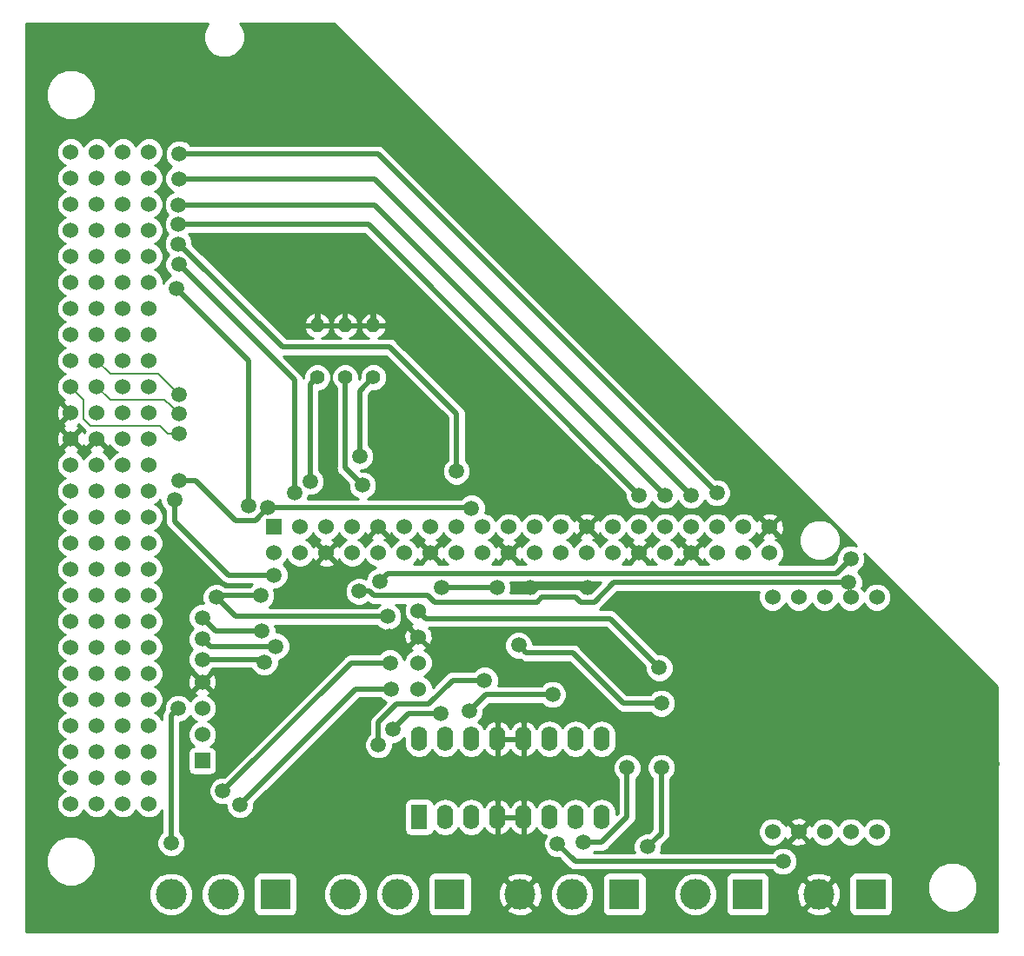
<source format=gtl>
G04 #@! TF.GenerationSoftware,KiCad,Pcbnew,6.0.0-rc1-unknown-2c0fe8f~66~ubuntu18.04.1*
G04 #@! TF.CreationDate,2018-10-05T17:22:50-03:00*
G04 #@! TF.ProjectId,Balloon_bus,42616C6C6F6F6E5F6275732E6B696361,rev?*
G04 #@! TF.SameCoordinates,Original*
G04 #@! TF.FileFunction,Copper,L1,Top,Signal*
G04 #@! TF.FilePolarity,Positive*
%FSLAX46Y46*%
G04 Gerber Fmt 4.6, Leading zero omitted, Abs format (unit mm)*
G04 Created by KiCad (PCBNEW 6.0.0-rc1-unknown-2c0fe8f~66~ubuntu18.04.1) date Fri Oct  5 17:22:50 2018*
%MOMM*%
%LPD*%
G01*
G04 APERTURE LIST*
G04 #@! TA.AperFunction,ComponentPad*
%ADD10R,1.524000X1.524000*%
G04 #@! TD*
G04 #@! TA.AperFunction,ComponentPad*
%ADD11C,1.524000*%
G04 #@! TD*
G04 #@! TA.AperFunction,ComponentPad*
%ADD12C,3.000000*%
G04 #@! TD*
G04 #@! TA.AperFunction,ComponentPad*
%ADD13R,3.000000X3.000000*%
G04 #@! TD*
G04 #@! TA.AperFunction,ComponentPad*
%ADD14R,1.600000X2.400000*%
G04 #@! TD*
G04 #@! TA.AperFunction,ComponentPad*
%ADD15O,1.600000X2.400000*%
G04 #@! TD*
G04 #@! TA.AperFunction,ComponentPad*
%ADD16C,1.400000*%
G04 #@! TD*
G04 #@! TA.AperFunction,ComponentPad*
%ADD17O,1.400000X1.400000*%
G04 #@! TD*
G04 #@! TA.AperFunction,ViaPad*
%ADD18C,1.500000*%
G04 #@! TD*
G04 #@! TA.AperFunction,Conductor*
%ADD19C,0.500000*%
G04 #@! TD*
G04 #@! TA.AperFunction,Conductor*
%ADD20C,0.210000*%
G04 #@! TD*
G04 #@! TA.AperFunction,Conductor*
%ADD21C,0.254000*%
G04 #@! TD*
G04 APERTURE END LIST*
D10*
G04 #@! TO.P,PCB2,P$1*
G04 #@! TO.N,/3V3*
X125387800Y-109730000D03*
D11*
G04 #@! TO.P,PCB2,P$2*
G04 #@! TO.N,/5V0*
X125374400Y-112271800D03*
G04 #@! TO.P,PCB2,P$3*
G04 #@! TO.N,/SDA*
X127914400Y-109731800D03*
G04 #@! TO.P,PCB2,P$4*
G04 #@! TO.N,/5V0*
X127914400Y-112271800D03*
G04 #@! TO.P,PCB2,P$5*
G04 #@! TO.N,/SCL*
X130454400Y-109731800D03*
G04 #@! TO.P,PCB2,P$6*
G04 #@! TO.N,GND*
X130454400Y-112271800D03*
G04 #@! TO.P,PCB2,P$7*
G04 #@! TO.N,/MAG_INT1*
X132994400Y-109731800D03*
G04 #@! TO.P,PCB2,P$8*
G04 #@! TO.N,/TX*
X132994400Y-112271800D03*
G04 #@! TO.P,PCB2,P$9*
G04 #@! TO.N,GND*
X135534400Y-109731800D03*
G04 #@! TO.P,PCB2,P$10*
G04 #@! TO.N,/RX*
X135534400Y-112271800D03*
G04 #@! TO.P,PCB2,P$11*
G04 #@! TO.N,/MAG_INT2*
X138074400Y-109731800D03*
G04 #@! TO.P,PCB2,P$12*
G04 #@! TO.N,/SRVO_PWM*
X138074400Y-112271800D03*
G04 #@! TO.P,PCB2,P$13*
G04 #@! TO.N,/MAG_INT3*
X140614400Y-109731800D03*
G04 #@! TO.P,PCB2,P$14*
G04 #@! TO.N,GND*
X140614400Y-112271800D03*
G04 #@! TO.P,PCB2,P$15*
G04 #@! TO.N,/GPIO22*
X143154400Y-109731800D03*
G04 #@! TO.P,PCB2,P$16*
G04 #@! TO.N,/SRVO_SGNL*
X143154400Y-112271800D03*
G04 #@! TO.P,PCB2,P$17*
G04 #@! TO.N,/3V3*
X145694400Y-109731800D03*
G04 #@! TO.P,PCB2,P$18*
G04 #@! TO.N,/EN_SR_SO*
X145694400Y-112271800D03*
G04 #@! TO.P,PCB2,P$19*
G04 #@! TO.N,/MOSI*
X148234400Y-109731800D03*
G04 #@! TO.P,PCB2,P$20*
G04 #@! TO.N,GND*
X148234400Y-112271800D03*
G04 #@! TO.P,PCB2,P$21*
G04 #@! TO.N,/MISO*
X150774400Y-109731800D03*
G04 #@! TO.P,PCB2,P$22*
G04 #@! TO.N,/GPIO25*
X150774400Y-112271800D03*
G04 #@! TO.P,PCB2,P$23*
G04 #@! TO.N,/SCK*
X153314400Y-109731800D03*
G04 #@! TO.P,PCB2,P$24*
G04 #@! TO.N,Net-(PCB2-PadP$24)*
X153314400Y-112271800D03*
G04 #@! TO.P,PCB2,P$25*
G04 #@! TO.N,GND*
X155854400Y-109731800D03*
G04 #@! TO.P,PCB2,P$26*
G04 #@! TO.N,/LN_SGNL2*
X155854400Y-112271800D03*
G04 #@! TO.P,PCB2,P$27*
G04 #@! TO.N,Net-(PCB2-PadP$27)*
X158394400Y-109731800D03*
G04 #@! TO.P,PCB2,P$28*
G04 #@! TO.N,Net-(PCB2-PadP$28)*
X158394400Y-112271800D03*
G04 #@! TO.P,PCB2,P$29*
G04 #@! TO.N,/GPIO5*
X160934400Y-109731800D03*
G04 #@! TO.P,PCB2,P$30*
G04 #@! TO.N,GND*
X160934400Y-112271800D03*
G04 #@! TO.P,PCB2,P$31*
G04 #@! TO.N,/GPIO6*
X163474400Y-109731800D03*
G04 #@! TO.P,PCB2,P$32*
G04 #@! TO.N,/GPIO12*
X163474400Y-112271800D03*
G04 #@! TO.P,PCB2,P$33*
G04 #@! TO.N,/GPIO13*
X166014400Y-109731800D03*
G04 #@! TO.P,PCB2,P$34*
G04 #@! TO.N,GND*
X166014400Y-112271800D03*
G04 #@! TO.P,PCB2,P$35*
G04 #@! TO.N,/GPIO19*
X168554400Y-109731800D03*
G04 #@! TO.P,PCB2,P$36*
G04 #@! TO.N,/LN_SGNL1*
X168554400Y-112271800D03*
G04 #@! TO.P,PCB2,P$37*
G04 #@! TO.N,/GPIO26*
X171094400Y-109731800D03*
G04 #@! TO.P,PCB2,P$38*
G04 #@! TO.N,/EN_LINEAR*
X171094400Y-112271800D03*
G04 #@! TO.P,PCB2,P$39*
G04 #@! TO.N,GND*
X173634400Y-109731800D03*
G04 #@! TO.P,PCB2,P$40*
G04 #@! TO.N,/SOLE_SGNL*
X173634400Y-112271800D03*
G04 #@! TD*
G04 #@! TO.P,H1H2,104*
G04 #@! TO.N,/GPIO24*
X105586500Y-73197800D03*
G04 #@! TO.P,H1H2,103*
G04 #@! TO.N,/GPIO23*
X108126500Y-73197800D03*
G04 #@! TO.P,H1H2,102*
G04 #@! TO.N,Net-(H1H2-Pad102)*
X105586500Y-75737800D03*
G04 #@! TO.P,H1H2,101*
G04 #@! TO.N,/GPIO21*
X108126500Y-75737800D03*
G04 #@! TO.P,H1H2,100*
G04 #@! TO.N,/GPIO20*
X105586500Y-78277800D03*
G04 #@! TO.P,H1H2,99*
G04 #@! TO.N,/GPIO22*
X108126500Y-78277800D03*
G04 #@! TO.P,H1H2,98*
G04 #@! TO.N,/VBATT*
X105586500Y-80817800D03*
G04 #@! TO.P,H1H2,97*
X108126500Y-80817800D03*
G04 #@! TO.P,H1H2,96*
G04 #@! TO.N,Net-(H1H2-Pad96)*
X105586500Y-83357800D03*
G04 #@! TO.P,H1H2,95*
G04 #@! TO.N,Net-(H1H2-Pad95)*
X108126500Y-83357800D03*
G04 #@! TO.P,H1H2,94*
G04 #@! TO.N,Net-(H1H2-Pad94)*
X105586500Y-85897800D03*
G04 #@! TO.P,H1H2,93*
G04 #@! TO.N,Net-(H1H2-Pad93)*
X108126500Y-85897800D03*
G04 #@! TO.P,H1H2,92*
G04 #@! TO.N,Net-(H1H2-Pad92)*
X105586500Y-88437800D03*
G04 #@! TO.P,H1H2,91*
G04 #@! TO.N,Net-(H1H2-Pad91)*
X108126500Y-88437800D03*
G04 #@! TO.P,H1H2,90*
G04 #@! TO.N,Net-(H1H2-Pad90)*
X105586500Y-90977800D03*
G04 #@! TO.P,H1H2,89*
G04 #@! TO.N,Net-(H1H2-Pad89)*
X108126500Y-90977800D03*
G04 #@! TO.P,H1H2,88*
G04 #@! TO.N,Net-(H1H2-Pad88)*
X105586500Y-93517800D03*
G04 #@! TO.P,H1H2,87*
G04 #@! TO.N,/SCK*
X108126500Y-93517800D03*
G04 #@! TO.P,H1H2,86*
G04 #@! TO.N,/MOSI*
X105586500Y-96057800D03*
G04 #@! TO.P,H1H2,85*
G04 #@! TO.N,/MISO*
X108126500Y-96057800D03*
G04 #@! TO.P,H1H2,84*
G04 #@! TO.N,GND*
X105586500Y-98597800D03*
G04 #@! TO.P,H1H2,83*
G04 #@! TO.N,Net-(H1H2-Pad83)*
X108126500Y-98597800D03*
G04 #@! TO.P,H1H2,82*
G04 #@! TO.N,GND*
X105586500Y-101137800D03*
G04 #@! TO.P,H1H2,81*
X108126500Y-101137800D03*
G04 #@! TO.P,H1H2,80*
G04 #@! TO.N,/3V3*
X105586500Y-103677800D03*
G04 #@! TO.P,H1H2,79*
X108126500Y-103677800D03*
G04 #@! TO.P,H1H2,78*
G04 #@! TO.N,/5V0*
X105586500Y-106217800D03*
G04 #@! TO.P,H1H2,77*
X108126500Y-106217800D03*
G04 #@! TO.P,H1H2,76*
G04 #@! TO.N,Net-(H1H2-Pad76)*
X105586500Y-108757800D03*
G04 #@! TO.P,H1H2,75*
G04 #@! TO.N,Net-(H1H2-Pad75)*
X108126500Y-108757800D03*
G04 #@! TO.P,H1H2,74*
G04 #@! TO.N,Net-(H1H2-Pad74)*
X105586500Y-111297800D03*
G04 #@! TO.P,H1H2,73*
G04 #@! TO.N,Net-(H1H2-Pad73)*
X108126500Y-111297800D03*
G04 #@! TO.P,H1H2,72*
G04 #@! TO.N,Net-(H1H2-Pad72)*
X105586500Y-113837800D03*
G04 #@! TO.P,H1H2,71*
G04 #@! TO.N,Net-(H1H2-Pad71)*
X108126500Y-113837800D03*
G04 #@! TO.P,H1H2,70*
G04 #@! TO.N,Net-(H1H2-Pad70)*
X105586500Y-116377800D03*
G04 #@! TO.P,H1H2,69*
G04 #@! TO.N,Net-(H1H2-Pad69)*
X108126500Y-116377800D03*
G04 #@! TO.P,H1H2,68*
G04 #@! TO.N,Net-(H1H2-Pad68)*
X105586500Y-118917800D03*
G04 #@! TO.P,H1H2,67*
G04 #@! TO.N,Net-(H1H2-Pad67)*
X108126500Y-118917800D03*
G04 #@! TO.P,H1H2,66*
G04 #@! TO.N,Net-(H1H2-Pad66)*
X105586500Y-121457800D03*
G04 #@! TO.P,H1H2,65*
G04 #@! TO.N,Net-(H1H2-Pad65)*
X108126500Y-121457800D03*
G04 #@! TO.P,H1H2,64*
G04 #@! TO.N,Net-(H1H2-Pad64)*
X105586500Y-123997800D03*
G04 #@! TO.P,H1H2,63*
G04 #@! TO.N,Net-(H1H2-Pad63)*
X108126500Y-123997800D03*
G04 #@! TO.P,H1H2,62*
G04 #@! TO.N,Net-(H1H2-Pad62)*
X105586500Y-126537800D03*
G04 #@! TO.P,H1H2,61*
G04 #@! TO.N,Net-(H1H2-Pad61)*
X108126500Y-126537800D03*
G04 #@! TO.P,H1H2,60*
G04 #@! TO.N,Net-(H1H2-Pad60)*
X105586500Y-129077800D03*
G04 #@! TO.P,H1H2,59*
G04 #@! TO.N,Net-(H1H2-Pad59)*
X108126500Y-129077800D03*
G04 #@! TO.P,H1H2,58*
G04 #@! TO.N,Net-(H1H2-Pad58)*
X105586500Y-131617800D03*
G04 #@! TO.P,H1H2,57*
G04 #@! TO.N,Net-(H1H2-Pad57)*
X108126500Y-131617800D03*
G04 #@! TO.P,H1H2,56*
G04 #@! TO.N,Net-(H1H2-Pad56)*
X105586500Y-134157800D03*
G04 #@! TO.P,H1H2,55*
G04 #@! TO.N,Net-(H1H2-Pad55)*
X108126500Y-134157800D03*
G04 #@! TO.P,H1H2,54*
G04 #@! TO.N,Net-(H1H2-Pad54)*
X105586500Y-136697800D03*
G04 #@! TO.P,H1H2,53*
G04 #@! TO.N,Net-(H1H2-Pad53)*
X108126500Y-136697800D03*
G04 #@! TO.P,H1H2,52*
G04 #@! TO.N,/GPIO17*
X110666500Y-73197800D03*
G04 #@! TO.P,H1H2,51*
G04 #@! TO.N,/GPIO19*
X113206500Y-73197800D03*
G04 #@! TO.P,H1H2,50*
G04 #@! TO.N,Net-(H1H2-Pad50)*
X110666500Y-75737800D03*
G04 #@! TO.P,H1H2,49*
G04 #@! TO.N,/GPIO13*
X113206500Y-75737800D03*
G04 #@! TO.P,H1H2,48*
G04 #@! TO.N,/GPIO5*
X110666500Y-78277800D03*
G04 #@! TO.P,H1H2,47*
G04 #@! TO.N,/GPIO6*
X113206500Y-78277800D03*
G04 #@! TO.P,H1H2,46*
G04 #@! TO.N,Net-(H1H2-Pad46)*
X110666500Y-80817800D03*
G04 #@! TO.P,H1H2,45*
G04 #@! TO.N,Net-(H1H2-Pad45)*
X113206500Y-80817800D03*
G04 #@! TO.P,H1H2,44*
G04 #@! TO.N,Net-(H1H2-Pad44)*
X110666500Y-83357800D03*
G04 #@! TO.P,H1H2,43*
G04 #@! TO.N,/SCL*
X113206500Y-83357800D03*
G04 #@! TO.P,H1H2,42*
G04 #@! TO.N,Net-(H1H2-Pad42)*
X110666500Y-85897800D03*
G04 #@! TO.P,H1H2,41*
G04 #@! TO.N,/SDA*
X113206500Y-85897800D03*
G04 #@! TO.P,H1H2,40*
G04 #@! TO.N,Net-(H1H2-Pad40)*
X110666500Y-88437800D03*
G04 #@! TO.P,H1H2,39*
G04 #@! TO.N,Net-(H1H2-Pad39)*
X113206500Y-88437800D03*
G04 #@! TO.P,H1H2,38*
G04 #@! TO.N,Net-(H1H2-Pad38)*
X110666500Y-90977800D03*
G04 #@! TO.P,H1H2,37*
G04 #@! TO.N,Net-(H1H2-Pad37)*
X113206500Y-90977800D03*
G04 #@! TO.P,H1H2,36*
G04 #@! TO.N,Net-(H1H2-Pad36)*
X110666500Y-93517800D03*
G04 #@! TO.P,H1H2,35*
G04 #@! TO.N,Net-(H1H2-Pad35)*
X113206500Y-93517800D03*
G04 #@! TO.P,H1H2,34*
G04 #@! TO.N,Net-(H1H2-Pad34)*
X110666500Y-96057800D03*
G04 #@! TO.P,H1H2,33*
G04 #@! TO.N,Net-(H1H2-Pad33)*
X113206500Y-96057800D03*
G04 #@! TO.P,H1H2,32*
G04 #@! TO.N,Net-(H1H2-Pad32)*
X110666500Y-98597800D03*
G04 #@! TO.P,H1H2,31*
G04 #@! TO.N,Net-(H1H2-Pad31)*
X113206500Y-98597800D03*
G04 #@! TO.P,H1H2,30*
G04 #@! TO.N,Net-(H1H2-Pad30)*
X110666500Y-101137800D03*
G04 #@! TO.P,H1H2,29*
G04 #@! TO.N,Net-(H1H2-Pad29)*
X113206500Y-101137800D03*
G04 #@! TO.P,H1H2,28*
G04 #@! TO.N,Net-(H1H2-Pad28)*
X110666500Y-103677800D03*
G04 #@! TO.P,H1H2,27*
G04 #@! TO.N,Net-(H1H2-Pad27)*
X113206500Y-103677800D03*
G04 #@! TO.P,H1H2,26*
G04 #@! TO.N,Net-(H1H2-Pad26)*
X110666500Y-106217800D03*
G04 #@! TO.P,H1H2,25*
G04 #@! TO.N,Net-(H1H2-Pad25)*
X113206500Y-106217800D03*
G04 #@! TO.P,H1H2,24*
G04 #@! TO.N,Net-(H1H2-Pad24)*
X110666500Y-108757800D03*
G04 #@! TO.P,H1H2,23*
G04 #@! TO.N,Net-(H1H2-Pad23)*
X113206500Y-108757800D03*
G04 #@! TO.P,H1H2,22*
G04 #@! TO.N,Net-(H1H2-Pad22)*
X110666500Y-111297800D03*
G04 #@! TO.P,H1H2,21*
G04 #@! TO.N,Net-(H1H2-Pad21)*
X113206500Y-111297800D03*
G04 #@! TO.P,H1H2,20*
G04 #@! TO.N,Net-(H1H2-Pad20)*
X110666500Y-113837800D03*
G04 #@! TO.P,H1H2,19*
G04 #@! TO.N,Net-(H1H2-Pad19)*
X113206500Y-113837800D03*
G04 #@! TO.P,H1H2,18*
G04 #@! TO.N,Net-(H1H2-Pad18)*
X110666500Y-116377800D03*
G04 #@! TO.P,H1H2,17*
G04 #@! TO.N,Net-(H1H2-Pad17)*
X113206500Y-116377800D03*
G04 #@! TO.P,H1H2,16*
G04 #@! TO.N,Net-(H1H2-Pad16)*
X110666500Y-118917800D03*
G04 #@! TO.P,H1H2,15*
G04 #@! TO.N,Net-(H1H2-Pad15)*
X113206500Y-118917800D03*
G04 #@! TO.P,H1H2,14*
G04 #@! TO.N,Net-(H1H2-Pad14)*
X110666500Y-121457800D03*
G04 #@! TO.P,H1H2,13*
G04 #@! TO.N,Net-(H1H2-Pad13)*
X113206500Y-121457800D03*
G04 #@! TO.P,H1H2,12*
G04 #@! TO.N,Net-(H1H2-Pad12)*
X110666500Y-123997800D03*
G04 #@! TO.P,H1H2,11*
G04 #@! TO.N,Net-(H1H2-Pad11)*
X113206500Y-123997800D03*
G04 #@! TO.P,H1H2,10*
G04 #@! TO.N,Net-(H1H2-Pad10)*
X110666500Y-126537800D03*
G04 #@! TO.P,H1H2,9*
G04 #@! TO.N,Net-(H1H2-Pad9)*
X113206500Y-126537800D03*
G04 #@! TO.P,H1H2,8*
G04 #@! TO.N,Net-(H1H2-Pad8)*
X110666500Y-129077800D03*
G04 #@! TO.P,H1H2,7*
G04 #@! TO.N,Net-(H1H2-Pad7)*
X113206500Y-129077800D03*
G04 #@! TO.P,H1H2,6*
G04 #@! TO.N,Net-(H1H2-Pad6)*
X110666500Y-131617800D03*
G04 #@! TO.P,H1H2,5*
G04 #@! TO.N,Net-(H1H2-Pad5)*
X113206500Y-131617800D03*
G04 #@! TO.P,H1H2,4*
G04 #@! TO.N,Net-(H1H2-Pad4)*
X110666500Y-134157800D03*
G04 #@! TO.P,H1H2,3*
G04 #@! TO.N,Net-(H1H2-Pad3)*
X113206500Y-134157800D03*
G04 #@! TO.P,H1H2,2*
G04 #@! TO.N,Net-(H1H2-Pad2)*
X110666500Y-136697800D03*
G04 #@! TO.P,H1H2,1*
G04 #@! TO.N,Net-(H1H2-Pad1)*
X113206500Y-136697800D03*
G04 #@! TD*
D12*
G04 #@! TO.P,J4,2*
G04 #@! TO.N,GND*
X178420000Y-145500000D03*
D13*
G04 #@! TO.P,J4,1*
G04 #@! TO.N,/SOLE_PWR*
X183500000Y-145500000D03*
G04 #@! TD*
G04 #@! TO.P,J1,1*
G04 #@! TO.N,/3V3*
X125500000Y-145500000D03*
D12*
G04 #@! TO.P,J1,2*
X120420000Y-145500000D03*
G04 #@! TO.P,J1,3*
X115340000Y-145500000D03*
G04 #@! TD*
G04 #@! TO.P,J2,3*
G04 #@! TO.N,/MAG_INT3*
X132340000Y-145500000D03*
G04 #@! TO.P,J2,2*
G04 #@! TO.N,/MAG_INT2*
X137420000Y-145500000D03*
D13*
G04 #@! TO.P,J2,1*
G04 #@! TO.N,/MAG_INT1*
X142500000Y-145500000D03*
G04 #@! TD*
G04 #@! TO.P,J3,1*
G04 #@! TO.N,/SRVO_PWM*
X159500000Y-145500000D03*
D12*
G04 #@! TO.P,J3,2*
G04 #@! TO.N,/SRVO_PWR*
X154420000Y-145500000D03*
G04 #@! TO.P,J3,3*
G04 #@! TO.N,GND*
X149340000Y-145500000D03*
G04 #@! TD*
G04 #@! TO.P,J5,2*
G04 #@! TO.N,/LINEAR2*
X166420000Y-145500000D03*
D13*
G04 #@! TO.P,J5,1*
G04 #@! TO.N,/LINEAR1*
X171500000Y-145500000D03*
G04 #@! TD*
D14*
G04 #@! TO.P,U4,1*
G04 #@! TO.N,/EN_SR_SO*
X139500000Y-138000000D03*
D15*
G04 #@! TO.P,U4,9*
G04 #@! TO.N,/EN_LINEAR*
X157280000Y-130380000D03*
G04 #@! TO.P,U4,2*
G04 #@! TO.N,/SRVO_SGNL*
X142040000Y-138000000D03*
G04 #@! TO.P,U4,10*
G04 #@! TO.N,/LN_SGNL1*
X154740000Y-130380000D03*
G04 #@! TO.P,U4,3*
G04 #@! TO.N,/SRVO_PWR*
X144580000Y-138000000D03*
G04 #@! TO.P,U4,11*
G04 #@! TO.N,/LINEAR1*
X152200000Y-130380000D03*
G04 #@! TO.P,U4,4*
G04 #@! TO.N,GND*
X147120000Y-138000000D03*
G04 #@! TO.P,U4,12*
X149660000Y-130380000D03*
G04 #@! TO.P,U4,5*
X149660000Y-138000000D03*
G04 #@! TO.P,U4,13*
X147120000Y-130380000D03*
G04 #@! TO.P,U4,6*
G04 #@! TO.N,/SOLE_PWR*
X152200000Y-138000000D03*
G04 #@! TO.P,U4,14*
G04 #@! TO.N,/LINEAR2*
X144580000Y-130380000D03*
G04 #@! TO.P,U4,7*
G04 #@! TO.N,/SOLE_SGNL*
X154740000Y-138000000D03*
G04 #@! TO.P,U4,15*
G04 #@! TO.N,/LN_SGNL2*
X142040000Y-130380000D03*
G04 #@! TO.P,U4,8*
G04 #@! TO.N,/5V0*
X157280000Y-138000000D03*
G04 #@! TO.P,U4,16*
X139500000Y-130380000D03*
G04 #@! TD*
D11*
G04 #@! TO.P,U1,1*
G04 #@! TO.N,Net-(U1-Pad1)*
X173920000Y-139430000D03*
G04 #@! TO.P,U1,2*
G04 #@! TO.N,GND*
X176460000Y-139430000D03*
G04 #@! TO.P,U1,3*
G04 #@! TO.N,/3V3*
X179000000Y-139430000D03*
G04 #@! TO.P,U1,4*
G04 #@! TO.N,Net-(U1-Pad4)*
X181540000Y-139430000D03*
G04 #@! TO.P,U1,5*
G04 #@! TO.N,Net-(U1-Pad5)*
X184080000Y-139430000D03*
G04 #@! TO.P,U1,6*
G04 #@! TO.N,/RX*
X184080000Y-116570000D03*
G04 #@! TO.P,U1,7*
G04 #@! TO.N,/TX*
X181540000Y-116570000D03*
G04 #@! TO.P,U1,8*
G04 #@! TO.N,Net-(U1-Pad8)*
X179000000Y-116570000D03*
G04 #@! TO.P,U1,9*
G04 #@! TO.N,Net-(U1-Pad9)*
X176460000Y-116570000D03*
G04 #@! TO.P,U1,10*
G04 #@! TO.N,Net-(U1-Pad10)*
X173920000Y-116570000D03*
G04 #@! TD*
G04 #@! TO.P,U3,1*
G04 #@! TO.N,/3V3*
X139420000Y-117890000D03*
G04 #@! TO.P,U3,2*
G04 #@! TO.N,GND*
X139420000Y-120430000D03*
G04 #@! TO.P,U3,3*
G04 #@! TO.N,/SCL*
X139420000Y-122970000D03*
G04 #@! TO.P,U3,4*
G04 #@! TO.N,/SDA*
X139420000Y-125510000D03*
G04 #@! TD*
D10*
G04 #@! TO.P,U2,1*
G04 #@! TO.N,/SCL*
X118380000Y-132510000D03*
D11*
G04 #@! TO.P,U2,2*
G04 #@! TO.N,/SDA*
X118380000Y-129950000D03*
G04 #@! TO.P,U2,3*
G04 #@! TO.N,/3V3*
X118380000Y-127390000D03*
G04 #@! TO.P,U2,4*
G04 #@! TO.N,GND*
X118380000Y-124830000D03*
G04 #@! TD*
D16*
G04 #@! TO.P,R1,1*
G04 #@! TO.N,/MAG_INT1*
X129600000Y-95150000D03*
D17*
G04 #@! TO.P,R1,2*
G04 #@! TO.N,GND*
X129600000Y-90070000D03*
G04 #@! TD*
G04 #@! TO.P,R2,2*
G04 #@! TO.N,GND*
X132300000Y-90070000D03*
D16*
G04 #@! TO.P,R2,1*
G04 #@! TO.N,/MAG_INT2*
X132300000Y-95150000D03*
G04 #@! TD*
G04 #@! TO.P,R3,1*
G04 #@! TO.N,/MAG_INT3*
X135050000Y-95150000D03*
D17*
G04 #@! TO.P,R3,2*
G04 #@! TO.N,GND*
X135050000Y-90070000D03*
G04 #@! TD*
D18*
G04 #@! TO.N,/5V0*
X125400000Y-114400000D03*
X115671442Y-107051038D03*
G04 #@! TO.N,/GPIO22*
X143150000Y-104300000D03*
X116050000Y-82150006D03*
G04 #@! TO.N,/GPIO19*
X168500000Y-106400000D03*
X116150000Y-73400000D03*
G04 #@! TO.N,/GPIO13*
X166000000Y-106650000D03*
X116100000Y-75800000D03*
G04 #@! TO.N,/GPIO6*
X163450000Y-106650000D03*
X116050000Y-78350000D03*
G04 #@! TO.N,/GPIO5*
X160950000Y-106650000D03*
X116050000Y-80250003D03*
G04 #@! TO.N,/SCL*
X136670000Y-122970000D03*
X120400000Y-135450000D03*
X127367478Y-106405342D03*
X116100000Y-84150003D03*
G04 #@! TO.N,/SDA*
X136800000Y-125500000D03*
X122050000Y-136800000D03*
X122900000Y-107677998D03*
X115900000Y-86500000D03*
G04 #@! TO.N,/MOSI*
X116100000Y-100600000D03*
G04 #@! TO.N,/MISO*
X116100000Y-98699997D03*
G04 #@! TO.N,/SCK*
X116100000Y-96799994D03*
G04 #@! TO.N,/3V3*
X116050000Y-127400000D03*
X115350000Y-140500000D03*
X124800000Y-107850000D03*
X119750000Y-116600000D03*
X136450000Y-118450000D03*
X144600000Y-107900000D03*
X116100000Y-105200000D03*
X124100000Y-116400000D03*
X162900000Y-123450000D03*
G04 #@! TO.N,/RX*
X135700000Y-115000000D03*
X181550000Y-112850000D03*
G04 #@! TO.N,/TX*
X133650000Y-116000000D03*
X181350000Y-115150000D03*
G04 #@! TO.N,/MAG_INT3*
X118392001Y-122616626D03*
X124445647Y-122896095D03*
X133732562Y-102849962D03*
G04 #@! TO.N,/MAG_INT2*
X118392001Y-120643949D03*
X125550000Y-121350000D03*
X134000000Y-105657400D03*
G04 #@! TO.N,/MAG_INT1*
X118392001Y-118550000D03*
X124199999Y-119850000D03*
X128916541Y-105305156D03*
G04 #@! TO.N,/SRVO_PWM*
X141687777Y-115650002D03*
X147094400Y-115650001D03*
X149200000Y-121250000D03*
X163100000Y-126900000D03*
X163100000Y-133150000D03*
X161750000Y-140900000D03*
G04 #@! TO.N,/SOLE_PWR*
X153000000Y-140600000D03*
X174950000Y-142300000D03*
G04 #@! TO.N,/EN_SR_SO*
X145889304Y-124650000D03*
X135550000Y-130950000D03*
G04 #@! TO.N,/SRVO_SGNL*
X141589950Y-127889950D03*
X136950000Y-129450000D03*
G04 #@! TO.N,/SOLE_SGNL*
X155490000Y-140450000D03*
X159764950Y-133185050D03*
G04 #@! TO.N,/LN_SGNL2*
X144400000Y-127650000D03*
X152500000Y-126050000D03*
G04 #@! TO.N,GND*
X149733000Y-127889000D03*
X147066000Y-127889000D03*
X116300000Y-122750000D03*
X149650000Y-140400000D03*
X130450000Y-115600000D03*
X113000000Y-64550000D03*
X110350000Y-147350000D03*
X102150000Y-98500000D03*
X102150000Y-101150000D03*
X136650000Y-120400000D03*
X143350000Y-140500000D03*
X195300000Y-132800000D03*
X174950000Y-144850000D03*
X160950000Y-116900000D03*
X164450000Y-116850000D03*
X143089303Y-122510697D03*
X150300000Y-115650001D03*
X155900000Y-115650001D03*
X179000000Y-128000000D03*
X131200000Y-105400000D03*
X129600000Y-87300000D03*
X132350000Y-87300000D03*
X135050000Y-87300000D03*
G04 #@! TD*
D19*
G04 #@! TO.N,/5V0*
X115671442Y-109150644D02*
X115671442Y-107051038D01*
X125400000Y-114400000D02*
X120920798Y-114400000D01*
X120920798Y-114400000D02*
X115671442Y-109150644D01*
G04 #@! TO.N,/GPIO22*
X143150000Y-104300000D02*
X143150000Y-103239340D01*
X143150000Y-103239340D02*
X143150000Y-98700000D01*
X143150000Y-98700000D02*
X136650000Y-92200000D01*
X116172005Y-82150006D02*
X116050000Y-82150006D01*
X136650000Y-92200000D02*
X126221999Y-92200000D01*
X126221999Y-92200000D02*
X116172005Y-82150006D01*
G04 #@! TO.N,/GPIO19*
X168500000Y-106400000D02*
X135500000Y-73400000D01*
X135500000Y-73400000D02*
X116150000Y-73400000D01*
G04 #@! TO.N,/GPIO13*
X166000000Y-106650000D02*
X135150000Y-75800000D01*
X135150000Y-75800000D02*
X116100000Y-75800000D01*
G04 #@! TO.N,/GPIO6*
X163450000Y-106650000D02*
X135150000Y-78350000D01*
X135150000Y-78350000D02*
X116050000Y-78350000D01*
G04 #@! TO.N,/GPIO5*
X160950000Y-106650000D02*
X134550003Y-80250003D01*
X134550003Y-80250003D02*
X116050000Y-80250003D01*
G04 #@! TO.N,/SCL*
X132880000Y-122970000D02*
X136670000Y-122970000D01*
X120400000Y-135450000D02*
X132880000Y-122970000D01*
X127367478Y-106405342D02*
X127367478Y-95417481D01*
X127367478Y-95417481D02*
X116100000Y-84150003D01*
G04 #@! TO.N,/SDA*
X133350000Y-125500000D02*
X136800000Y-125500000D01*
X122050000Y-136800000D02*
X133350000Y-125500000D01*
X122900000Y-107677998D02*
X122900000Y-93500000D01*
X122900000Y-93500000D02*
X115900000Y-86500000D01*
D20*
G04 #@! TO.N,/MOSI*
X115039340Y-100600000D02*
X116100000Y-100600000D01*
X106853501Y-99199963D02*
X107518339Y-99864801D01*
X106853501Y-97324801D02*
X106853501Y-99199963D01*
X114304141Y-99864801D02*
X115039340Y-100600000D01*
X107518339Y-99864801D02*
X114304141Y-99864801D01*
X105586500Y-96057800D02*
X106853501Y-97324801D01*
G04 #@! TO.N,/MISO*
X115350001Y-97949998D02*
X116100000Y-98699997D01*
X114730802Y-97330799D02*
X115350001Y-97949998D01*
X109399499Y-97330799D02*
X114730802Y-97330799D01*
X108126500Y-96057800D02*
X109399499Y-97330799D01*
G04 #@! TO.N,/SCK*
X115350001Y-96049995D02*
X116100000Y-96799994D01*
X114090805Y-94790799D02*
X115350001Y-96049995D01*
X109399499Y-94790799D02*
X114090805Y-94790799D01*
X108126500Y-93517800D02*
X109399499Y-94790799D01*
D19*
G04 #@! TO.N,/3V3*
X115350000Y-128100000D02*
X116050000Y-127400000D01*
X115350000Y-140500000D02*
X115350000Y-128100000D01*
X131227998Y-118450000D02*
X136450000Y-118450000D01*
X119750000Y-116600000D02*
X121600000Y-118450000D01*
X121600000Y-118450000D02*
X131227998Y-118450000D01*
X124800000Y-107850000D02*
X144550000Y-107850000D01*
X144550000Y-107850000D02*
X144600000Y-107900000D01*
X117714802Y-105200000D02*
X116100000Y-105200000D01*
X124800000Y-107850000D02*
X123572001Y-109077999D01*
X121592801Y-109077999D02*
X117714802Y-105200000D01*
X123572001Y-109077999D02*
X121592801Y-109077999D01*
X119950000Y-116400000D02*
X119750000Y-116600000D01*
X124100000Y-116400000D02*
X119950000Y-116400000D01*
X139420000Y-117890000D02*
X140181999Y-118651999D01*
X140181999Y-118651999D02*
X158101999Y-118651999D01*
X158101999Y-118651999D02*
X162900000Y-123450000D01*
G04 #@! TO.N,/RX*
X180149999Y-114250001D02*
X181550000Y-112850000D01*
X135700000Y-115000000D02*
X136449999Y-114250001D01*
X136449999Y-114250001D02*
X180149999Y-114250001D01*
G04 #@! TO.N,/TX*
X158471992Y-115150011D02*
X181349989Y-115150011D01*
X155227999Y-117050002D02*
X156572001Y-117050002D01*
X151471992Y-116550011D02*
X154728008Y-116550011D01*
X156572001Y-117050002D02*
X158471992Y-115150011D01*
X134710660Y-116000000D02*
X135110661Y-116400001D01*
X154728008Y-116550011D02*
X155227999Y-117050002D01*
X133650000Y-116000000D02*
X134710660Y-116000000D01*
X135110661Y-116400001D02*
X140377998Y-116400001D01*
X181349989Y-115150011D02*
X181350000Y-115150000D01*
X140377998Y-116400001D02*
X141027999Y-117050002D01*
X141027999Y-117050002D02*
X150972001Y-117050002D01*
X150972001Y-117050002D02*
X151471992Y-116550011D01*
G04 #@! TO.N,/MAG_INT3*
X118392001Y-122616626D02*
X124166178Y-122616626D01*
X124166178Y-122616626D02*
X124445647Y-122896095D01*
X133732562Y-96467438D02*
X135050000Y-95150000D01*
X133732562Y-102849962D02*
X133732562Y-96467438D01*
G04 #@! TO.N,/MAG_INT2*
X125506052Y-121393948D02*
X125550000Y-121350000D01*
X118392001Y-120643949D02*
X119142000Y-121393948D01*
X119142000Y-121393948D02*
X125506052Y-121393948D01*
X132300000Y-103957400D02*
X132300000Y-95150000D01*
X134000000Y-105657400D02*
X132300000Y-103957400D01*
G04 #@! TO.N,/MAG_INT1*
X118392001Y-118550000D02*
X119692001Y-119850000D01*
X119692001Y-119850000D02*
X124199999Y-119850000D01*
X128916541Y-95833459D02*
X129600000Y-95150000D01*
X128916541Y-105305156D02*
X128916541Y-95833459D01*
G04 #@! TO.N,/SRVO_PWM*
X141687777Y-115650002D02*
X142748438Y-115650001D01*
X142748438Y-115650001D02*
X147094400Y-115650001D01*
X149949999Y-121999999D02*
X154499999Y-121999999D01*
X149200000Y-121250000D02*
X149949999Y-121999999D01*
X154499999Y-121999999D02*
X159400000Y-126900000D01*
X159400000Y-126900000D02*
X163100000Y-126900000D01*
X163100000Y-133150000D02*
X163100000Y-139550000D01*
X163100000Y-139550000D02*
X161750000Y-140900000D01*
G04 #@! TO.N,/SOLE_PWR*
X153000000Y-140600000D02*
X154700000Y-142300000D01*
X154700000Y-142300000D02*
X174950000Y-142300000D01*
G04 #@! TO.N,/EN_SR_SO*
X135550000Y-128777998D02*
X135550000Y-130950000D01*
X137338058Y-126989940D02*
X135550000Y-128777998D01*
X140417958Y-126989940D02*
X137338058Y-126989940D01*
X145889304Y-124650000D02*
X142757898Y-124650000D01*
X142757898Y-124650000D02*
X140417958Y-126989940D01*
G04 #@! TO.N,/SRVO_SGNL*
X141589950Y-127889950D02*
X138510050Y-127889950D01*
X138510050Y-127889950D02*
X136950000Y-129450000D01*
G04 #@! TO.N,/SOLE_SGNL*
X159764950Y-137965673D02*
X159764950Y-133185050D01*
X155490000Y-140450000D02*
X157280623Y-140450000D01*
X157280623Y-140450000D02*
X159764950Y-137965673D01*
G04 #@! TO.N,/LN_SGNL2*
X144400000Y-127650000D02*
X146000000Y-126050000D01*
X146000000Y-126050000D02*
X152500000Y-126050000D01*
G04 #@! TO.N,GND*
X149650000Y-140400000D02*
X143450000Y-140400000D01*
X143450000Y-140400000D02*
X143350000Y-140500000D01*
X150300000Y-115650001D02*
X155900000Y-115650001D01*
X129600000Y-90070000D02*
X129600000Y-87300000D01*
X132300000Y-90070000D02*
X132300000Y-87350000D01*
X132300000Y-87350000D02*
X132350000Y-87300000D01*
X135050000Y-90070000D02*
X135050000Y-87300000D01*
G04 #@! TD*
D21*
G04 #@! TO.N,GND*
G36*
X118813804Y-60861427D02*
X118507800Y-61600186D01*
X118507800Y-62399814D01*
X118813804Y-63138573D01*
X119379227Y-63703996D01*
X120117986Y-64010000D01*
X120917614Y-64010000D01*
X121656373Y-63703996D01*
X122221796Y-63138573D01*
X122527800Y-62399814D01*
X122527800Y-61600186D01*
X122221796Y-60861427D01*
X122070769Y-60710400D01*
X131205911Y-60710400D01*
X182056612Y-111560732D01*
X181825494Y-111465000D01*
X181274506Y-111465000D01*
X180765460Y-111675853D01*
X180375853Y-112065460D01*
X180165000Y-112574506D01*
X180165000Y-112983422D01*
X179783421Y-113365001D01*
X174516856Y-113365001D01*
X174818720Y-113063137D01*
X175031400Y-112549681D01*
X175031400Y-111993919D01*
X174818720Y-111480463D01*
X174425737Y-111087480D01*
X174234753Y-111008372D01*
X174365543Y-110954197D01*
X174435008Y-110712013D01*
X174323181Y-110600186D01*
X176507800Y-110600186D01*
X176507800Y-111399814D01*
X176813804Y-112138573D01*
X177379227Y-112703996D01*
X178117986Y-113010000D01*
X178917614Y-113010000D01*
X179656373Y-112703996D01*
X180221796Y-112138573D01*
X180527800Y-111399814D01*
X180527800Y-110600186D01*
X180221796Y-109861427D01*
X179656373Y-109296004D01*
X178917614Y-108990000D01*
X178117986Y-108990000D01*
X177379227Y-109296004D01*
X176813804Y-109861427D01*
X176507800Y-110600186D01*
X174323181Y-110600186D01*
X173634400Y-109911405D01*
X172833792Y-110712013D01*
X172903257Y-110954197D01*
X173043793Y-111004335D01*
X172843063Y-111087480D01*
X172450080Y-111480463D01*
X172364400Y-111687313D01*
X172278720Y-111480463D01*
X171885737Y-111087480D01*
X171678887Y-111001800D01*
X171885737Y-110916120D01*
X172278720Y-110523137D01*
X172357828Y-110332153D01*
X172412003Y-110462943D01*
X172654187Y-110532408D01*
X173454795Y-109731800D01*
X173814005Y-109731800D01*
X174614613Y-110532408D01*
X174856797Y-110462943D01*
X175043544Y-109939498D01*
X175015762Y-109384432D01*
X174856797Y-109000657D01*
X174614613Y-108931192D01*
X173814005Y-109731800D01*
X173454795Y-109731800D01*
X172654187Y-108931192D01*
X172412003Y-109000657D01*
X172361865Y-109141193D01*
X172278720Y-108940463D01*
X172089844Y-108751587D01*
X172833792Y-108751587D01*
X173634400Y-109552195D01*
X174435008Y-108751587D01*
X174365543Y-108509403D01*
X173842098Y-108322656D01*
X173287032Y-108350438D01*
X172903257Y-108509403D01*
X172833792Y-108751587D01*
X172089844Y-108751587D01*
X171885737Y-108547480D01*
X171372281Y-108334800D01*
X170816519Y-108334800D01*
X170303063Y-108547480D01*
X169910080Y-108940463D01*
X169824400Y-109147313D01*
X169738720Y-108940463D01*
X169345737Y-108547480D01*
X168832281Y-108334800D01*
X168276519Y-108334800D01*
X167763063Y-108547480D01*
X167370080Y-108940463D01*
X167284400Y-109147313D01*
X167198720Y-108940463D01*
X166805737Y-108547480D01*
X166292281Y-108334800D01*
X165736519Y-108334800D01*
X165223063Y-108547480D01*
X164830080Y-108940463D01*
X164744400Y-109147313D01*
X164658720Y-108940463D01*
X164265737Y-108547480D01*
X163752281Y-108334800D01*
X163196519Y-108334800D01*
X162683063Y-108547480D01*
X162290080Y-108940463D01*
X162204400Y-109147313D01*
X162118720Y-108940463D01*
X161725737Y-108547480D01*
X161212281Y-108334800D01*
X160656519Y-108334800D01*
X160143063Y-108547480D01*
X159750080Y-108940463D01*
X159664400Y-109147313D01*
X159578720Y-108940463D01*
X159185737Y-108547480D01*
X158672281Y-108334800D01*
X158116519Y-108334800D01*
X157603063Y-108547480D01*
X157210080Y-108940463D01*
X157130972Y-109131447D01*
X157076797Y-109000657D01*
X156834613Y-108931192D01*
X156034005Y-109731800D01*
X156834613Y-110532408D01*
X157076797Y-110462943D01*
X157126935Y-110322407D01*
X157210080Y-110523137D01*
X157603063Y-110916120D01*
X157809913Y-111001800D01*
X157603063Y-111087480D01*
X157210080Y-111480463D01*
X157124400Y-111687313D01*
X157038720Y-111480463D01*
X156645737Y-111087480D01*
X156454753Y-111008372D01*
X156585543Y-110954197D01*
X156655008Y-110712013D01*
X155854400Y-109911405D01*
X155053792Y-110712013D01*
X155123257Y-110954197D01*
X155263793Y-111004335D01*
X155063063Y-111087480D01*
X154670080Y-111480463D01*
X154584400Y-111687313D01*
X154498720Y-111480463D01*
X154105737Y-111087480D01*
X153898887Y-111001800D01*
X154105737Y-110916120D01*
X154498720Y-110523137D01*
X154577828Y-110332153D01*
X154632003Y-110462943D01*
X154874187Y-110532408D01*
X155674795Y-109731800D01*
X154874187Y-108931192D01*
X154632003Y-109000657D01*
X154581865Y-109141193D01*
X154498720Y-108940463D01*
X154309844Y-108751587D01*
X155053792Y-108751587D01*
X155854400Y-109552195D01*
X156655008Y-108751587D01*
X156585543Y-108509403D01*
X156062098Y-108322656D01*
X155507032Y-108350438D01*
X155123257Y-108509403D01*
X155053792Y-108751587D01*
X154309844Y-108751587D01*
X154105737Y-108547480D01*
X153592281Y-108334800D01*
X153036519Y-108334800D01*
X152523063Y-108547480D01*
X152130080Y-108940463D01*
X152044400Y-109147313D01*
X151958720Y-108940463D01*
X151565737Y-108547480D01*
X151052281Y-108334800D01*
X150496519Y-108334800D01*
X149983063Y-108547480D01*
X149590080Y-108940463D01*
X149504400Y-109147313D01*
X149418720Y-108940463D01*
X149025737Y-108547480D01*
X148512281Y-108334800D01*
X147956519Y-108334800D01*
X147443063Y-108547480D01*
X147050080Y-108940463D01*
X146964400Y-109147313D01*
X146878720Y-108940463D01*
X146485737Y-108547480D01*
X145972281Y-108334800D01*
X145919014Y-108334800D01*
X145985000Y-108175494D01*
X145985000Y-107624506D01*
X145774147Y-107115460D01*
X145384540Y-106725853D01*
X144875494Y-106515000D01*
X144324506Y-106515000D01*
X143815460Y-106725853D01*
X143576313Y-106965000D01*
X134462355Y-106965000D01*
X134784540Y-106831547D01*
X135174147Y-106441940D01*
X135385000Y-105932894D01*
X135385000Y-105381906D01*
X135174147Y-104872860D01*
X134784540Y-104483253D01*
X134275494Y-104272400D01*
X133866579Y-104272400D01*
X133829141Y-104234962D01*
X134008056Y-104234962D01*
X134517102Y-104024109D01*
X134906709Y-103634502D01*
X135117562Y-103125456D01*
X135117562Y-102574468D01*
X134906709Y-102065422D01*
X134617562Y-101776275D01*
X134617562Y-96834016D01*
X134966578Y-96485000D01*
X135315548Y-96485000D01*
X135806217Y-96281758D01*
X136181758Y-95906217D01*
X136385000Y-95415548D01*
X136385000Y-94884452D01*
X136181758Y-94393783D01*
X135806217Y-94018242D01*
X135315548Y-93815000D01*
X134784452Y-93815000D01*
X134293783Y-94018242D01*
X133918242Y-94393783D01*
X133715000Y-94884452D01*
X133715000Y-95233422D01*
X133635000Y-95313422D01*
X133635000Y-94884452D01*
X133431758Y-94393783D01*
X133056217Y-94018242D01*
X132565548Y-93815000D01*
X132034452Y-93815000D01*
X131543783Y-94018242D01*
X131168242Y-94393783D01*
X130965000Y-94884452D01*
X130965000Y-95415548D01*
X131168242Y-95906217D01*
X131415001Y-96152976D01*
X131415000Y-103870239D01*
X131397663Y-103957400D01*
X131415000Y-104044561D01*
X131415000Y-104044564D01*
X131466348Y-104302709D01*
X131661951Y-104595449D01*
X131735847Y-104644825D01*
X132615000Y-105523979D01*
X132615000Y-105932894D01*
X132825853Y-106441940D01*
X133215460Y-106831547D01*
X133537645Y-106965000D01*
X128634774Y-106965000D01*
X128748618Y-106690156D01*
X129192035Y-106690156D01*
X129701081Y-106479303D01*
X130090688Y-106089696D01*
X130301541Y-105580650D01*
X130301541Y-105029662D01*
X130090688Y-104520616D01*
X129801541Y-104231469D01*
X129801541Y-96485000D01*
X129865548Y-96485000D01*
X130356217Y-96281758D01*
X130731758Y-95906217D01*
X130935000Y-95415548D01*
X130935000Y-94884452D01*
X130731758Y-94393783D01*
X130356217Y-94018242D01*
X129865548Y-93815000D01*
X129334452Y-93815000D01*
X128843783Y-94018242D01*
X128468242Y-94393783D01*
X128265000Y-94884452D01*
X128265000Y-95215604D01*
X128237767Y-95256360D01*
X128201130Y-95072171D01*
X128106883Y-94931121D01*
X128054902Y-94853326D01*
X128054901Y-94853325D01*
X128005527Y-94779432D01*
X127931634Y-94730058D01*
X126290323Y-93088747D01*
X126309160Y-93085000D01*
X136283422Y-93085000D01*
X142265001Y-99066580D01*
X142265000Y-103226313D01*
X141975853Y-103515460D01*
X141765000Y-104024506D01*
X141765000Y-104575494D01*
X141975853Y-105084540D01*
X142365460Y-105474147D01*
X142874506Y-105685000D01*
X143425494Y-105685000D01*
X143934540Y-105474147D01*
X144324147Y-105084540D01*
X144535000Y-104575494D01*
X144535000Y-104024506D01*
X144324147Y-103515460D01*
X144035000Y-103226313D01*
X144035000Y-98787159D01*
X144052337Y-98699999D01*
X144035000Y-98612839D01*
X144035000Y-98612835D01*
X143983652Y-98354690D01*
X143788049Y-98061951D01*
X143714156Y-98012577D01*
X137337425Y-91635847D01*
X137288049Y-91561951D01*
X136995310Y-91366348D01*
X136737165Y-91315000D01*
X136737161Y-91315000D01*
X136650000Y-91297663D01*
X136562839Y-91315000D01*
X135498536Y-91315000D01*
X135728396Y-91219797D01*
X136116764Y-90872663D01*
X136342727Y-90403331D01*
X136220206Y-90197000D01*
X135177000Y-90197000D01*
X135177000Y-90217000D01*
X134923000Y-90217000D01*
X134923000Y-90197000D01*
X133879794Y-90197000D01*
X133757273Y-90403331D01*
X133983236Y-90872663D01*
X134371604Y-91219797D01*
X134601464Y-91315000D01*
X132748536Y-91315000D01*
X132978396Y-91219797D01*
X133366764Y-90872663D01*
X133592727Y-90403331D01*
X133470206Y-90197000D01*
X132427000Y-90197000D01*
X132427000Y-90217000D01*
X132173000Y-90217000D01*
X132173000Y-90197000D01*
X131129794Y-90197000D01*
X131007273Y-90403331D01*
X131233236Y-90872663D01*
X131621604Y-91219797D01*
X131851464Y-91315000D01*
X130048536Y-91315000D01*
X130278396Y-91219797D01*
X130666764Y-90872663D01*
X130892727Y-90403331D01*
X130770206Y-90197000D01*
X129727000Y-90197000D01*
X129727000Y-90217000D01*
X129473000Y-90217000D01*
X129473000Y-90197000D01*
X128429794Y-90197000D01*
X128307273Y-90403331D01*
X128533236Y-90872663D01*
X128921604Y-91219797D01*
X129151464Y-91315000D01*
X126588578Y-91315000D01*
X125010247Y-89736669D01*
X128307273Y-89736669D01*
X128429794Y-89943000D01*
X129473000Y-89943000D01*
X129473000Y-88900626D01*
X129727000Y-88900626D01*
X129727000Y-89943000D01*
X130770206Y-89943000D01*
X130892727Y-89736669D01*
X131007273Y-89736669D01*
X131129794Y-89943000D01*
X132173000Y-89943000D01*
X132173000Y-88900626D01*
X132427000Y-88900626D01*
X132427000Y-89943000D01*
X133470206Y-89943000D01*
X133592727Y-89736669D01*
X133757273Y-89736669D01*
X133879794Y-89943000D01*
X134923000Y-89943000D01*
X134923000Y-88900626D01*
X135177000Y-88900626D01*
X135177000Y-89943000D01*
X136220206Y-89943000D01*
X136342727Y-89736669D01*
X136116764Y-89267337D01*
X135728396Y-88920203D01*
X135383329Y-88777284D01*
X135177000Y-88900626D01*
X134923000Y-88900626D01*
X134716671Y-88777284D01*
X134371604Y-88920203D01*
X133983236Y-89267337D01*
X133757273Y-89736669D01*
X133592727Y-89736669D01*
X133366764Y-89267337D01*
X132978396Y-88920203D01*
X132633329Y-88777284D01*
X132427000Y-88900626D01*
X132173000Y-88900626D01*
X131966671Y-88777284D01*
X131621604Y-88920203D01*
X131233236Y-89267337D01*
X131007273Y-89736669D01*
X130892727Y-89736669D01*
X130666764Y-89267337D01*
X130278396Y-88920203D01*
X129933329Y-88777284D01*
X129727000Y-88900626D01*
X129473000Y-88900626D01*
X129266671Y-88777284D01*
X128921604Y-88920203D01*
X128533236Y-89267337D01*
X128307273Y-89736669D01*
X125010247Y-89736669D01*
X117435000Y-82161423D01*
X117435000Y-81874512D01*
X117224147Y-81365466D01*
X117058686Y-81200005D01*
X117123687Y-81135003D01*
X134183425Y-81135003D01*
X159565000Y-106516579D01*
X159565000Y-106925494D01*
X159775853Y-107434540D01*
X160165460Y-107824147D01*
X160674506Y-108035000D01*
X161225494Y-108035000D01*
X161734540Y-107824147D01*
X162124147Y-107434540D01*
X162200000Y-107251414D01*
X162275853Y-107434540D01*
X162665460Y-107824147D01*
X163174506Y-108035000D01*
X163725494Y-108035000D01*
X164234540Y-107824147D01*
X164624147Y-107434540D01*
X164725000Y-107191058D01*
X164825853Y-107434540D01*
X165215460Y-107824147D01*
X165724506Y-108035000D01*
X166275494Y-108035000D01*
X166784540Y-107824147D01*
X167174147Y-107434540D01*
X167301777Y-107126414D01*
X167325853Y-107184540D01*
X167715460Y-107574147D01*
X168224506Y-107785000D01*
X168775494Y-107785000D01*
X169284540Y-107574147D01*
X169674147Y-107184540D01*
X169885000Y-106675494D01*
X169885000Y-106124506D01*
X169674147Y-105615460D01*
X169284540Y-105225853D01*
X168775494Y-105015000D01*
X168366579Y-105015000D01*
X136187425Y-72835847D01*
X136138049Y-72761951D01*
X135845310Y-72566348D01*
X135587165Y-72515000D01*
X135587161Y-72515000D01*
X135500000Y-72497663D01*
X135412839Y-72515000D01*
X117223687Y-72515000D01*
X116934540Y-72225853D01*
X116425494Y-72015000D01*
X115874506Y-72015000D01*
X115365460Y-72225853D01*
X114975853Y-72615460D01*
X114765000Y-73124506D01*
X114765000Y-73675494D01*
X114975853Y-74184540D01*
X115365460Y-74574147D01*
X115402875Y-74589645D01*
X115315460Y-74625853D01*
X114925853Y-75015460D01*
X114715000Y-75524506D01*
X114715000Y-76075494D01*
X114925853Y-76584540D01*
X115315460Y-76974147D01*
X115533942Y-77064645D01*
X115265460Y-77175853D01*
X114875853Y-77565460D01*
X114665000Y-78074506D01*
X114665000Y-78625494D01*
X114875853Y-79134540D01*
X115041315Y-79300002D01*
X114875853Y-79465463D01*
X114665000Y-79974509D01*
X114665000Y-80525497D01*
X114875853Y-81034543D01*
X115041315Y-81200005D01*
X114875853Y-81365466D01*
X114665000Y-81874512D01*
X114665000Y-82425500D01*
X114875853Y-82934546D01*
X115116312Y-83175005D01*
X114925853Y-83365463D01*
X114715000Y-83874509D01*
X114715000Y-84425497D01*
X114925853Y-84934543D01*
X115258086Y-85266776D01*
X115115460Y-85325853D01*
X114725853Y-85715460D01*
X114603500Y-86010847D01*
X114603500Y-85619919D01*
X114390820Y-85106463D01*
X113997837Y-84713480D01*
X113790987Y-84627800D01*
X113997837Y-84542120D01*
X114390820Y-84149137D01*
X114603500Y-83635681D01*
X114603500Y-83079919D01*
X114390820Y-82566463D01*
X113997837Y-82173480D01*
X113790987Y-82087800D01*
X113997837Y-82002120D01*
X114390820Y-81609137D01*
X114603500Y-81095681D01*
X114603500Y-80539919D01*
X114390820Y-80026463D01*
X113997837Y-79633480D01*
X113790987Y-79547800D01*
X113997837Y-79462120D01*
X114390820Y-79069137D01*
X114603500Y-78555681D01*
X114603500Y-77999919D01*
X114390820Y-77486463D01*
X113997837Y-77093480D01*
X113790987Y-77007800D01*
X113997837Y-76922120D01*
X114390820Y-76529137D01*
X114603500Y-76015681D01*
X114603500Y-75459919D01*
X114390820Y-74946463D01*
X113997837Y-74553480D01*
X113790987Y-74467800D01*
X113997837Y-74382120D01*
X114390820Y-73989137D01*
X114603500Y-73475681D01*
X114603500Y-72919919D01*
X114390820Y-72406463D01*
X113997837Y-72013480D01*
X113484381Y-71800800D01*
X112928619Y-71800800D01*
X112415163Y-72013480D01*
X112022180Y-72406463D01*
X111936500Y-72613313D01*
X111850820Y-72406463D01*
X111457837Y-72013480D01*
X110944381Y-71800800D01*
X110388619Y-71800800D01*
X109875163Y-72013480D01*
X109482180Y-72406463D01*
X109396500Y-72613313D01*
X109310820Y-72406463D01*
X108917837Y-72013480D01*
X108404381Y-71800800D01*
X107848619Y-71800800D01*
X107335163Y-72013480D01*
X106942180Y-72406463D01*
X106856500Y-72613313D01*
X106770820Y-72406463D01*
X106377837Y-72013480D01*
X105864381Y-71800800D01*
X105308619Y-71800800D01*
X104795163Y-72013480D01*
X104402180Y-72406463D01*
X104189500Y-72919919D01*
X104189500Y-73475681D01*
X104402180Y-73989137D01*
X104795163Y-74382120D01*
X105002013Y-74467800D01*
X104795163Y-74553480D01*
X104402180Y-74946463D01*
X104189500Y-75459919D01*
X104189500Y-76015681D01*
X104402180Y-76529137D01*
X104795163Y-76922120D01*
X105002013Y-77007800D01*
X104795163Y-77093480D01*
X104402180Y-77486463D01*
X104189500Y-77999919D01*
X104189500Y-78555681D01*
X104402180Y-79069137D01*
X104795163Y-79462120D01*
X105002013Y-79547800D01*
X104795163Y-79633480D01*
X104402180Y-80026463D01*
X104189500Y-80539919D01*
X104189500Y-81095681D01*
X104402180Y-81609137D01*
X104795163Y-82002120D01*
X105002013Y-82087800D01*
X104795163Y-82173480D01*
X104402180Y-82566463D01*
X104189500Y-83079919D01*
X104189500Y-83635681D01*
X104402180Y-84149137D01*
X104795163Y-84542120D01*
X105002013Y-84627800D01*
X104795163Y-84713480D01*
X104402180Y-85106463D01*
X104189500Y-85619919D01*
X104189500Y-86175681D01*
X104402180Y-86689137D01*
X104795163Y-87082120D01*
X105002013Y-87167800D01*
X104795163Y-87253480D01*
X104402180Y-87646463D01*
X104189500Y-88159919D01*
X104189500Y-88715681D01*
X104402180Y-89229137D01*
X104795163Y-89622120D01*
X105002013Y-89707800D01*
X104795163Y-89793480D01*
X104402180Y-90186463D01*
X104189500Y-90699919D01*
X104189500Y-91255681D01*
X104402180Y-91769137D01*
X104795163Y-92162120D01*
X105002013Y-92247800D01*
X104795163Y-92333480D01*
X104402180Y-92726463D01*
X104189500Y-93239919D01*
X104189500Y-93795681D01*
X104402180Y-94309137D01*
X104795163Y-94702120D01*
X105002013Y-94787800D01*
X104795163Y-94873480D01*
X104402180Y-95266463D01*
X104189500Y-95779919D01*
X104189500Y-96335681D01*
X104402180Y-96849137D01*
X104795163Y-97242120D01*
X104986147Y-97321228D01*
X104855357Y-97375403D01*
X104785892Y-97617587D01*
X105586500Y-98418195D01*
X105600643Y-98404053D01*
X105780248Y-98583658D01*
X105766105Y-98597800D01*
X105780248Y-98611943D01*
X105600643Y-98791548D01*
X105586500Y-98777405D01*
X104785892Y-99578013D01*
X104855357Y-99820197D01*
X104978844Y-99864253D01*
X104855357Y-99915403D01*
X104785892Y-100157587D01*
X105586500Y-100958195D01*
X106387108Y-100157587D01*
X106317643Y-99915403D01*
X106194156Y-99871347D01*
X106317643Y-99820197D01*
X106338895Y-99746104D01*
X106381778Y-99774757D01*
X106943545Y-100336524D01*
X106976526Y-100385884D01*
X106904103Y-100406657D01*
X106860047Y-100530144D01*
X106808897Y-100406657D01*
X106566713Y-100337192D01*
X105766105Y-101137800D01*
X106566713Y-101938408D01*
X106808897Y-101868943D01*
X106852953Y-101745456D01*
X106904103Y-101868943D01*
X107146287Y-101938408D01*
X107946895Y-101137800D01*
X107932753Y-101123658D01*
X108112358Y-100944053D01*
X108126500Y-100958195D01*
X108140643Y-100944053D01*
X108320248Y-101123658D01*
X108306105Y-101137800D01*
X109106713Y-101938408D01*
X109348897Y-101868943D01*
X109399035Y-101728407D01*
X109482180Y-101929137D01*
X109875163Y-102322120D01*
X110082013Y-102407800D01*
X109875163Y-102493480D01*
X109482180Y-102886463D01*
X109396500Y-103093313D01*
X109310820Y-102886463D01*
X108917837Y-102493480D01*
X108726853Y-102414372D01*
X108857643Y-102360197D01*
X108927108Y-102118013D01*
X108126500Y-101317405D01*
X107325892Y-102118013D01*
X107395357Y-102360197D01*
X107535893Y-102410335D01*
X107335163Y-102493480D01*
X106942180Y-102886463D01*
X106856500Y-103093313D01*
X106770820Y-102886463D01*
X106377837Y-102493480D01*
X106186853Y-102414372D01*
X106317643Y-102360197D01*
X106387108Y-102118013D01*
X105586500Y-101317405D01*
X104785892Y-102118013D01*
X104855357Y-102360197D01*
X104995893Y-102410335D01*
X104795163Y-102493480D01*
X104402180Y-102886463D01*
X104189500Y-103399919D01*
X104189500Y-103955681D01*
X104402180Y-104469137D01*
X104795163Y-104862120D01*
X105002013Y-104947800D01*
X104795163Y-105033480D01*
X104402180Y-105426463D01*
X104189500Y-105939919D01*
X104189500Y-106495681D01*
X104402180Y-107009137D01*
X104795163Y-107402120D01*
X105002013Y-107487800D01*
X104795163Y-107573480D01*
X104402180Y-107966463D01*
X104189500Y-108479919D01*
X104189500Y-109035681D01*
X104402180Y-109549137D01*
X104795163Y-109942120D01*
X105002013Y-110027800D01*
X104795163Y-110113480D01*
X104402180Y-110506463D01*
X104189500Y-111019919D01*
X104189500Y-111575681D01*
X104402180Y-112089137D01*
X104795163Y-112482120D01*
X105002013Y-112567800D01*
X104795163Y-112653480D01*
X104402180Y-113046463D01*
X104189500Y-113559919D01*
X104189500Y-114115681D01*
X104402180Y-114629137D01*
X104795163Y-115022120D01*
X105002013Y-115107800D01*
X104795163Y-115193480D01*
X104402180Y-115586463D01*
X104189500Y-116099919D01*
X104189500Y-116655681D01*
X104402180Y-117169137D01*
X104795163Y-117562120D01*
X105002013Y-117647800D01*
X104795163Y-117733480D01*
X104402180Y-118126463D01*
X104189500Y-118639919D01*
X104189500Y-119195681D01*
X104402180Y-119709137D01*
X104795163Y-120102120D01*
X105002013Y-120187800D01*
X104795163Y-120273480D01*
X104402180Y-120666463D01*
X104189500Y-121179919D01*
X104189500Y-121735681D01*
X104402180Y-122249137D01*
X104795163Y-122642120D01*
X105002013Y-122727800D01*
X104795163Y-122813480D01*
X104402180Y-123206463D01*
X104189500Y-123719919D01*
X104189500Y-124275681D01*
X104402180Y-124789137D01*
X104795163Y-125182120D01*
X105002013Y-125267800D01*
X104795163Y-125353480D01*
X104402180Y-125746463D01*
X104189500Y-126259919D01*
X104189500Y-126815681D01*
X104402180Y-127329137D01*
X104795163Y-127722120D01*
X105002013Y-127807800D01*
X104795163Y-127893480D01*
X104402180Y-128286463D01*
X104189500Y-128799919D01*
X104189500Y-129355681D01*
X104402180Y-129869137D01*
X104795163Y-130262120D01*
X105002013Y-130347800D01*
X104795163Y-130433480D01*
X104402180Y-130826463D01*
X104189500Y-131339919D01*
X104189500Y-131895681D01*
X104402180Y-132409137D01*
X104795163Y-132802120D01*
X105002013Y-132887800D01*
X104795163Y-132973480D01*
X104402180Y-133366463D01*
X104189500Y-133879919D01*
X104189500Y-134435681D01*
X104402180Y-134949137D01*
X104795163Y-135342120D01*
X105002013Y-135427800D01*
X104795163Y-135513480D01*
X104402180Y-135906463D01*
X104189500Y-136419919D01*
X104189500Y-136975681D01*
X104402180Y-137489137D01*
X104795163Y-137882120D01*
X105308619Y-138094800D01*
X105864381Y-138094800D01*
X106377837Y-137882120D01*
X106770820Y-137489137D01*
X106856500Y-137282287D01*
X106942180Y-137489137D01*
X107335163Y-137882120D01*
X107848619Y-138094800D01*
X108404381Y-138094800D01*
X108917837Y-137882120D01*
X109310820Y-137489137D01*
X109396500Y-137282287D01*
X109482180Y-137489137D01*
X109875163Y-137882120D01*
X110388619Y-138094800D01*
X110944381Y-138094800D01*
X111457837Y-137882120D01*
X111850820Y-137489137D01*
X111936500Y-137282287D01*
X112022180Y-137489137D01*
X112415163Y-137882120D01*
X112928619Y-138094800D01*
X113484381Y-138094800D01*
X113997837Y-137882120D01*
X114390820Y-137489137D01*
X114465000Y-137310050D01*
X114465000Y-139426313D01*
X114175853Y-139715460D01*
X113965000Y-140224506D01*
X113965000Y-140775494D01*
X114175853Y-141284540D01*
X114565460Y-141674147D01*
X115074506Y-141885000D01*
X115625494Y-141885000D01*
X116134540Y-141674147D01*
X116524147Y-141284540D01*
X116735000Y-140775494D01*
X116735000Y-140224506D01*
X116524147Y-139715460D01*
X116235000Y-139426313D01*
X116235000Y-135174506D01*
X119015000Y-135174506D01*
X119015000Y-135725494D01*
X119225853Y-136234540D01*
X119615460Y-136624147D01*
X120124506Y-136835000D01*
X120665000Y-136835000D01*
X120665000Y-137075494D01*
X120875853Y-137584540D01*
X121265460Y-137974147D01*
X121774506Y-138185000D01*
X122325494Y-138185000D01*
X122834540Y-137974147D01*
X123224147Y-137584540D01*
X123435000Y-137075494D01*
X123435000Y-136800000D01*
X138052560Y-136800000D01*
X138052560Y-139200000D01*
X138101843Y-139447765D01*
X138242191Y-139657809D01*
X138452235Y-139798157D01*
X138700000Y-139847440D01*
X140300000Y-139847440D01*
X140547765Y-139798157D01*
X140757809Y-139657809D01*
X140898157Y-139447765D01*
X140924785Y-139313893D01*
X141005424Y-139434577D01*
X141480092Y-139751740D01*
X142040000Y-139863113D01*
X142599909Y-139751740D01*
X143074577Y-139434577D01*
X143310000Y-139082241D01*
X143545424Y-139434577D01*
X144020092Y-139751740D01*
X144580000Y-139863113D01*
X145139909Y-139751740D01*
X145614577Y-139434577D01*
X145852499Y-139078501D01*
X146195104Y-139504500D01*
X146688181Y-139774367D01*
X146770961Y-139791904D01*
X146993000Y-139669915D01*
X146993000Y-138127000D01*
X147247000Y-138127000D01*
X147247000Y-139669915D01*
X147469039Y-139791904D01*
X147551819Y-139774367D01*
X148044896Y-139504500D01*
X148390000Y-139075393D01*
X148735104Y-139504500D01*
X149228181Y-139774367D01*
X149310961Y-139791904D01*
X149533000Y-139669915D01*
X149533000Y-138127000D01*
X147247000Y-138127000D01*
X146993000Y-138127000D01*
X146973000Y-138127000D01*
X146973000Y-137873000D01*
X146993000Y-137873000D01*
X146993000Y-136330085D01*
X147247000Y-136330085D01*
X147247000Y-137873000D01*
X149533000Y-137873000D01*
X149533000Y-136330085D01*
X149787000Y-136330085D01*
X149787000Y-137873000D01*
X149807000Y-137873000D01*
X149807000Y-138127000D01*
X149787000Y-138127000D01*
X149787000Y-139669915D01*
X150009039Y-139791904D01*
X150091819Y-139774367D01*
X150584896Y-139504500D01*
X150927501Y-139078501D01*
X151165424Y-139434577D01*
X151640092Y-139751740D01*
X151848181Y-139793132D01*
X151825853Y-139815460D01*
X151615000Y-140324506D01*
X151615000Y-140875494D01*
X151825853Y-141384540D01*
X152215460Y-141774147D01*
X152724506Y-141985000D01*
X153133422Y-141985000D01*
X154012577Y-142864156D01*
X154061951Y-142938049D01*
X154135844Y-142987423D01*
X154135845Y-142987424D01*
X154191586Y-143024669D01*
X154354690Y-143133652D01*
X154612835Y-143185000D01*
X154612840Y-143185000D01*
X154699999Y-143202337D01*
X154787159Y-143185000D01*
X173876313Y-143185000D01*
X174165460Y-143474147D01*
X174674506Y-143685000D01*
X175225494Y-143685000D01*
X175734540Y-143474147D01*
X176124147Y-143084540D01*
X176335000Y-142575494D01*
X176335000Y-142024506D01*
X176124147Y-141515460D01*
X175734540Y-141125853D01*
X175225494Y-140915000D01*
X174674506Y-140915000D01*
X174165460Y-141125853D01*
X173876313Y-141415000D01*
X163035794Y-141415000D01*
X163135000Y-141175494D01*
X163135000Y-140766579D01*
X163664156Y-140237423D01*
X163738049Y-140188049D01*
X163793748Y-140104691D01*
X163933651Y-139895311D01*
X163933652Y-139895310D01*
X163985000Y-139637165D01*
X163985000Y-139637161D01*
X164002337Y-139550001D01*
X163985000Y-139462841D01*
X163985000Y-139152119D01*
X172523000Y-139152119D01*
X172523000Y-139707881D01*
X172735680Y-140221337D01*
X173128663Y-140614320D01*
X173642119Y-140827000D01*
X174197881Y-140827000D01*
X174711337Y-140614320D01*
X174915444Y-140410213D01*
X175659392Y-140410213D01*
X175728857Y-140652397D01*
X176252302Y-140839144D01*
X176807368Y-140811362D01*
X177191143Y-140652397D01*
X177260608Y-140410213D01*
X176460000Y-139609605D01*
X175659392Y-140410213D01*
X174915444Y-140410213D01*
X175104320Y-140221337D01*
X175183428Y-140030353D01*
X175237603Y-140161143D01*
X175479787Y-140230608D01*
X176280395Y-139430000D01*
X176639605Y-139430000D01*
X177440213Y-140230608D01*
X177682397Y-140161143D01*
X177732535Y-140020607D01*
X177815680Y-140221337D01*
X178208663Y-140614320D01*
X178722119Y-140827000D01*
X179277881Y-140827000D01*
X179791337Y-140614320D01*
X180184320Y-140221337D01*
X180270000Y-140014487D01*
X180355680Y-140221337D01*
X180748663Y-140614320D01*
X181262119Y-140827000D01*
X181817881Y-140827000D01*
X182331337Y-140614320D01*
X182724320Y-140221337D01*
X182810000Y-140014487D01*
X182895680Y-140221337D01*
X183288663Y-140614320D01*
X183802119Y-140827000D01*
X184357881Y-140827000D01*
X184871337Y-140614320D01*
X185264320Y-140221337D01*
X185477000Y-139707881D01*
X185477000Y-139152119D01*
X185264320Y-138638663D01*
X184871337Y-138245680D01*
X184357881Y-138033000D01*
X183802119Y-138033000D01*
X183288663Y-138245680D01*
X182895680Y-138638663D01*
X182810000Y-138845513D01*
X182724320Y-138638663D01*
X182331337Y-138245680D01*
X181817881Y-138033000D01*
X181262119Y-138033000D01*
X180748663Y-138245680D01*
X180355680Y-138638663D01*
X180270000Y-138845513D01*
X180184320Y-138638663D01*
X179791337Y-138245680D01*
X179277881Y-138033000D01*
X178722119Y-138033000D01*
X178208663Y-138245680D01*
X177815680Y-138638663D01*
X177736572Y-138829647D01*
X177682397Y-138698857D01*
X177440213Y-138629392D01*
X176639605Y-139430000D01*
X176280395Y-139430000D01*
X175479787Y-138629392D01*
X175237603Y-138698857D01*
X175187465Y-138839393D01*
X175104320Y-138638663D01*
X174915444Y-138449787D01*
X175659392Y-138449787D01*
X176460000Y-139250395D01*
X177260608Y-138449787D01*
X177191143Y-138207603D01*
X176667698Y-138020856D01*
X176112632Y-138048638D01*
X175728857Y-138207603D01*
X175659392Y-138449787D01*
X174915444Y-138449787D01*
X174711337Y-138245680D01*
X174197881Y-138033000D01*
X173642119Y-138033000D01*
X173128663Y-138245680D01*
X172735680Y-138638663D01*
X172523000Y-139152119D01*
X163985000Y-139152119D01*
X163985000Y-134223687D01*
X164274147Y-133934540D01*
X164485000Y-133425494D01*
X164485000Y-132874506D01*
X164274147Y-132365460D01*
X163884540Y-131975853D01*
X163375494Y-131765000D01*
X162824506Y-131765000D01*
X162315460Y-131975853D01*
X161925853Y-132365460D01*
X161715000Y-132874506D01*
X161715000Y-133425494D01*
X161925853Y-133934540D01*
X162215000Y-134223687D01*
X162215001Y-139183420D01*
X161883421Y-139515000D01*
X161474506Y-139515000D01*
X160965460Y-139725853D01*
X160575853Y-140115460D01*
X160365000Y-140624506D01*
X160365000Y-141175494D01*
X160464206Y-141415000D01*
X156483687Y-141415000D01*
X156563687Y-141335000D01*
X157193462Y-141335000D01*
X157280623Y-141352337D01*
X157367784Y-141335000D01*
X157367788Y-141335000D01*
X157625933Y-141283652D01*
X157918672Y-141088049D01*
X157968048Y-141014153D01*
X160329106Y-138653096D01*
X160402999Y-138603722D01*
X160454264Y-138527000D01*
X160598602Y-138310983D01*
X160598602Y-138310982D01*
X160649950Y-138052838D01*
X160649950Y-138052834D01*
X160667287Y-137965673D01*
X160649950Y-137878512D01*
X160649950Y-134258737D01*
X160939097Y-133969590D01*
X161149950Y-133460544D01*
X161149950Y-132909556D01*
X160939097Y-132400510D01*
X160549490Y-132010903D01*
X160040444Y-131800050D01*
X159489456Y-131800050D01*
X158980410Y-132010903D01*
X158590803Y-132400510D01*
X158379950Y-132909556D01*
X158379950Y-133460544D01*
X158590803Y-133969590D01*
X158879951Y-134258738D01*
X158879950Y-137599094D01*
X158715000Y-137764044D01*
X158715000Y-137458667D01*
X158631740Y-137040091D01*
X158314576Y-136565423D01*
X157839908Y-136248260D01*
X157280000Y-136136887D01*
X156720091Y-136248260D01*
X156245423Y-136565424D01*
X156010000Y-136917759D01*
X155774576Y-136565423D01*
X155299908Y-136248260D01*
X154740000Y-136136887D01*
X154180091Y-136248260D01*
X153705423Y-136565424D01*
X153470000Y-136917759D01*
X153234576Y-136565423D01*
X152759908Y-136248260D01*
X152200000Y-136136887D01*
X151640091Y-136248260D01*
X151165423Y-136565424D01*
X150927501Y-136921499D01*
X150584896Y-136495500D01*
X150091819Y-136225633D01*
X150009039Y-136208096D01*
X149787000Y-136330085D01*
X149533000Y-136330085D01*
X149310961Y-136208096D01*
X149228181Y-136225633D01*
X148735104Y-136495500D01*
X148390000Y-136924607D01*
X148044896Y-136495500D01*
X147551819Y-136225633D01*
X147469039Y-136208096D01*
X147247000Y-136330085D01*
X146993000Y-136330085D01*
X146770961Y-136208096D01*
X146688181Y-136225633D01*
X146195104Y-136495500D01*
X145852499Y-136921499D01*
X145614576Y-136565423D01*
X145139908Y-136248260D01*
X144580000Y-136136887D01*
X144020091Y-136248260D01*
X143545423Y-136565424D01*
X143310000Y-136917759D01*
X143074576Y-136565423D01*
X142599908Y-136248260D01*
X142040000Y-136136887D01*
X141480091Y-136248260D01*
X141005423Y-136565424D01*
X140924785Y-136686107D01*
X140898157Y-136552235D01*
X140757809Y-136342191D01*
X140547765Y-136201843D01*
X140300000Y-136152560D01*
X138700000Y-136152560D01*
X138452235Y-136201843D01*
X138242191Y-136342191D01*
X138101843Y-136552235D01*
X138052560Y-136800000D01*
X123435000Y-136800000D01*
X123435000Y-136666578D01*
X133716579Y-126385000D01*
X135726313Y-126385000D01*
X136015460Y-126674147D01*
X136288978Y-126787441D01*
X134985847Y-128090573D01*
X134911951Y-128139949D01*
X134716348Y-128432689D01*
X134665000Y-128690834D01*
X134665000Y-128690837D01*
X134647663Y-128777998D01*
X134665000Y-128865159D01*
X134665001Y-129876312D01*
X134375853Y-130165460D01*
X134165000Y-130674506D01*
X134165000Y-131225494D01*
X134375853Y-131734540D01*
X134765460Y-132124147D01*
X135274506Y-132335000D01*
X135825494Y-132335000D01*
X136334540Y-132124147D01*
X136724147Y-131734540D01*
X136935000Y-131225494D01*
X136935000Y-130835000D01*
X137225494Y-130835000D01*
X137734540Y-130624147D01*
X138065000Y-130293687D01*
X138065000Y-130921333D01*
X138148260Y-131339909D01*
X138465424Y-131814577D01*
X138940092Y-132131740D01*
X139500000Y-132243113D01*
X140059909Y-132131740D01*
X140534577Y-131814577D01*
X140770000Y-131462241D01*
X141005424Y-131814577D01*
X141480092Y-132131740D01*
X142040000Y-132243113D01*
X142599909Y-132131740D01*
X143074577Y-131814577D01*
X143310000Y-131462241D01*
X143545424Y-131814577D01*
X144020092Y-132131740D01*
X144580000Y-132243113D01*
X145139909Y-132131740D01*
X145614577Y-131814577D01*
X145852499Y-131458501D01*
X146195104Y-131884500D01*
X146688181Y-132154367D01*
X146770961Y-132171904D01*
X146993000Y-132049915D01*
X146993000Y-130507000D01*
X147247000Y-130507000D01*
X147247000Y-132049915D01*
X147469039Y-132171904D01*
X147551819Y-132154367D01*
X148044896Y-131884500D01*
X148390000Y-131455393D01*
X148735104Y-131884500D01*
X149228181Y-132154367D01*
X149310961Y-132171904D01*
X149533000Y-132049915D01*
X149533000Y-130507000D01*
X147247000Y-130507000D01*
X146993000Y-130507000D01*
X146973000Y-130507000D01*
X146973000Y-130253000D01*
X146993000Y-130253000D01*
X146993000Y-128710085D01*
X147247000Y-128710085D01*
X147247000Y-130253000D01*
X149533000Y-130253000D01*
X149533000Y-128710085D01*
X149787000Y-128710085D01*
X149787000Y-130253000D01*
X149807000Y-130253000D01*
X149807000Y-130507000D01*
X149787000Y-130507000D01*
X149787000Y-132049915D01*
X150009039Y-132171904D01*
X150091819Y-132154367D01*
X150584896Y-131884500D01*
X150927501Y-131458501D01*
X151165424Y-131814577D01*
X151640092Y-132131740D01*
X152200000Y-132243113D01*
X152759909Y-132131740D01*
X153234577Y-131814577D01*
X153470000Y-131462241D01*
X153705424Y-131814577D01*
X154180092Y-132131740D01*
X154740000Y-132243113D01*
X155299909Y-132131740D01*
X155774577Y-131814577D01*
X156010000Y-131462241D01*
X156245424Y-131814577D01*
X156720092Y-132131740D01*
X157280000Y-132243113D01*
X157839909Y-132131740D01*
X158314577Y-131814577D01*
X158631740Y-131339909D01*
X158715000Y-130921332D01*
X158715000Y-129838667D01*
X158631740Y-129420091D01*
X158314576Y-128945423D01*
X157839908Y-128628260D01*
X157280000Y-128516887D01*
X156720091Y-128628260D01*
X156245423Y-128945424D01*
X156010000Y-129297759D01*
X155774576Y-128945423D01*
X155299908Y-128628260D01*
X154740000Y-128516887D01*
X154180091Y-128628260D01*
X153705423Y-128945424D01*
X153470000Y-129297759D01*
X153234576Y-128945423D01*
X152759908Y-128628260D01*
X152200000Y-128516887D01*
X151640091Y-128628260D01*
X151165423Y-128945424D01*
X150927501Y-129301499D01*
X150584896Y-128875500D01*
X150091819Y-128605633D01*
X150009039Y-128588096D01*
X149787000Y-128710085D01*
X149533000Y-128710085D01*
X149310961Y-128588096D01*
X149228181Y-128605633D01*
X148735104Y-128875500D01*
X148390000Y-129304607D01*
X148044896Y-128875500D01*
X147551819Y-128605633D01*
X147469039Y-128588096D01*
X147247000Y-128710085D01*
X146993000Y-128710085D01*
X146770961Y-128588096D01*
X146688181Y-128605633D01*
X146195104Y-128875500D01*
X145852499Y-129301499D01*
X145614576Y-128945423D01*
X145284089Y-128724598D01*
X145574147Y-128434540D01*
X145785000Y-127925494D01*
X145785000Y-127516578D01*
X146366579Y-126935000D01*
X151426313Y-126935000D01*
X151715460Y-127224147D01*
X152224506Y-127435000D01*
X152775494Y-127435000D01*
X153284540Y-127224147D01*
X153674147Y-126834540D01*
X153885000Y-126325494D01*
X153885000Y-125774506D01*
X153674147Y-125265460D01*
X153284540Y-124875853D01*
X152775494Y-124665000D01*
X152224506Y-124665000D01*
X151715460Y-124875853D01*
X151426313Y-125165000D01*
X147175098Y-125165000D01*
X147274304Y-124925494D01*
X147274304Y-124374506D01*
X147063451Y-123865460D01*
X146673844Y-123475853D01*
X146164798Y-123265000D01*
X145613810Y-123265000D01*
X145104764Y-123475853D01*
X144815617Y-123765000D01*
X142845059Y-123765000D01*
X142757898Y-123747663D01*
X142670737Y-123765000D01*
X142670733Y-123765000D01*
X142412588Y-123816348D01*
X142193743Y-123962576D01*
X142193742Y-123962577D01*
X142119849Y-124011951D01*
X142070475Y-124085844D01*
X140817000Y-125339320D01*
X140817000Y-125232119D01*
X140604320Y-124718663D01*
X140211337Y-124325680D01*
X140004487Y-124240000D01*
X140211337Y-124154320D01*
X140604320Y-123761337D01*
X140817000Y-123247881D01*
X140817000Y-122692119D01*
X140604320Y-122178663D01*
X140211337Y-121785680D01*
X140020353Y-121706572D01*
X140151143Y-121652397D01*
X140220608Y-121410213D01*
X139420000Y-120609605D01*
X138619392Y-121410213D01*
X138688857Y-121652397D01*
X138829393Y-121702535D01*
X138628663Y-121785680D01*
X138235680Y-122178663D01*
X138038506Y-122654685D01*
X137844147Y-122185460D01*
X137454540Y-121795853D01*
X136945494Y-121585000D01*
X136394506Y-121585000D01*
X135885460Y-121795853D01*
X135596313Y-122085000D01*
X132967159Y-122085000D01*
X132879999Y-122067663D01*
X132792839Y-122085000D01*
X132792835Y-122085000D01*
X132534690Y-122136348D01*
X132461189Y-122185460D01*
X132315845Y-122282576D01*
X132315844Y-122282577D01*
X132241951Y-122331951D01*
X132192577Y-122405844D01*
X120533422Y-134065000D01*
X120124506Y-134065000D01*
X119615460Y-134275853D01*
X119225853Y-134665460D01*
X119015000Y-135174506D01*
X116235000Y-135174506D01*
X116235000Y-128785000D01*
X116325494Y-128785000D01*
X116834540Y-128574147D01*
X117211515Y-128197172D01*
X117588663Y-128574320D01*
X117819655Y-128670000D01*
X117588663Y-128765680D01*
X117195680Y-129158663D01*
X116983000Y-129672119D01*
X116983000Y-130227881D01*
X117195680Y-130741337D01*
X117565371Y-131111028D01*
X117370235Y-131149843D01*
X117160191Y-131290191D01*
X117019843Y-131500235D01*
X116970560Y-131748000D01*
X116970560Y-133272000D01*
X117019843Y-133519765D01*
X117160191Y-133729809D01*
X117370235Y-133870157D01*
X117618000Y-133919440D01*
X119142000Y-133919440D01*
X119389765Y-133870157D01*
X119599809Y-133729809D01*
X119740157Y-133519765D01*
X119789440Y-133272000D01*
X119789440Y-131748000D01*
X119740157Y-131500235D01*
X119599809Y-131290191D01*
X119389765Y-131149843D01*
X119194629Y-131111028D01*
X119564320Y-130741337D01*
X119777000Y-130227881D01*
X119777000Y-129672119D01*
X119564320Y-129158663D01*
X119171337Y-128765680D01*
X118940345Y-128670000D01*
X119171337Y-128574320D01*
X119564320Y-128181337D01*
X119777000Y-127667881D01*
X119777000Y-127112119D01*
X119564320Y-126598663D01*
X119171337Y-126205680D01*
X118956211Y-126116572D01*
X119111143Y-126052397D01*
X119180608Y-125810213D01*
X118380000Y-125009605D01*
X117579392Y-125810213D01*
X117648857Y-126052397D01*
X117815334Y-126111790D01*
X117588663Y-126205680D01*
X117201515Y-126592828D01*
X116834540Y-126225853D01*
X116325494Y-126015000D01*
X115774506Y-126015000D01*
X115265460Y-126225853D01*
X114875853Y-126615460D01*
X114665000Y-127124506D01*
X114665000Y-127532219D01*
X114662578Y-127535844D01*
X114662576Y-127535846D01*
X114516348Y-127754691D01*
X114447663Y-128100000D01*
X114465001Y-128187166D01*
X114465001Y-128465552D01*
X114390820Y-128286463D01*
X113997837Y-127893480D01*
X113790987Y-127807800D01*
X113997837Y-127722120D01*
X114390820Y-127329137D01*
X114603500Y-126815681D01*
X114603500Y-126259919D01*
X114390820Y-125746463D01*
X113997837Y-125353480D01*
X113790987Y-125267800D01*
X113997837Y-125182120D01*
X114390820Y-124789137D01*
X114459925Y-124622302D01*
X116970856Y-124622302D01*
X116998638Y-125177368D01*
X117157603Y-125561143D01*
X117399787Y-125630608D01*
X118200395Y-124830000D01*
X118559605Y-124830000D01*
X119360213Y-125630608D01*
X119602397Y-125561143D01*
X119789144Y-125037698D01*
X119761362Y-124482632D01*
X119602397Y-124098857D01*
X119360213Y-124029392D01*
X118559605Y-124830000D01*
X118200395Y-124830000D01*
X117399787Y-124029392D01*
X117157603Y-124098857D01*
X116970856Y-124622302D01*
X114459925Y-124622302D01*
X114603500Y-124275681D01*
X114603500Y-123719919D01*
X114390820Y-123206463D01*
X113997837Y-122813480D01*
X113790987Y-122727800D01*
X113997837Y-122642120D01*
X114390820Y-122249137D01*
X114603500Y-121735681D01*
X114603500Y-121179919D01*
X114390820Y-120666463D01*
X113997837Y-120273480D01*
X113790987Y-120187800D01*
X113997837Y-120102120D01*
X114390820Y-119709137D01*
X114603500Y-119195681D01*
X114603500Y-118639919D01*
X114390820Y-118126463D01*
X113997837Y-117733480D01*
X113790987Y-117647800D01*
X113997837Y-117562120D01*
X114390820Y-117169137D01*
X114603500Y-116655681D01*
X114603500Y-116099919D01*
X114390820Y-115586463D01*
X113997837Y-115193480D01*
X113790987Y-115107800D01*
X113997837Y-115022120D01*
X114390820Y-114629137D01*
X114603500Y-114115681D01*
X114603500Y-113559919D01*
X114390820Y-113046463D01*
X113997837Y-112653480D01*
X113790987Y-112567800D01*
X113997837Y-112482120D01*
X114390820Y-112089137D01*
X114603500Y-111575681D01*
X114603500Y-111019919D01*
X114390820Y-110506463D01*
X113997837Y-110113480D01*
X113790987Y-110027800D01*
X113997837Y-109942120D01*
X114390820Y-109549137D01*
X114603500Y-109035681D01*
X114603500Y-108479919D01*
X114390820Y-107966463D01*
X113997837Y-107573480D01*
X113790987Y-107487800D01*
X113997837Y-107402120D01*
X114286442Y-107113515D01*
X114286442Y-107326532D01*
X114497295Y-107835578D01*
X114786442Y-108124725D01*
X114786442Y-109063483D01*
X114769105Y-109150644D01*
X114786442Y-109237805D01*
X114786442Y-109237808D01*
X114837790Y-109495953D01*
X115033393Y-109788693D01*
X115107289Y-109838069D01*
X120233375Y-114964156D01*
X120282749Y-115038049D01*
X120356642Y-115087423D01*
X120356643Y-115087424D01*
X120453794Y-115152338D01*
X120575488Y-115233652D01*
X120833633Y-115285000D01*
X120833637Y-115285000D01*
X120920797Y-115302337D01*
X121007957Y-115285000D01*
X123256313Y-115285000D01*
X123026313Y-115515000D01*
X120623687Y-115515000D01*
X120534540Y-115425853D01*
X120025494Y-115215000D01*
X119474506Y-115215000D01*
X118965460Y-115425853D01*
X118575853Y-115815460D01*
X118365000Y-116324506D01*
X118365000Y-116875494D01*
X118484917Y-117165000D01*
X118116507Y-117165000D01*
X117607461Y-117375853D01*
X117217854Y-117765460D01*
X117007001Y-118274506D01*
X117007001Y-118825494D01*
X117217854Y-119334540D01*
X117480289Y-119596975D01*
X117217854Y-119859409D01*
X117007001Y-120368455D01*
X117007001Y-120919443D01*
X117217854Y-121428489D01*
X117419653Y-121630288D01*
X117217854Y-121832086D01*
X117007001Y-122341132D01*
X117007001Y-122892120D01*
X117217854Y-123401166D01*
X117598802Y-123782114D01*
X117579392Y-123849787D01*
X118380000Y-124650395D01*
X119180608Y-123849787D01*
X119165047Y-123795534D01*
X119176541Y-123790773D01*
X119465688Y-123501626D01*
X123197352Y-123501626D01*
X123271500Y-123680635D01*
X123661107Y-124070242D01*
X124170153Y-124281095D01*
X124721141Y-124281095D01*
X125230187Y-124070242D01*
X125619794Y-123680635D01*
X125830647Y-123171589D01*
X125830647Y-122732866D01*
X126334540Y-122524147D01*
X126724147Y-122134540D01*
X126935000Y-121625494D01*
X126935000Y-121074506D01*
X126724147Y-120565460D01*
X126380989Y-120222302D01*
X138010856Y-120222302D01*
X138038638Y-120777368D01*
X138197603Y-121161143D01*
X138439787Y-121230608D01*
X139240395Y-120430000D01*
X138439787Y-119629392D01*
X138197603Y-119698857D01*
X138010856Y-120222302D01*
X126380989Y-120222302D01*
X126334540Y-120175853D01*
X125825494Y-119965000D01*
X125584999Y-119965000D01*
X125584999Y-119574506D01*
X125485793Y-119335000D01*
X135376313Y-119335000D01*
X135665460Y-119624147D01*
X136174506Y-119835000D01*
X136725494Y-119835000D01*
X137234540Y-119624147D01*
X137624147Y-119234540D01*
X137835000Y-118725494D01*
X137835000Y-118174506D01*
X137624147Y-117665460D01*
X137243688Y-117285001D01*
X138158496Y-117285001D01*
X138023000Y-117612119D01*
X138023000Y-118167881D01*
X138235680Y-118681337D01*
X138628663Y-119074320D01*
X138819647Y-119153428D01*
X138688857Y-119207603D01*
X138619392Y-119449787D01*
X139420000Y-120250395D01*
X139434143Y-120236253D01*
X139613748Y-120415858D01*
X139599605Y-120430000D01*
X140400213Y-121230608D01*
X140642397Y-121161143D01*
X140708982Y-120974506D01*
X147815000Y-120974506D01*
X147815000Y-121525494D01*
X148025853Y-122034540D01*
X148415460Y-122424147D01*
X148924506Y-122635000D01*
X149309913Y-122635000D01*
X149311950Y-122638048D01*
X149385843Y-122687422D01*
X149385844Y-122687423D01*
X149457048Y-122735000D01*
X149604689Y-122833651D01*
X149862834Y-122884999D01*
X149862838Y-122884999D01*
X149949999Y-122902336D01*
X150037160Y-122884999D01*
X154133421Y-122884999D01*
X158712577Y-127464156D01*
X158761951Y-127538049D01*
X158835844Y-127587423D01*
X158835845Y-127587424D01*
X158975592Y-127680800D01*
X159054690Y-127733652D01*
X159312835Y-127785000D01*
X159312839Y-127785000D01*
X159400000Y-127802337D01*
X159487161Y-127785000D01*
X162026313Y-127785000D01*
X162315460Y-128074147D01*
X162824506Y-128285000D01*
X163375494Y-128285000D01*
X163884540Y-128074147D01*
X164274147Y-127684540D01*
X164485000Y-127175494D01*
X164485000Y-126624506D01*
X164274147Y-126115460D01*
X163884540Y-125725853D01*
X163375494Y-125515000D01*
X162824506Y-125515000D01*
X162315460Y-125725853D01*
X162026313Y-126015000D01*
X159766579Y-126015000D01*
X155187424Y-121435846D01*
X155138048Y-121361950D01*
X154845309Y-121166347D01*
X154587164Y-121114999D01*
X154587160Y-121114999D01*
X154499999Y-121097662D01*
X154412838Y-121114999D01*
X150585000Y-121114999D01*
X150585000Y-120974506D01*
X150374147Y-120465460D01*
X149984540Y-120075853D01*
X149475494Y-119865000D01*
X148924506Y-119865000D01*
X148415460Y-120075853D01*
X148025853Y-120465460D01*
X147815000Y-120974506D01*
X140708982Y-120974506D01*
X140829144Y-120637698D01*
X140801362Y-120082632D01*
X140642397Y-119698857D01*
X140400215Y-119629393D01*
X140492609Y-119536999D01*
X157735421Y-119536999D01*
X161515000Y-123316579D01*
X161515000Y-123725494D01*
X161725853Y-124234540D01*
X162115460Y-124624147D01*
X162624506Y-124835000D01*
X163175494Y-124835000D01*
X163684540Y-124624147D01*
X164074147Y-124234540D01*
X164285000Y-123725494D01*
X164285000Y-123174506D01*
X164074147Y-122665460D01*
X163684540Y-122275853D01*
X163175494Y-122065000D01*
X162766579Y-122065000D01*
X158789424Y-118087846D01*
X158740048Y-118013950D01*
X158447309Y-117818347D01*
X158189164Y-117766999D01*
X158189160Y-117766999D01*
X158101999Y-117749662D01*
X158014838Y-117766999D01*
X157091897Y-117766999D01*
X157210050Y-117688051D01*
X157259426Y-117614155D01*
X158838571Y-116035011D01*
X172629497Y-116035011D01*
X172523000Y-116292119D01*
X172523000Y-116847881D01*
X172735680Y-117361337D01*
X173128663Y-117754320D01*
X173642119Y-117967000D01*
X174197881Y-117967000D01*
X174711337Y-117754320D01*
X175104320Y-117361337D01*
X175190000Y-117154487D01*
X175275680Y-117361337D01*
X175668663Y-117754320D01*
X176182119Y-117967000D01*
X176737881Y-117967000D01*
X177251337Y-117754320D01*
X177644320Y-117361337D01*
X177730000Y-117154487D01*
X177815680Y-117361337D01*
X178208663Y-117754320D01*
X178722119Y-117967000D01*
X179277881Y-117967000D01*
X179791337Y-117754320D01*
X180184320Y-117361337D01*
X180270000Y-117154487D01*
X180355680Y-117361337D01*
X180748663Y-117754320D01*
X181262119Y-117967000D01*
X181817881Y-117967000D01*
X182331337Y-117754320D01*
X182724320Y-117361337D01*
X182810000Y-117154487D01*
X182895680Y-117361337D01*
X183288663Y-117754320D01*
X183802119Y-117967000D01*
X184357881Y-117967000D01*
X184871337Y-117754320D01*
X185264320Y-117361337D01*
X185477000Y-116847881D01*
X185477000Y-116292119D01*
X185264320Y-115778663D01*
X184871337Y-115385680D01*
X184357881Y-115173000D01*
X183802119Y-115173000D01*
X183288663Y-115385680D01*
X182895680Y-115778663D01*
X182810000Y-115985513D01*
X182724320Y-115778663D01*
X182628431Y-115682774D01*
X182735000Y-115425494D01*
X182735000Y-114874506D01*
X182524147Y-114365460D01*
X182227268Y-114068581D01*
X182334540Y-114024147D01*
X182724147Y-113634540D01*
X182935000Y-113125494D01*
X182935000Y-112574506D01*
X182839264Y-112343378D01*
X186047401Y-115551492D01*
X186047404Y-115551494D01*
X195783101Y-125287193D01*
X195783100Y-149180000D01*
X101191100Y-149180000D01*
X101191100Y-145075322D01*
X113205000Y-145075322D01*
X113205000Y-145924678D01*
X113530034Y-146709380D01*
X114130620Y-147309966D01*
X114915322Y-147635000D01*
X115764678Y-147635000D01*
X116549380Y-147309966D01*
X117149966Y-146709380D01*
X117475000Y-145924678D01*
X117475000Y-145075322D01*
X118285000Y-145075322D01*
X118285000Y-145924678D01*
X118610034Y-146709380D01*
X119210620Y-147309966D01*
X119995322Y-147635000D01*
X120844678Y-147635000D01*
X121629380Y-147309966D01*
X122229966Y-146709380D01*
X122555000Y-145924678D01*
X122555000Y-145075322D01*
X122229966Y-144290620D01*
X121939346Y-144000000D01*
X123352560Y-144000000D01*
X123352560Y-147000000D01*
X123401843Y-147247765D01*
X123542191Y-147457809D01*
X123752235Y-147598157D01*
X124000000Y-147647440D01*
X127000000Y-147647440D01*
X127247765Y-147598157D01*
X127457809Y-147457809D01*
X127598157Y-147247765D01*
X127647440Y-147000000D01*
X127647440Y-145075322D01*
X130205000Y-145075322D01*
X130205000Y-145924678D01*
X130530034Y-146709380D01*
X131130620Y-147309966D01*
X131915322Y-147635000D01*
X132764678Y-147635000D01*
X133549380Y-147309966D01*
X134149966Y-146709380D01*
X134475000Y-145924678D01*
X134475000Y-145075322D01*
X135285000Y-145075322D01*
X135285000Y-145924678D01*
X135610034Y-146709380D01*
X136210620Y-147309966D01*
X136995322Y-147635000D01*
X137844678Y-147635000D01*
X138629380Y-147309966D01*
X139229966Y-146709380D01*
X139555000Y-145924678D01*
X139555000Y-145075322D01*
X139229966Y-144290620D01*
X138939346Y-144000000D01*
X140352560Y-144000000D01*
X140352560Y-147000000D01*
X140401843Y-147247765D01*
X140542191Y-147457809D01*
X140752235Y-147598157D01*
X141000000Y-147647440D01*
X144000000Y-147647440D01*
X144247765Y-147598157D01*
X144457809Y-147457809D01*
X144598157Y-147247765D01*
X144644661Y-147013970D01*
X148005635Y-147013970D01*
X148165418Y-147332739D01*
X148956187Y-147642723D01*
X149805387Y-147626497D01*
X150514582Y-147332739D01*
X150674365Y-147013970D01*
X149340000Y-145679605D01*
X148005635Y-147013970D01*
X144644661Y-147013970D01*
X144647440Y-147000000D01*
X144647440Y-145116187D01*
X147197277Y-145116187D01*
X147213503Y-145965387D01*
X147507261Y-146674582D01*
X147826030Y-146834365D01*
X149160395Y-145500000D01*
X149519605Y-145500000D01*
X150853970Y-146834365D01*
X151172739Y-146674582D01*
X151482723Y-145883813D01*
X151467275Y-145075322D01*
X152285000Y-145075322D01*
X152285000Y-145924678D01*
X152610034Y-146709380D01*
X153210620Y-147309966D01*
X153995322Y-147635000D01*
X154844678Y-147635000D01*
X155629380Y-147309966D01*
X156229966Y-146709380D01*
X156555000Y-145924678D01*
X156555000Y-145075322D01*
X156229966Y-144290620D01*
X155939346Y-144000000D01*
X157352560Y-144000000D01*
X157352560Y-147000000D01*
X157401843Y-147247765D01*
X157542191Y-147457809D01*
X157752235Y-147598157D01*
X158000000Y-147647440D01*
X161000000Y-147647440D01*
X161247765Y-147598157D01*
X161457809Y-147457809D01*
X161598157Y-147247765D01*
X161647440Y-147000000D01*
X161647440Y-145075322D01*
X164285000Y-145075322D01*
X164285000Y-145924678D01*
X164610034Y-146709380D01*
X165210620Y-147309966D01*
X165995322Y-147635000D01*
X166844678Y-147635000D01*
X167629380Y-147309966D01*
X168229966Y-146709380D01*
X168555000Y-145924678D01*
X168555000Y-145075322D01*
X168229966Y-144290620D01*
X167939346Y-144000000D01*
X169352560Y-144000000D01*
X169352560Y-147000000D01*
X169401843Y-147247765D01*
X169542191Y-147457809D01*
X169752235Y-147598157D01*
X170000000Y-147647440D01*
X173000000Y-147647440D01*
X173247765Y-147598157D01*
X173457809Y-147457809D01*
X173598157Y-147247765D01*
X173644661Y-147013970D01*
X177085635Y-147013970D01*
X177245418Y-147332739D01*
X178036187Y-147642723D01*
X178885387Y-147626497D01*
X179594582Y-147332739D01*
X179754365Y-147013970D01*
X178420000Y-145679605D01*
X177085635Y-147013970D01*
X173644661Y-147013970D01*
X173647440Y-147000000D01*
X173647440Y-145116187D01*
X176277277Y-145116187D01*
X176293503Y-145965387D01*
X176587261Y-146674582D01*
X176906030Y-146834365D01*
X178240395Y-145500000D01*
X178599605Y-145500000D01*
X179933970Y-146834365D01*
X180252739Y-146674582D01*
X180562723Y-145883813D01*
X180546497Y-145034613D01*
X180252739Y-144325418D01*
X179933970Y-144165635D01*
X178599605Y-145500000D01*
X178240395Y-145500000D01*
X176906030Y-144165635D01*
X176587261Y-144325418D01*
X176277277Y-145116187D01*
X173647440Y-145116187D01*
X173647440Y-144000000D01*
X173644662Y-143986030D01*
X177085635Y-143986030D01*
X178420000Y-145320395D01*
X179740395Y-144000000D01*
X181352560Y-144000000D01*
X181352560Y-147000000D01*
X181401843Y-147247765D01*
X181542191Y-147457809D01*
X181752235Y-147598157D01*
X182000000Y-147647440D01*
X185000000Y-147647440D01*
X185247765Y-147598157D01*
X185457809Y-147457809D01*
X185598157Y-147247765D01*
X185647440Y-147000000D01*
X185647440Y-144341448D01*
X189003500Y-144341448D01*
X189003500Y-145310152D01*
X189374207Y-146205116D01*
X190059184Y-146890093D01*
X190954148Y-147260800D01*
X191922852Y-147260800D01*
X192817816Y-146890093D01*
X193502793Y-146205116D01*
X193873500Y-145310152D01*
X193873500Y-144341448D01*
X193502793Y-143446484D01*
X192817816Y-142761507D01*
X191922852Y-142390800D01*
X190954148Y-142390800D01*
X190059184Y-142761507D01*
X189374207Y-143446484D01*
X189003500Y-144341448D01*
X185647440Y-144341448D01*
X185647440Y-144000000D01*
X185598157Y-143752235D01*
X185457809Y-143542191D01*
X185247765Y-143401843D01*
X185000000Y-143352560D01*
X182000000Y-143352560D01*
X181752235Y-143401843D01*
X181542191Y-143542191D01*
X181401843Y-143752235D01*
X181352560Y-144000000D01*
X179740395Y-144000000D01*
X179754365Y-143986030D01*
X179594582Y-143667261D01*
X178803813Y-143357277D01*
X177954613Y-143373503D01*
X177245418Y-143667261D01*
X177085635Y-143986030D01*
X173644662Y-143986030D01*
X173598157Y-143752235D01*
X173457809Y-143542191D01*
X173247765Y-143401843D01*
X173000000Y-143352560D01*
X170000000Y-143352560D01*
X169752235Y-143401843D01*
X169542191Y-143542191D01*
X169401843Y-143752235D01*
X169352560Y-144000000D01*
X167939346Y-144000000D01*
X167629380Y-143690034D01*
X166844678Y-143365000D01*
X165995322Y-143365000D01*
X165210620Y-143690034D01*
X164610034Y-144290620D01*
X164285000Y-145075322D01*
X161647440Y-145075322D01*
X161647440Y-144000000D01*
X161598157Y-143752235D01*
X161457809Y-143542191D01*
X161247765Y-143401843D01*
X161000000Y-143352560D01*
X158000000Y-143352560D01*
X157752235Y-143401843D01*
X157542191Y-143542191D01*
X157401843Y-143752235D01*
X157352560Y-144000000D01*
X155939346Y-144000000D01*
X155629380Y-143690034D01*
X154844678Y-143365000D01*
X153995322Y-143365000D01*
X153210620Y-143690034D01*
X152610034Y-144290620D01*
X152285000Y-145075322D01*
X151467275Y-145075322D01*
X151466497Y-145034613D01*
X151172739Y-144325418D01*
X150853970Y-144165635D01*
X149519605Y-145500000D01*
X149160395Y-145500000D01*
X147826030Y-144165635D01*
X147507261Y-144325418D01*
X147197277Y-145116187D01*
X144647440Y-145116187D01*
X144647440Y-144000000D01*
X144644662Y-143986030D01*
X148005635Y-143986030D01*
X149340000Y-145320395D01*
X150674365Y-143986030D01*
X150514582Y-143667261D01*
X149723813Y-143357277D01*
X148874613Y-143373503D01*
X148165418Y-143667261D01*
X148005635Y-143986030D01*
X144644662Y-143986030D01*
X144598157Y-143752235D01*
X144457809Y-143542191D01*
X144247765Y-143401843D01*
X144000000Y-143352560D01*
X141000000Y-143352560D01*
X140752235Y-143401843D01*
X140542191Y-143542191D01*
X140401843Y-143752235D01*
X140352560Y-144000000D01*
X138939346Y-144000000D01*
X138629380Y-143690034D01*
X137844678Y-143365000D01*
X136995322Y-143365000D01*
X136210620Y-143690034D01*
X135610034Y-144290620D01*
X135285000Y-145075322D01*
X134475000Y-145075322D01*
X134149966Y-144290620D01*
X133549380Y-143690034D01*
X132764678Y-143365000D01*
X131915322Y-143365000D01*
X131130620Y-143690034D01*
X130530034Y-144290620D01*
X130205000Y-145075322D01*
X127647440Y-145075322D01*
X127647440Y-144000000D01*
X127598157Y-143752235D01*
X127457809Y-143542191D01*
X127247765Y-143401843D01*
X127000000Y-143352560D01*
X124000000Y-143352560D01*
X123752235Y-143401843D01*
X123542191Y-143542191D01*
X123401843Y-143752235D01*
X123352560Y-144000000D01*
X121939346Y-144000000D01*
X121629380Y-143690034D01*
X120844678Y-143365000D01*
X119995322Y-143365000D01*
X119210620Y-143690034D01*
X118610034Y-144290620D01*
X118285000Y-145075322D01*
X117475000Y-145075322D01*
X117149966Y-144290620D01*
X116549380Y-143690034D01*
X115764678Y-143365000D01*
X114915322Y-143365000D01*
X114130620Y-143690034D01*
X113530034Y-144290620D01*
X113205000Y-145075322D01*
X101191100Y-145075322D01*
X101191100Y-141801448D01*
X103151500Y-141801448D01*
X103151500Y-142770152D01*
X103522207Y-143665116D01*
X104207184Y-144350093D01*
X105102148Y-144720800D01*
X106070852Y-144720800D01*
X106965816Y-144350093D01*
X107650793Y-143665116D01*
X108021500Y-142770152D01*
X108021500Y-141801448D01*
X107650793Y-140906484D01*
X106965816Y-140221507D01*
X106070852Y-139850800D01*
X105102148Y-139850800D01*
X104207184Y-140221507D01*
X103522207Y-140906484D01*
X103151500Y-141801448D01*
X101191100Y-141801448D01*
X101191100Y-100930102D01*
X104177356Y-100930102D01*
X104205138Y-101485168D01*
X104364103Y-101868943D01*
X104606287Y-101938408D01*
X105406895Y-101137800D01*
X104606287Y-100337192D01*
X104364103Y-100406657D01*
X104177356Y-100930102D01*
X101191100Y-100930102D01*
X101191100Y-98390102D01*
X104177356Y-98390102D01*
X104205138Y-98945168D01*
X104364103Y-99328943D01*
X104606287Y-99398408D01*
X105406895Y-98597800D01*
X104606287Y-97797192D01*
X104364103Y-97866657D01*
X104177356Y-98390102D01*
X101191100Y-98390102D01*
X101191100Y-67125448D01*
X103151500Y-67125448D01*
X103151500Y-68094152D01*
X103522207Y-68989116D01*
X104207184Y-69674093D01*
X105102148Y-70044800D01*
X106070852Y-70044800D01*
X106965816Y-69674093D01*
X107650793Y-68989116D01*
X108021500Y-68094152D01*
X108021500Y-67125448D01*
X107650793Y-66230484D01*
X106965816Y-65545507D01*
X106070852Y-65174800D01*
X105102148Y-65174800D01*
X104207184Y-65545507D01*
X103522207Y-66230484D01*
X103151500Y-67125448D01*
X101191100Y-67125448D01*
X101191100Y-60710400D01*
X118964831Y-60710400D01*
X118813804Y-60861427D01*
X118813804Y-60861427D01*
G37*
X118813804Y-60861427D02*
X118507800Y-61600186D01*
X118507800Y-62399814D01*
X118813804Y-63138573D01*
X119379227Y-63703996D01*
X120117986Y-64010000D01*
X120917614Y-64010000D01*
X121656373Y-63703996D01*
X122221796Y-63138573D01*
X122527800Y-62399814D01*
X122527800Y-61600186D01*
X122221796Y-60861427D01*
X122070769Y-60710400D01*
X131205911Y-60710400D01*
X182056612Y-111560732D01*
X181825494Y-111465000D01*
X181274506Y-111465000D01*
X180765460Y-111675853D01*
X180375853Y-112065460D01*
X180165000Y-112574506D01*
X180165000Y-112983422D01*
X179783421Y-113365001D01*
X174516856Y-113365001D01*
X174818720Y-113063137D01*
X175031400Y-112549681D01*
X175031400Y-111993919D01*
X174818720Y-111480463D01*
X174425737Y-111087480D01*
X174234753Y-111008372D01*
X174365543Y-110954197D01*
X174435008Y-110712013D01*
X174323181Y-110600186D01*
X176507800Y-110600186D01*
X176507800Y-111399814D01*
X176813804Y-112138573D01*
X177379227Y-112703996D01*
X178117986Y-113010000D01*
X178917614Y-113010000D01*
X179656373Y-112703996D01*
X180221796Y-112138573D01*
X180527800Y-111399814D01*
X180527800Y-110600186D01*
X180221796Y-109861427D01*
X179656373Y-109296004D01*
X178917614Y-108990000D01*
X178117986Y-108990000D01*
X177379227Y-109296004D01*
X176813804Y-109861427D01*
X176507800Y-110600186D01*
X174323181Y-110600186D01*
X173634400Y-109911405D01*
X172833792Y-110712013D01*
X172903257Y-110954197D01*
X173043793Y-111004335D01*
X172843063Y-111087480D01*
X172450080Y-111480463D01*
X172364400Y-111687313D01*
X172278720Y-111480463D01*
X171885737Y-111087480D01*
X171678887Y-111001800D01*
X171885737Y-110916120D01*
X172278720Y-110523137D01*
X172357828Y-110332153D01*
X172412003Y-110462943D01*
X172654187Y-110532408D01*
X173454795Y-109731800D01*
X173814005Y-109731800D01*
X174614613Y-110532408D01*
X174856797Y-110462943D01*
X175043544Y-109939498D01*
X175015762Y-109384432D01*
X174856797Y-109000657D01*
X174614613Y-108931192D01*
X173814005Y-109731800D01*
X173454795Y-109731800D01*
X172654187Y-108931192D01*
X172412003Y-109000657D01*
X172361865Y-109141193D01*
X172278720Y-108940463D01*
X172089844Y-108751587D01*
X172833792Y-108751587D01*
X173634400Y-109552195D01*
X174435008Y-108751587D01*
X174365543Y-108509403D01*
X173842098Y-108322656D01*
X173287032Y-108350438D01*
X172903257Y-108509403D01*
X172833792Y-108751587D01*
X172089844Y-108751587D01*
X171885737Y-108547480D01*
X171372281Y-108334800D01*
X170816519Y-108334800D01*
X170303063Y-108547480D01*
X169910080Y-108940463D01*
X169824400Y-109147313D01*
X169738720Y-108940463D01*
X169345737Y-108547480D01*
X168832281Y-108334800D01*
X168276519Y-108334800D01*
X167763063Y-108547480D01*
X167370080Y-108940463D01*
X167284400Y-109147313D01*
X167198720Y-108940463D01*
X166805737Y-108547480D01*
X166292281Y-108334800D01*
X165736519Y-108334800D01*
X165223063Y-108547480D01*
X164830080Y-108940463D01*
X164744400Y-109147313D01*
X164658720Y-108940463D01*
X164265737Y-108547480D01*
X163752281Y-108334800D01*
X163196519Y-108334800D01*
X162683063Y-108547480D01*
X162290080Y-108940463D01*
X162204400Y-109147313D01*
X162118720Y-108940463D01*
X161725737Y-108547480D01*
X161212281Y-108334800D01*
X160656519Y-108334800D01*
X160143063Y-108547480D01*
X159750080Y-108940463D01*
X159664400Y-109147313D01*
X159578720Y-108940463D01*
X159185737Y-108547480D01*
X158672281Y-108334800D01*
X158116519Y-108334800D01*
X157603063Y-108547480D01*
X157210080Y-108940463D01*
X157130972Y-109131447D01*
X157076797Y-109000657D01*
X156834613Y-108931192D01*
X156034005Y-109731800D01*
X156834613Y-110532408D01*
X157076797Y-110462943D01*
X157126935Y-110322407D01*
X157210080Y-110523137D01*
X157603063Y-110916120D01*
X157809913Y-111001800D01*
X157603063Y-111087480D01*
X157210080Y-111480463D01*
X157124400Y-111687313D01*
X157038720Y-111480463D01*
X156645737Y-111087480D01*
X156454753Y-111008372D01*
X156585543Y-110954197D01*
X156655008Y-110712013D01*
X155854400Y-109911405D01*
X155053792Y-110712013D01*
X155123257Y-110954197D01*
X155263793Y-111004335D01*
X155063063Y-111087480D01*
X154670080Y-111480463D01*
X154584400Y-111687313D01*
X154498720Y-111480463D01*
X154105737Y-111087480D01*
X153898887Y-111001800D01*
X154105737Y-110916120D01*
X154498720Y-110523137D01*
X154577828Y-110332153D01*
X154632003Y-110462943D01*
X154874187Y-110532408D01*
X155674795Y-109731800D01*
X154874187Y-108931192D01*
X154632003Y-109000657D01*
X154581865Y-109141193D01*
X154498720Y-108940463D01*
X154309844Y-108751587D01*
X155053792Y-108751587D01*
X155854400Y-109552195D01*
X156655008Y-108751587D01*
X156585543Y-108509403D01*
X156062098Y-108322656D01*
X155507032Y-108350438D01*
X155123257Y-108509403D01*
X155053792Y-108751587D01*
X154309844Y-108751587D01*
X154105737Y-108547480D01*
X153592281Y-108334800D01*
X153036519Y-108334800D01*
X152523063Y-108547480D01*
X152130080Y-108940463D01*
X152044400Y-109147313D01*
X151958720Y-108940463D01*
X151565737Y-108547480D01*
X151052281Y-108334800D01*
X150496519Y-108334800D01*
X149983063Y-108547480D01*
X149590080Y-108940463D01*
X149504400Y-109147313D01*
X149418720Y-108940463D01*
X149025737Y-108547480D01*
X148512281Y-108334800D01*
X147956519Y-108334800D01*
X147443063Y-108547480D01*
X147050080Y-108940463D01*
X146964400Y-109147313D01*
X146878720Y-108940463D01*
X146485737Y-108547480D01*
X145972281Y-108334800D01*
X145919014Y-108334800D01*
X145985000Y-108175494D01*
X145985000Y-107624506D01*
X145774147Y-107115460D01*
X145384540Y-106725853D01*
X144875494Y-106515000D01*
X144324506Y-106515000D01*
X143815460Y-106725853D01*
X143576313Y-106965000D01*
X134462355Y-106965000D01*
X134784540Y-106831547D01*
X135174147Y-106441940D01*
X135385000Y-105932894D01*
X135385000Y-105381906D01*
X135174147Y-104872860D01*
X134784540Y-104483253D01*
X134275494Y-104272400D01*
X133866579Y-104272400D01*
X133829141Y-104234962D01*
X134008056Y-104234962D01*
X134517102Y-104024109D01*
X134906709Y-103634502D01*
X135117562Y-103125456D01*
X135117562Y-102574468D01*
X134906709Y-102065422D01*
X134617562Y-101776275D01*
X134617562Y-96834016D01*
X134966578Y-96485000D01*
X135315548Y-96485000D01*
X135806217Y-96281758D01*
X136181758Y-95906217D01*
X136385000Y-95415548D01*
X136385000Y-94884452D01*
X136181758Y-94393783D01*
X135806217Y-94018242D01*
X135315548Y-93815000D01*
X134784452Y-93815000D01*
X134293783Y-94018242D01*
X133918242Y-94393783D01*
X133715000Y-94884452D01*
X133715000Y-95233422D01*
X133635000Y-95313422D01*
X133635000Y-94884452D01*
X133431758Y-94393783D01*
X133056217Y-94018242D01*
X132565548Y-93815000D01*
X132034452Y-93815000D01*
X131543783Y-94018242D01*
X131168242Y-94393783D01*
X130965000Y-94884452D01*
X130965000Y-95415548D01*
X131168242Y-95906217D01*
X131415001Y-96152976D01*
X131415000Y-103870239D01*
X131397663Y-103957400D01*
X131415000Y-104044561D01*
X131415000Y-104044564D01*
X131466348Y-104302709D01*
X131661951Y-104595449D01*
X131735847Y-104644825D01*
X132615000Y-105523979D01*
X132615000Y-105932894D01*
X132825853Y-106441940D01*
X133215460Y-106831547D01*
X133537645Y-106965000D01*
X128634774Y-106965000D01*
X128748618Y-106690156D01*
X129192035Y-106690156D01*
X129701081Y-106479303D01*
X130090688Y-106089696D01*
X130301541Y-105580650D01*
X130301541Y-105029662D01*
X130090688Y-104520616D01*
X129801541Y-104231469D01*
X129801541Y-96485000D01*
X129865548Y-96485000D01*
X130356217Y-96281758D01*
X130731758Y-95906217D01*
X130935000Y-95415548D01*
X130935000Y-94884452D01*
X130731758Y-94393783D01*
X130356217Y-94018242D01*
X129865548Y-93815000D01*
X129334452Y-93815000D01*
X128843783Y-94018242D01*
X128468242Y-94393783D01*
X128265000Y-94884452D01*
X128265000Y-95215604D01*
X128237767Y-95256360D01*
X128201130Y-95072171D01*
X128106883Y-94931121D01*
X128054902Y-94853326D01*
X128054901Y-94853325D01*
X128005527Y-94779432D01*
X127931634Y-94730058D01*
X126290323Y-93088747D01*
X126309160Y-93085000D01*
X136283422Y-93085000D01*
X142265001Y-99066580D01*
X142265000Y-103226313D01*
X141975853Y-103515460D01*
X141765000Y-104024506D01*
X141765000Y-104575494D01*
X141975853Y-105084540D01*
X142365460Y-105474147D01*
X142874506Y-105685000D01*
X143425494Y-105685000D01*
X143934540Y-105474147D01*
X144324147Y-105084540D01*
X144535000Y-104575494D01*
X144535000Y-104024506D01*
X144324147Y-103515460D01*
X144035000Y-103226313D01*
X144035000Y-98787159D01*
X144052337Y-98699999D01*
X144035000Y-98612839D01*
X144035000Y-98612835D01*
X143983652Y-98354690D01*
X143788049Y-98061951D01*
X143714156Y-98012577D01*
X137337425Y-91635847D01*
X137288049Y-91561951D01*
X136995310Y-91366348D01*
X136737165Y-91315000D01*
X136737161Y-91315000D01*
X136650000Y-91297663D01*
X136562839Y-91315000D01*
X135498536Y-91315000D01*
X135728396Y-91219797D01*
X136116764Y-90872663D01*
X136342727Y-90403331D01*
X136220206Y-90197000D01*
X135177000Y-90197000D01*
X135177000Y-90217000D01*
X134923000Y-90217000D01*
X134923000Y-90197000D01*
X133879794Y-90197000D01*
X133757273Y-90403331D01*
X133983236Y-90872663D01*
X134371604Y-91219797D01*
X134601464Y-91315000D01*
X132748536Y-91315000D01*
X132978396Y-91219797D01*
X133366764Y-90872663D01*
X133592727Y-90403331D01*
X133470206Y-90197000D01*
X132427000Y-90197000D01*
X132427000Y-90217000D01*
X132173000Y-90217000D01*
X132173000Y-90197000D01*
X131129794Y-90197000D01*
X131007273Y-90403331D01*
X131233236Y-90872663D01*
X131621604Y-91219797D01*
X131851464Y-91315000D01*
X130048536Y-91315000D01*
X130278396Y-91219797D01*
X130666764Y-90872663D01*
X130892727Y-90403331D01*
X130770206Y-90197000D01*
X129727000Y-90197000D01*
X129727000Y-90217000D01*
X129473000Y-90217000D01*
X129473000Y-90197000D01*
X128429794Y-90197000D01*
X128307273Y-90403331D01*
X128533236Y-90872663D01*
X128921604Y-91219797D01*
X129151464Y-91315000D01*
X126588578Y-91315000D01*
X125010247Y-89736669D01*
X128307273Y-89736669D01*
X128429794Y-89943000D01*
X129473000Y-89943000D01*
X129473000Y-88900626D01*
X129727000Y-88900626D01*
X129727000Y-89943000D01*
X130770206Y-89943000D01*
X130892727Y-89736669D01*
X131007273Y-89736669D01*
X131129794Y-89943000D01*
X132173000Y-89943000D01*
X132173000Y-88900626D01*
X132427000Y-88900626D01*
X132427000Y-89943000D01*
X133470206Y-89943000D01*
X133592727Y-89736669D01*
X133757273Y-89736669D01*
X133879794Y-89943000D01*
X134923000Y-89943000D01*
X134923000Y-88900626D01*
X135177000Y-88900626D01*
X135177000Y-89943000D01*
X136220206Y-89943000D01*
X136342727Y-89736669D01*
X136116764Y-89267337D01*
X135728396Y-88920203D01*
X135383329Y-88777284D01*
X135177000Y-88900626D01*
X134923000Y-88900626D01*
X134716671Y-88777284D01*
X134371604Y-88920203D01*
X133983236Y-89267337D01*
X133757273Y-89736669D01*
X133592727Y-89736669D01*
X133366764Y-89267337D01*
X132978396Y-88920203D01*
X132633329Y-88777284D01*
X132427000Y-88900626D01*
X132173000Y-88900626D01*
X131966671Y-88777284D01*
X131621604Y-88920203D01*
X131233236Y-89267337D01*
X131007273Y-89736669D01*
X130892727Y-89736669D01*
X130666764Y-89267337D01*
X130278396Y-88920203D01*
X129933329Y-88777284D01*
X129727000Y-88900626D01*
X129473000Y-88900626D01*
X129266671Y-88777284D01*
X128921604Y-88920203D01*
X128533236Y-89267337D01*
X128307273Y-89736669D01*
X125010247Y-89736669D01*
X117435000Y-82161423D01*
X117435000Y-81874512D01*
X117224147Y-81365466D01*
X117058686Y-81200005D01*
X117123687Y-81135003D01*
X134183425Y-81135003D01*
X159565000Y-106516579D01*
X159565000Y-106925494D01*
X159775853Y-107434540D01*
X160165460Y-107824147D01*
X160674506Y-108035000D01*
X161225494Y-108035000D01*
X161734540Y-107824147D01*
X162124147Y-107434540D01*
X162200000Y-107251414D01*
X162275853Y-107434540D01*
X162665460Y-107824147D01*
X163174506Y-108035000D01*
X163725494Y-108035000D01*
X164234540Y-107824147D01*
X164624147Y-107434540D01*
X164725000Y-107191058D01*
X164825853Y-107434540D01*
X165215460Y-107824147D01*
X165724506Y-108035000D01*
X166275494Y-108035000D01*
X166784540Y-107824147D01*
X167174147Y-107434540D01*
X167301777Y-107126414D01*
X167325853Y-107184540D01*
X167715460Y-107574147D01*
X168224506Y-107785000D01*
X168775494Y-107785000D01*
X169284540Y-107574147D01*
X169674147Y-107184540D01*
X169885000Y-106675494D01*
X169885000Y-106124506D01*
X169674147Y-105615460D01*
X169284540Y-105225853D01*
X168775494Y-105015000D01*
X168366579Y-105015000D01*
X136187425Y-72835847D01*
X136138049Y-72761951D01*
X135845310Y-72566348D01*
X135587165Y-72515000D01*
X135587161Y-72515000D01*
X135500000Y-72497663D01*
X135412839Y-72515000D01*
X117223687Y-72515000D01*
X116934540Y-72225853D01*
X116425494Y-72015000D01*
X115874506Y-72015000D01*
X115365460Y-72225853D01*
X114975853Y-72615460D01*
X114765000Y-73124506D01*
X114765000Y-73675494D01*
X114975853Y-74184540D01*
X115365460Y-74574147D01*
X115402875Y-74589645D01*
X115315460Y-74625853D01*
X114925853Y-75015460D01*
X114715000Y-75524506D01*
X114715000Y-76075494D01*
X114925853Y-76584540D01*
X115315460Y-76974147D01*
X115533942Y-77064645D01*
X115265460Y-77175853D01*
X114875853Y-77565460D01*
X114665000Y-78074506D01*
X114665000Y-78625494D01*
X114875853Y-79134540D01*
X115041315Y-79300002D01*
X114875853Y-79465463D01*
X114665000Y-79974509D01*
X114665000Y-80525497D01*
X114875853Y-81034543D01*
X115041315Y-81200005D01*
X114875853Y-81365466D01*
X114665000Y-81874512D01*
X114665000Y-82425500D01*
X114875853Y-82934546D01*
X115116312Y-83175005D01*
X114925853Y-83365463D01*
X114715000Y-83874509D01*
X114715000Y-84425497D01*
X114925853Y-84934543D01*
X115258086Y-85266776D01*
X115115460Y-85325853D01*
X114725853Y-85715460D01*
X114603500Y-86010847D01*
X114603500Y-85619919D01*
X114390820Y-85106463D01*
X113997837Y-84713480D01*
X113790987Y-84627800D01*
X113997837Y-84542120D01*
X114390820Y-84149137D01*
X114603500Y-83635681D01*
X114603500Y-83079919D01*
X114390820Y-82566463D01*
X113997837Y-82173480D01*
X113790987Y-82087800D01*
X113997837Y-82002120D01*
X114390820Y-81609137D01*
X114603500Y-81095681D01*
X114603500Y-80539919D01*
X114390820Y-80026463D01*
X113997837Y-79633480D01*
X113790987Y-79547800D01*
X113997837Y-79462120D01*
X114390820Y-79069137D01*
X114603500Y-78555681D01*
X114603500Y-77999919D01*
X114390820Y-77486463D01*
X113997837Y-77093480D01*
X113790987Y-77007800D01*
X113997837Y-76922120D01*
X114390820Y-76529137D01*
X114603500Y-76015681D01*
X114603500Y-75459919D01*
X114390820Y-74946463D01*
X113997837Y-74553480D01*
X113790987Y-74467800D01*
X113997837Y-74382120D01*
X114390820Y-73989137D01*
X114603500Y-73475681D01*
X114603500Y-72919919D01*
X114390820Y-72406463D01*
X113997837Y-72013480D01*
X113484381Y-71800800D01*
X112928619Y-71800800D01*
X112415163Y-72013480D01*
X112022180Y-72406463D01*
X111936500Y-72613313D01*
X111850820Y-72406463D01*
X111457837Y-72013480D01*
X110944381Y-71800800D01*
X110388619Y-71800800D01*
X109875163Y-72013480D01*
X109482180Y-72406463D01*
X109396500Y-72613313D01*
X109310820Y-72406463D01*
X108917837Y-72013480D01*
X108404381Y-71800800D01*
X107848619Y-71800800D01*
X107335163Y-72013480D01*
X106942180Y-72406463D01*
X106856500Y-72613313D01*
X106770820Y-72406463D01*
X106377837Y-72013480D01*
X105864381Y-71800800D01*
X105308619Y-71800800D01*
X104795163Y-72013480D01*
X104402180Y-72406463D01*
X104189500Y-72919919D01*
X104189500Y-73475681D01*
X104402180Y-73989137D01*
X104795163Y-74382120D01*
X105002013Y-74467800D01*
X104795163Y-74553480D01*
X104402180Y-74946463D01*
X104189500Y-75459919D01*
X104189500Y-76015681D01*
X104402180Y-76529137D01*
X104795163Y-76922120D01*
X105002013Y-77007800D01*
X104795163Y-77093480D01*
X104402180Y-77486463D01*
X104189500Y-77999919D01*
X104189500Y-78555681D01*
X104402180Y-79069137D01*
X104795163Y-79462120D01*
X105002013Y-79547800D01*
X104795163Y-79633480D01*
X104402180Y-80026463D01*
X104189500Y-80539919D01*
X104189500Y-81095681D01*
X104402180Y-81609137D01*
X104795163Y-82002120D01*
X105002013Y-82087800D01*
X104795163Y-82173480D01*
X104402180Y-82566463D01*
X104189500Y-83079919D01*
X104189500Y-83635681D01*
X104402180Y-84149137D01*
X104795163Y-84542120D01*
X105002013Y-84627800D01*
X104795163Y-84713480D01*
X104402180Y-85106463D01*
X104189500Y-85619919D01*
X104189500Y-86175681D01*
X104402180Y-86689137D01*
X104795163Y-87082120D01*
X105002013Y-87167800D01*
X104795163Y-87253480D01*
X104402180Y-87646463D01*
X104189500Y-88159919D01*
X104189500Y-88715681D01*
X104402180Y-89229137D01*
X104795163Y-89622120D01*
X105002013Y-89707800D01*
X104795163Y-89793480D01*
X104402180Y-90186463D01*
X104189500Y-90699919D01*
X104189500Y-91255681D01*
X104402180Y-91769137D01*
X104795163Y-92162120D01*
X105002013Y-92247800D01*
X104795163Y-92333480D01*
X104402180Y-92726463D01*
X104189500Y-93239919D01*
X104189500Y-93795681D01*
X104402180Y-94309137D01*
X104795163Y-94702120D01*
X105002013Y-94787800D01*
X104795163Y-94873480D01*
X104402180Y-95266463D01*
X104189500Y-95779919D01*
X104189500Y-96335681D01*
X104402180Y-96849137D01*
X104795163Y-97242120D01*
X104986147Y-97321228D01*
X104855357Y-97375403D01*
X104785892Y-97617587D01*
X105586500Y-98418195D01*
X105600643Y-98404053D01*
X105780248Y-98583658D01*
X105766105Y-98597800D01*
X105780248Y-98611943D01*
X105600643Y-98791548D01*
X105586500Y-98777405D01*
X104785892Y-99578013D01*
X104855357Y-99820197D01*
X104978844Y-99864253D01*
X104855357Y-99915403D01*
X104785892Y-100157587D01*
X105586500Y-100958195D01*
X106387108Y-100157587D01*
X106317643Y-99915403D01*
X106194156Y-99871347D01*
X106317643Y-99820197D01*
X106338895Y-99746104D01*
X106381778Y-99774757D01*
X106943545Y-100336524D01*
X106976526Y-100385884D01*
X106904103Y-100406657D01*
X106860047Y-100530144D01*
X106808897Y-100406657D01*
X106566713Y-100337192D01*
X105766105Y-101137800D01*
X106566713Y-101938408D01*
X106808897Y-101868943D01*
X106852953Y-101745456D01*
X106904103Y-101868943D01*
X107146287Y-101938408D01*
X107946895Y-101137800D01*
X107932753Y-101123658D01*
X108112358Y-100944053D01*
X108126500Y-100958195D01*
X108140643Y-100944053D01*
X108320248Y-101123658D01*
X108306105Y-101137800D01*
X109106713Y-101938408D01*
X109348897Y-101868943D01*
X109399035Y-101728407D01*
X109482180Y-101929137D01*
X109875163Y-102322120D01*
X110082013Y-102407800D01*
X109875163Y-102493480D01*
X109482180Y-102886463D01*
X109396500Y-103093313D01*
X109310820Y-102886463D01*
X108917837Y-102493480D01*
X108726853Y-102414372D01*
X108857643Y-102360197D01*
X108927108Y-102118013D01*
X108126500Y-101317405D01*
X107325892Y-102118013D01*
X107395357Y-102360197D01*
X107535893Y-102410335D01*
X107335163Y-102493480D01*
X106942180Y-102886463D01*
X106856500Y-103093313D01*
X106770820Y-102886463D01*
X106377837Y-102493480D01*
X106186853Y-102414372D01*
X106317643Y-102360197D01*
X106387108Y-102118013D01*
X105586500Y-101317405D01*
X104785892Y-102118013D01*
X104855357Y-102360197D01*
X104995893Y-102410335D01*
X104795163Y-102493480D01*
X104402180Y-102886463D01*
X104189500Y-103399919D01*
X104189500Y-103955681D01*
X104402180Y-104469137D01*
X104795163Y-104862120D01*
X105002013Y-104947800D01*
X104795163Y-105033480D01*
X104402180Y-105426463D01*
X104189500Y-105939919D01*
X104189500Y-106495681D01*
X104402180Y-107009137D01*
X104795163Y-107402120D01*
X105002013Y-107487800D01*
X104795163Y-107573480D01*
X104402180Y-107966463D01*
X104189500Y-108479919D01*
X104189500Y-109035681D01*
X104402180Y-109549137D01*
X104795163Y-109942120D01*
X105002013Y-110027800D01*
X104795163Y-110113480D01*
X104402180Y-110506463D01*
X104189500Y-111019919D01*
X104189500Y-111575681D01*
X104402180Y-112089137D01*
X104795163Y-112482120D01*
X105002013Y-112567800D01*
X104795163Y-112653480D01*
X104402180Y-113046463D01*
X104189500Y-113559919D01*
X104189500Y-114115681D01*
X104402180Y-114629137D01*
X104795163Y-115022120D01*
X105002013Y-115107800D01*
X104795163Y-115193480D01*
X104402180Y-115586463D01*
X104189500Y-116099919D01*
X104189500Y-116655681D01*
X104402180Y-117169137D01*
X104795163Y-117562120D01*
X105002013Y-117647800D01*
X104795163Y-117733480D01*
X104402180Y-118126463D01*
X104189500Y-118639919D01*
X104189500Y-119195681D01*
X104402180Y-119709137D01*
X104795163Y-120102120D01*
X105002013Y-120187800D01*
X104795163Y-120273480D01*
X104402180Y-120666463D01*
X104189500Y-121179919D01*
X104189500Y-121735681D01*
X104402180Y-122249137D01*
X104795163Y-122642120D01*
X105002013Y-122727800D01*
X104795163Y-122813480D01*
X104402180Y-123206463D01*
X104189500Y-123719919D01*
X104189500Y-124275681D01*
X104402180Y-124789137D01*
X104795163Y-125182120D01*
X105002013Y-125267800D01*
X104795163Y-125353480D01*
X104402180Y-125746463D01*
X104189500Y-126259919D01*
X104189500Y-126815681D01*
X104402180Y-127329137D01*
X104795163Y-127722120D01*
X105002013Y-127807800D01*
X104795163Y-127893480D01*
X104402180Y-128286463D01*
X104189500Y-128799919D01*
X104189500Y-129355681D01*
X104402180Y-129869137D01*
X104795163Y-130262120D01*
X105002013Y-130347800D01*
X104795163Y-130433480D01*
X104402180Y-130826463D01*
X104189500Y-131339919D01*
X104189500Y-131895681D01*
X104402180Y-132409137D01*
X104795163Y-132802120D01*
X105002013Y-132887800D01*
X104795163Y-132973480D01*
X104402180Y-133366463D01*
X104189500Y-133879919D01*
X104189500Y-134435681D01*
X104402180Y-134949137D01*
X104795163Y-135342120D01*
X105002013Y-135427800D01*
X104795163Y-135513480D01*
X104402180Y-135906463D01*
X104189500Y-136419919D01*
X104189500Y-136975681D01*
X104402180Y-137489137D01*
X104795163Y-137882120D01*
X105308619Y-138094800D01*
X105864381Y-138094800D01*
X106377837Y-137882120D01*
X106770820Y-137489137D01*
X106856500Y-137282287D01*
X106942180Y-137489137D01*
X107335163Y-137882120D01*
X107848619Y-138094800D01*
X108404381Y-138094800D01*
X108917837Y-137882120D01*
X109310820Y-137489137D01*
X109396500Y-137282287D01*
X109482180Y-137489137D01*
X109875163Y-137882120D01*
X110388619Y-138094800D01*
X110944381Y-138094800D01*
X111457837Y-137882120D01*
X111850820Y-137489137D01*
X111936500Y-137282287D01*
X112022180Y-137489137D01*
X112415163Y-137882120D01*
X112928619Y-138094800D01*
X113484381Y-138094800D01*
X113997837Y-137882120D01*
X114390820Y-137489137D01*
X114465000Y-137310050D01*
X114465000Y-139426313D01*
X114175853Y-139715460D01*
X113965000Y-140224506D01*
X113965000Y-140775494D01*
X114175853Y-141284540D01*
X114565460Y-141674147D01*
X115074506Y-141885000D01*
X115625494Y-141885000D01*
X116134540Y-141674147D01*
X116524147Y-141284540D01*
X116735000Y-140775494D01*
X116735000Y-140224506D01*
X116524147Y-139715460D01*
X116235000Y-139426313D01*
X116235000Y-135174506D01*
X119015000Y-135174506D01*
X119015000Y-135725494D01*
X119225853Y-136234540D01*
X119615460Y-136624147D01*
X120124506Y-136835000D01*
X120665000Y-136835000D01*
X120665000Y-137075494D01*
X120875853Y-137584540D01*
X121265460Y-137974147D01*
X121774506Y-138185000D01*
X122325494Y-138185000D01*
X122834540Y-137974147D01*
X123224147Y-137584540D01*
X123435000Y-137075494D01*
X123435000Y-136800000D01*
X138052560Y-136800000D01*
X138052560Y-139200000D01*
X138101843Y-139447765D01*
X138242191Y-139657809D01*
X138452235Y-139798157D01*
X138700000Y-139847440D01*
X140300000Y-139847440D01*
X140547765Y-139798157D01*
X140757809Y-139657809D01*
X140898157Y-139447765D01*
X140924785Y-139313893D01*
X141005424Y-139434577D01*
X141480092Y-139751740D01*
X142040000Y-139863113D01*
X142599909Y-139751740D01*
X143074577Y-139434577D01*
X143310000Y-139082241D01*
X143545424Y-139434577D01*
X144020092Y-139751740D01*
X144580000Y-139863113D01*
X145139909Y-139751740D01*
X145614577Y-139434577D01*
X145852499Y-139078501D01*
X146195104Y-139504500D01*
X146688181Y-139774367D01*
X146770961Y-139791904D01*
X146993000Y-139669915D01*
X146993000Y-138127000D01*
X147247000Y-138127000D01*
X147247000Y-139669915D01*
X147469039Y-139791904D01*
X147551819Y-139774367D01*
X148044896Y-139504500D01*
X148390000Y-139075393D01*
X148735104Y-139504500D01*
X149228181Y-139774367D01*
X149310961Y-139791904D01*
X149533000Y-139669915D01*
X149533000Y-138127000D01*
X147247000Y-138127000D01*
X146993000Y-138127000D01*
X146973000Y-138127000D01*
X146973000Y-137873000D01*
X146993000Y-137873000D01*
X146993000Y-136330085D01*
X147247000Y-136330085D01*
X147247000Y-137873000D01*
X149533000Y-137873000D01*
X149533000Y-136330085D01*
X149787000Y-136330085D01*
X149787000Y-137873000D01*
X149807000Y-137873000D01*
X149807000Y-138127000D01*
X149787000Y-138127000D01*
X149787000Y-139669915D01*
X150009039Y-139791904D01*
X150091819Y-139774367D01*
X150584896Y-139504500D01*
X150927501Y-139078501D01*
X151165424Y-139434577D01*
X151640092Y-139751740D01*
X151848181Y-139793132D01*
X151825853Y-139815460D01*
X151615000Y-140324506D01*
X151615000Y-140875494D01*
X151825853Y-141384540D01*
X152215460Y-141774147D01*
X152724506Y-141985000D01*
X153133422Y-141985000D01*
X154012577Y-142864156D01*
X154061951Y-142938049D01*
X154135844Y-142987423D01*
X154135845Y-142987424D01*
X154191586Y-143024669D01*
X154354690Y-143133652D01*
X154612835Y-143185000D01*
X154612840Y-143185000D01*
X154699999Y-143202337D01*
X154787159Y-143185000D01*
X173876313Y-143185000D01*
X174165460Y-143474147D01*
X174674506Y-143685000D01*
X175225494Y-143685000D01*
X175734540Y-143474147D01*
X176124147Y-143084540D01*
X176335000Y-142575494D01*
X176335000Y-142024506D01*
X176124147Y-141515460D01*
X175734540Y-141125853D01*
X175225494Y-140915000D01*
X174674506Y-140915000D01*
X174165460Y-141125853D01*
X173876313Y-141415000D01*
X163035794Y-141415000D01*
X163135000Y-141175494D01*
X163135000Y-140766579D01*
X163664156Y-140237423D01*
X163738049Y-140188049D01*
X163793748Y-140104691D01*
X163933651Y-139895311D01*
X163933652Y-139895310D01*
X163985000Y-139637165D01*
X163985000Y-139637161D01*
X164002337Y-139550001D01*
X163985000Y-139462841D01*
X163985000Y-139152119D01*
X172523000Y-139152119D01*
X172523000Y-139707881D01*
X172735680Y-140221337D01*
X173128663Y-140614320D01*
X173642119Y-140827000D01*
X174197881Y-140827000D01*
X174711337Y-140614320D01*
X174915444Y-140410213D01*
X175659392Y-140410213D01*
X175728857Y-140652397D01*
X176252302Y-140839144D01*
X176807368Y-140811362D01*
X177191143Y-140652397D01*
X177260608Y-140410213D01*
X176460000Y-139609605D01*
X175659392Y-140410213D01*
X174915444Y-140410213D01*
X175104320Y-140221337D01*
X175183428Y-140030353D01*
X175237603Y-140161143D01*
X175479787Y-140230608D01*
X176280395Y-139430000D01*
X176639605Y-139430000D01*
X177440213Y-140230608D01*
X177682397Y-140161143D01*
X177732535Y-140020607D01*
X177815680Y-140221337D01*
X178208663Y-140614320D01*
X178722119Y-140827000D01*
X179277881Y-140827000D01*
X179791337Y-140614320D01*
X180184320Y-140221337D01*
X180270000Y-140014487D01*
X180355680Y-140221337D01*
X180748663Y-140614320D01*
X181262119Y-140827000D01*
X181817881Y-140827000D01*
X182331337Y-140614320D01*
X182724320Y-140221337D01*
X182810000Y-140014487D01*
X182895680Y-140221337D01*
X183288663Y-140614320D01*
X183802119Y-140827000D01*
X184357881Y-140827000D01*
X184871337Y-140614320D01*
X185264320Y-140221337D01*
X185477000Y-139707881D01*
X185477000Y-139152119D01*
X185264320Y-138638663D01*
X184871337Y-138245680D01*
X184357881Y-138033000D01*
X183802119Y-138033000D01*
X183288663Y-138245680D01*
X182895680Y-138638663D01*
X182810000Y-138845513D01*
X182724320Y-138638663D01*
X182331337Y-138245680D01*
X181817881Y-138033000D01*
X181262119Y-138033000D01*
X180748663Y-138245680D01*
X180355680Y-138638663D01*
X180270000Y-138845513D01*
X180184320Y-138638663D01*
X179791337Y-138245680D01*
X179277881Y-138033000D01*
X178722119Y-138033000D01*
X178208663Y-138245680D01*
X177815680Y-138638663D01*
X177736572Y-138829647D01*
X177682397Y-138698857D01*
X177440213Y-138629392D01*
X176639605Y-139430000D01*
X176280395Y-139430000D01*
X175479787Y-138629392D01*
X175237603Y-138698857D01*
X175187465Y-138839393D01*
X175104320Y-138638663D01*
X174915444Y-138449787D01*
X175659392Y-138449787D01*
X176460000Y-139250395D01*
X177260608Y-138449787D01*
X177191143Y-138207603D01*
X176667698Y-138020856D01*
X176112632Y-138048638D01*
X175728857Y-138207603D01*
X175659392Y-138449787D01*
X174915444Y-138449787D01*
X174711337Y-138245680D01*
X174197881Y-138033000D01*
X173642119Y-138033000D01*
X173128663Y-138245680D01*
X172735680Y-138638663D01*
X172523000Y-139152119D01*
X163985000Y-139152119D01*
X163985000Y-134223687D01*
X164274147Y-133934540D01*
X164485000Y-133425494D01*
X164485000Y-132874506D01*
X164274147Y-132365460D01*
X163884540Y-131975853D01*
X163375494Y-131765000D01*
X162824506Y-131765000D01*
X162315460Y-131975853D01*
X161925853Y-132365460D01*
X161715000Y-132874506D01*
X161715000Y-133425494D01*
X161925853Y-133934540D01*
X162215000Y-134223687D01*
X162215001Y-139183420D01*
X161883421Y-139515000D01*
X161474506Y-139515000D01*
X160965460Y-139725853D01*
X160575853Y-140115460D01*
X160365000Y-140624506D01*
X160365000Y-141175494D01*
X160464206Y-141415000D01*
X156483687Y-141415000D01*
X156563687Y-141335000D01*
X157193462Y-141335000D01*
X157280623Y-141352337D01*
X157367784Y-141335000D01*
X157367788Y-141335000D01*
X157625933Y-141283652D01*
X157918672Y-141088049D01*
X157968048Y-141014153D01*
X160329106Y-138653096D01*
X160402999Y-138603722D01*
X160454264Y-138527000D01*
X160598602Y-138310983D01*
X160598602Y-138310982D01*
X160649950Y-138052838D01*
X160649950Y-138052834D01*
X160667287Y-137965673D01*
X160649950Y-137878512D01*
X160649950Y-134258737D01*
X160939097Y-133969590D01*
X161149950Y-133460544D01*
X161149950Y-132909556D01*
X160939097Y-132400510D01*
X160549490Y-132010903D01*
X160040444Y-131800050D01*
X159489456Y-131800050D01*
X158980410Y-132010903D01*
X158590803Y-132400510D01*
X158379950Y-132909556D01*
X158379950Y-133460544D01*
X158590803Y-133969590D01*
X158879951Y-134258738D01*
X158879950Y-137599094D01*
X158715000Y-137764044D01*
X158715000Y-137458667D01*
X158631740Y-137040091D01*
X158314576Y-136565423D01*
X157839908Y-136248260D01*
X157280000Y-136136887D01*
X156720091Y-136248260D01*
X156245423Y-136565424D01*
X156010000Y-136917759D01*
X155774576Y-136565423D01*
X155299908Y-136248260D01*
X154740000Y-136136887D01*
X154180091Y-136248260D01*
X153705423Y-136565424D01*
X153470000Y-136917759D01*
X153234576Y-136565423D01*
X152759908Y-136248260D01*
X152200000Y-136136887D01*
X151640091Y-136248260D01*
X151165423Y-136565424D01*
X150927501Y-136921499D01*
X150584896Y-136495500D01*
X150091819Y-136225633D01*
X150009039Y-136208096D01*
X149787000Y-136330085D01*
X149533000Y-136330085D01*
X149310961Y-136208096D01*
X149228181Y-136225633D01*
X148735104Y-136495500D01*
X148390000Y-136924607D01*
X148044896Y-136495500D01*
X147551819Y-136225633D01*
X147469039Y-136208096D01*
X147247000Y-136330085D01*
X146993000Y-136330085D01*
X146770961Y-136208096D01*
X146688181Y-136225633D01*
X146195104Y-136495500D01*
X145852499Y-136921499D01*
X145614576Y-136565423D01*
X145139908Y-136248260D01*
X144580000Y-136136887D01*
X144020091Y-136248260D01*
X143545423Y-136565424D01*
X143310000Y-136917759D01*
X143074576Y-136565423D01*
X142599908Y-136248260D01*
X142040000Y-136136887D01*
X141480091Y-136248260D01*
X141005423Y-136565424D01*
X140924785Y-136686107D01*
X140898157Y-136552235D01*
X140757809Y-136342191D01*
X140547765Y-136201843D01*
X140300000Y-136152560D01*
X138700000Y-136152560D01*
X138452235Y-136201843D01*
X138242191Y-136342191D01*
X138101843Y-136552235D01*
X138052560Y-136800000D01*
X123435000Y-136800000D01*
X123435000Y-136666578D01*
X133716579Y-126385000D01*
X135726313Y-126385000D01*
X136015460Y-126674147D01*
X136288978Y-126787441D01*
X134985847Y-128090573D01*
X134911951Y-128139949D01*
X134716348Y-128432689D01*
X134665000Y-128690834D01*
X134665000Y-128690837D01*
X134647663Y-128777998D01*
X134665000Y-128865159D01*
X134665001Y-129876312D01*
X134375853Y-130165460D01*
X134165000Y-130674506D01*
X134165000Y-131225494D01*
X134375853Y-131734540D01*
X134765460Y-132124147D01*
X135274506Y-132335000D01*
X135825494Y-132335000D01*
X136334540Y-132124147D01*
X136724147Y-131734540D01*
X136935000Y-131225494D01*
X136935000Y-130835000D01*
X137225494Y-130835000D01*
X137734540Y-130624147D01*
X138065000Y-130293687D01*
X138065000Y-130921333D01*
X138148260Y-131339909D01*
X138465424Y-131814577D01*
X138940092Y-132131740D01*
X139500000Y-132243113D01*
X140059909Y-132131740D01*
X140534577Y-131814577D01*
X140770000Y-131462241D01*
X141005424Y-131814577D01*
X141480092Y-132131740D01*
X142040000Y-132243113D01*
X142599909Y-132131740D01*
X143074577Y-131814577D01*
X143310000Y-131462241D01*
X143545424Y-131814577D01*
X144020092Y-132131740D01*
X144580000Y-132243113D01*
X145139909Y-132131740D01*
X145614577Y-131814577D01*
X145852499Y-131458501D01*
X146195104Y-131884500D01*
X146688181Y-132154367D01*
X146770961Y-132171904D01*
X146993000Y-132049915D01*
X146993000Y-130507000D01*
X147247000Y-130507000D01*
X147247000Y-132049915D01*
X147469039Y-132171904D01*
X147551819Y-132154367D01*
X148044896Y-131884500D01*
X148390000Y-131455393D01*
X148735104Y-131884500D01*
X149228181Y-132154367D01*
X149310961Y-132171904D01*
X149533000Y-132049915D01*
X149533000Y-130507000D01*
X147247000Y-130507000D01*
X146993000Y-130507000D01*
X146973000Y-130507000D01*
X146973000Y-130253000D01*
X146993000Y-130253000D01*
X146993000Y-128710085D01*
X147247000Y-128710085D01*
X147247000Y-130253000D01*
X149533000Y-130253000D01*
X149533000Y-128710085D01*
X149787000Y-128710085D01*
X149787000Y-130253000D01*
X149807000Y-130253000D01*
X149807000Y-130507000D01*
X149787000Y-130507000D01*
X149787000Y-132049915D01*
X150009039Y-132171904D01*
X150091819Y-132154367D01*
X150584896Y-131884500D01*
X150927501Y-131458501D01*
X151165424Y-131814577D01*
X151640092Y-132131740D01*
X152200000Y-132243113D01*
X152759909Y-132131740D01*
X153234577Y-131814577D01*
X153470000Y-131462241D01*
X153705424Y-131814577D01*
X154180092Y-132131740D01*
X154740000Y-132243113D01*
X155299909Y-132131740D01*
X155774577Y-131814577D01*
X156010000Y-131462241D01*
X156245424Y-131814577D01*
X156720092Y-132131740D01*
X157280000Y-132243113D01*
X157839909Y-132131740D01*
X158314577Y-131814577D01*
X158631740Y-131339909D01*
X158715000Y-130921332D01*
X158715000Y-129838667D01*
X158631740Y-129420091D01*
X158314576Y-128945423D01*
X157839908Y-128628260D01*
X157280000Y-128516887D01*
X156720091Y-128628260D01*
X156245423Y-128945424D01*
X156010000Y-129297759D01*
X155774576Y-128945423D01*
X155299908Y-128628260D01*
X154740000Y-128516887D01*
X154180091Y-128628260D01*
X153705423Y-128945424D01*
X153470000Y-129297759D01*
X153234576Y-128945423D01*
X152759908Y-128628260D01*
X152200000Y-128516887D01*
X151640091Y-128628260D01*
X151165423Y-128945424D01*
X150927501Y-129301499D01*
X150584896Y-128875500D01*
X150091819Y-128605633D01*
X150009039Y-128588096D01*
X149787000Y-128710085D01*
X149533000Y-128710085D01*
X149310961Y-128588096D01*
X149228181Y-128605633D01*
X148735104Y-128875500D01*
X148390000Y-129304607D01*
X148044896Y-128875500D01*
X147551819Y-128605633D01*
X147469039Y-128588096D01*
X147247000Y-128710085D01*
X146993000Y-128710085D01*
X146770961Y-128588096D01*
X146688181Y-128605633D01*
X146195104Y-128875500D01*
X145852499Y-129301499D01*
X145614576Y-128945423D01*
X145284089Y-128724598D01*
X145574147Y-128434540D01*
X145785000Y-127925494D01*
X145785000Y-127516578D01*
X146366579Y-126935000D01*
X151426313Y-126935000D01*
X151715460Y-127224147D01*
X152224506Y-127435000D01*
X152775494Y-127435000D01*
X153284540Y-127224147D01*
X153674147Y-126834540D01*
X153885000Y-126325494D01*
X153885000Y-125774506D01*
X153674147Y-125265460D01*
X153284540Y-124875853D01*
X152775494Y-124665000D01*
X152224506Y-124665000D01*
X151715460Y-124875853D01*
X151426313Y-125165000D01*
X147175098Y-125165000D01*
X147274304Y-124925494D01*
X147274304Y-124374506D01*
X147063451Y-123865460D01*
X146673844Y-123475853D01*
X146164798Y-123265000D01*
X145613810Y-123265000D01*
X145104764Y-123475853D01*
X144815617Y-123765000D01*
X142845059Y-123765000D01*
X142757898Y-123747663D01*
X142670737Y-123765000D01*
X142670733Y-123765000D01*
X142412588Y-123816348D01*
X142193743Y-123962576D01*
X142193742Y-123962577D01*
X142119849Y-124011951D01*
X142070475Y-124085844D01*
X140817000Y-125339320D01*
X140817000Y-125232119D01*
X140604320Y-124718663D01*
X140211337Y-124325680D01*
X140004487Y-124240000D01*
X140211337Y-124154320D01*
X140604320Y-123761337D01*
X140817000Y-123247881D01*
X140817000Y-122692119D01*
X140604320Y-122178663D01*
X140211337Y-121785680D01*
X140020353Y-121706572D01*
X140151143Y-121652397D01*
X140220608Y-121410213D01*
X139420000Y-120609605D01*
X138619392Y-121410213D01*
X138688857Y-121652397D01*
X138829393Y-121702535D01*
X138628663Y-121785680D01*
X138235680Y-122178663D01*
X138038506Y-122654685D01*
X137844147Y-122185460D01*
X137454540Y-121795853D01*
X136945494Y-121585000D01*
X136394506Y-121585000D01*
X135885460Y-121795853D01*
X135596313Y-122085000D01*
X132967159Y-122085000D01*
X132879999Y-122067663D01*
X132792839Y-122085000D01*
X132792835Y-122085000D01*
X132534690Y-122136348D01*
X132461189Y-122185460D01*
X132315845Y-122282576D01*
X132315844Y-122282577D01*
X132241951Y-122331951D01*
X132192577Y-122405844D01*
X120533422Y-134065000D01*
X120124506Y-134065000D01*
X119615460Y-134275853D01*
X119225853Y-134665460D01*
X119015000Y-135174506D01*
X116235000Y-135174506D01*
X116235000Y-128785000D01*
X116325494Y-128785000D01*
X116834540Y-128574147D01*
X117211515Y-128197172D01*
X117588663Y-128574320D01*
X117819655Y-128670000D01*
X117588663Y-128765680D01*
X117195680Y-129158663D01*
X116983000Y-129672119D01*
X116983000Y-130227881D01*
X117195680Y-130741337D01*
X117565371Y-131111028D01*
X117370235Y-131149843D01*
X117160191Y-131290191D01*
X117019843Y-131500235D01*
X116970560Y-131748000D01*
X116970560Y-133272000D01*
X117019843Y-133519765D01*
X117160191Y-133729809D01*
X117370235Y-133870157D01*
X117618000Y-133919440D01*
X119142000Y-133919440D01*
X119389765Y-133870157D01*
X119599809Y-133729809D01*
X119740157Y-133519765D01*
X119789440Y-133272000D01*
X119789440Y-131748000D01*
X119740157Y-131500235D01*
X119599809Y-131290191D01*
X119389765Y-131149843D01*
X119194629Y-131111028D01*
X119564320Y-130741337D01*
X119777000Y-130227881D01*
X119777000Y-129672119D01*
X119564320Y-129158663D01*
X119171337Y-128765680D01*
X118940345Y-128670000D01*
X119171337Y-128574320D01*
X119564320Y-128181337D01*
X119777000Y-127667881D01*
X119777000Y-127112119D01*
X119564320Y-126598663D01*
X119171337Y-126205680D01*
X118956211Y-126116572D01*
X119111143Y-126052397D01*
X119180608Y-125810213D01*
X118380000Y-125009605D01*
X117579392Y-125810213D01*
X117648857Y-126052397D01*
X117815334Y-126111790D01*
X117588663Y-126205680D01*
X117201515Y-126592828D01*
X116834540Y-126225853D01*
X116325494Y-126015000D01*
X115774506Y-126015000D01*
X115265460Y-126225853D01*
X114875853Y-126615460D01*
X114665000Y-127124506D01*
X114665000Y-127532219D01*
X114662578Y-127535844D01*
X114662576Y-127535846D01*
X114516348Y-127754691D01*
X114447663Y-128100000D01*
X114465001Y-128187166D01*
X114465001Y-128465552D01*
X114390820Y-128286463D01*
X113997837Y-127893480D01*
X113790987Y-127807800D01*
X113997837Y-127722120D01*
X114390820Y-127329137D01*
X114603500Y-126815681D01*
X114603500Y-126259919D01*
X114390820Y-125746463D01*
X113997837Y-125353480D01*
X113790987Y-125267800D01*
X113997837Y-125182120D01*
X114390820Y-124789137D01*
X114459925Y-124622302D01*
X116970856Y-124622302D01*
X116998638Y-125177368D01*
X117157603Y-125561143D01*
X117399787Y-125630608D01*
X118200395Y-124830000D01*
X118559605Y-124830000D01*
X119360213Y-125630608D01*
X119602397Y-125561143D01*
X119789144Y-125037698D01*
X119761362Y-124482632D01*
X119602397Y-124098857D01*
X119360213Y-124029392D01*
X118559605Y-124830000D01*
X118200395Y-124830000D01*
X117399787Y-124029392D01*
X117157603Y-124098857D01*
X116970856Y-124622302D01*
X114459925Y-124622302D01*
X114603500Y-124275681D01*
X114603500Y-123719919D01*
X114390820Y-123206463D01*
X113997837Y-122813480D01*
X113790987Y-122727800D01*
X113997837Y-122642120D01*
X114390820Y-122249137D01*
X114603500Y-121735681D01*
X114603500Y-121179919D01*
X114390820Y-120666463D01*
X113997837Y-120273480D01*
X113790987Y-120187800D01*
X113997837Y-120102120D01*
X114390820Y-119709137D01*
X114603500Y-119195681D01*
X114603500Y-118639919D01*
X114390820Y-118126463D01*
X113997837Y-117733480D01*
X113790987Y-117647800D01*
X113997837Y-117562120D01*
X114390820Y-117169137D01*
X114603500Y-116655681D01*
X114603500Y-116099919D01*
X114390820Y-115586463D01*
X113997837Y-115193480D01*
X113790987Y-115107800D01*
X113997837Y-115022120D01*
X114390820Y-114629137D01*
X114603500Y-114115681D01*
X114603500Y-113559919D01*
X114390820Y-113046463D01*
X113997837Y-112653480D01*
X113790987Y-112567800D01*
X113997837Y-112482120D01*
X114390820Y-112089137D01*
X114603500Y-111575681D01*
X114603500Y-111019919D01*
X114390820Y-110506463D01*
X113997837Y-110113480D01*
X113790987Y-110027800D01*
X113997837Y-109942120D01*
X114390820Y-109549137D01*
X114603500Y-109035681D01*
X114603500Y-108479919D01*
X114390820Y-107966463D01*
X113997837Y-107573480D01*
X113790987Y-107487800D01*
X113997837Y-107402120D01*
X114286442Y-107113515D01*
X114286442Y-107326532D01*
X114497295Y-107835578D01*
X114786442Y-108124725D01*
X114786442Y-109063483D01*
X114769105Y-109150644D01*
X114786442Y-109237805D01*
X114786442Y-109237808D01*
X114837790Y-109495953D01*
X115033393Y-109788693D01*
X115107289Y-109838069D01*
X120233375Y-114964156D01*
X120282749Y-115038049D01*
X120356642Y-115087423D01*
X120356643Y-115087424D01*
X120453794Y-115152338D01*
X120575488Y-115233652D01*
X120833633Y-115285000D01*
X120833637Y-115285000D01*
X120920797Y-115302337D01*
X121007957Y-115285000D01*
X123256313Y-115285000D01*
X123026313Y-115515000D01*
X120623687Y-115515000D01*
X120534540Y-115425853D01*
X120025494Y-115215000D01*
X119474506Y-115215000D01*
X118965460Y-115425853D01*
X118575853Y-115815460D01*
X118365000Y-116324506D01*
X118365000Y-116875494D01*
X118484917Y-117165000D01*
X118116507Y-117165000D01*
X117607461Y-117375853D01*
X117217854Y-117765460D01*
X117007001Y-118274506D01*
X117007001Y-118825494D01*
X117217854Y-119334540D01*
X117480289Y-119596975D01*
X117217854Y-119859409D01*
X117007001Y-120368455D01*
X117007001Y-120919443D01*
X117217854Y-121428489D01*
X117419653Y-121630288D01*
X117217854Y-121832086D01*
X117007001Y-122341132D01*
X117007001Y-122892120D01*
X117217854Y-123401166D01*
X117598802Y-123782114D01*
X117579392Y-123849787D01*
X118380000Y-124650395D01*
X119180608Y-123849787D01*
X119165047Y-123795534D01*
X119176541Y-123790773D01*
X119465688Y-123501626D01*
X123197352Y-123501626D01*
X123271500Y-123680635D01*
X123661107Y-124070242D01*
X124170153Y-124281095D01*
X124721141Y-124281095D01*
X125230187Y-124070242D01*
X125619794Y-123680635D01*
X125830647Y-123171589D01*
X125830647Y-122732866D01*
X126334540Y-122524147D01*
X126724147Y-122134540D01*
X126935000Y-121625494D01*
X126935000Y-121074506D01*
X126724147Y-120565460D01*
X126380989Y-120222302D01*
X138010856Y-120222302D01*
X138038638Y-120777368D01*
X138197603Y-121161143D01*
X138439787Y-121230608D01*
X139240395Y-120430000D01*
X138439787Y-119629392D01*
X138197603Y-119698857D01*
X138010856Y-120222302D01*
X126380989Y-120222302D01*
X126334540Y-120175853D01*
X125825494Y-119965000D01*
X125584999Y-119965000D01*
X125584999Y-119574506D01*
X125485793Y-119335000D01*
X135376313Y-119335000D01*
X135665460Y-119624147D01*
X136174506Y-119835000D01*
X136725494Y-119835000D01*
X137234540Y-119624147D01*
X137624147Y-119234540D01*
X137835000Y-118725494D01*
X137835000Y-118174506D01*
X137624147Y-117665460D01*
X137243688Y-117285001D01*
X138158496Y-117285001D01*
X138023000Y-117612119D01*
X138023000Y-118167881D01*
X138235680Y-118681337D01*
X138628663Y-119074320D01*
X138819647Y-119153428D01*
X138688857Y-119207603D01*
X138619392Y-119449787D01*
X139420000Y-120250395D01*
X139434143Y-120236253D01*
X139613748Y-120415858D01*
X139599605Y-120430000D01*
X140400213Y-121230608D01*
X140642397Y-121161143D01*
X140708982Y-120974506D01*
X147815000Y-120974506D01*
X147815000Y-121525494D01*
X148025853Y-122034540D01*
X148415460Y-122424147D01*
X148924506Y-122635000D01*
X149309913Y-122635000D01*
X149311950Y-122638048D01*
X149385843Y-122687422D01*
X149385844Y-122687423D01*
X149457048Y-122735000D01*
X149604689Y-122833651D01*
X149862834Y-122884999D01*
X149862838Y-122884999D01*
X149949999Y-122902336D01*
X150037160Y-122884999D01*
X154133421Y-122884999D01*
X158712577Y-127464156D01*
X158761951Y-127538049D01*
X158835844Y-127587423D01*
X158835845Y-127587424D01*
X158975592Y-127680800D01*
X159054690Y-127733652D01*
X159312835Y-127785000D01*
X159312839Y-127785000D01*
X159400000Y-127802337D01*
X159487161Y-127785000D01*
X162026313Y-127785000D01*
X162315460Y-128074147D01*
X162824506Y-128285000D01*
X163375494Y-128285000D01*
X163884540Y-128074147D01*
X164274147Y-127684540D01*
X164485000Y-127175494D01*
X164485000Y-126624506D01*
X164274147Y-126115460D01*
X163884540Y-125725853D01*
X163375494Y-125515000D01*
X162824506Y-125515000D01*
X162315460Y-125725853D01*
X162026313Y-126015000D01*
X159766579Y-126015000D01*
X155187424Y-121435846D01*
X155138048Y-121361950D01*
X154845309Y-121166347D01*
X154587164Y-121114999D01*
X154587160Y-121114999D01*
X154499999Y-121097662D01*
X154412838Y-121114999D01*
X150585000Y-121114999D01*
X150585000Y-120974506D01*
X150374147Y-120465460D01*
X149984540Y-120075853D01*
X149475494Y-119865000D01*
X148924506Y-119865000D01*
X148415460Y-120075853D01*
X148025853Y-120465460D01*
X147815000Y-120974506D01*
X140708982Y-120974506D01*
X140829144Y-120637698D01*
X140801362Y-120082632D01*
X140642397Y-119698857D01*
X140400215Y-119629393D01*
X140492609Y-119536999D01*
X157735421Y-119536999D01*
X161515000Y-123316579D01*
X161515000Y-123725494D01*
X161725853Y-124234540D01*
X162115460Y-124624147D01*
X162624506Y-124835000D01*
X163175494Y-124835000D01*
X163684540Y-124624147D01*
X164074147Y-124234540D01*
X164285000Y-123725494D01*
X164285000Y-123174506D01*
X164074147Y-122665460D01*
X163684540Y-122275853D01*
X163175494Y-122065000D01*
X162766579Y-122065000D01*
X158789424Y-118087846D01*
X158740048Y-118013950D01*
X158447309Y-117818347D01*
X158189164Y-117766999D01*
X158189160Y-117766999D01*
X158101999Y-117749662D01*
X158014838Y-117766999D01*
X157091897Y-117766999D01*
X157210050Y-117688051D01*
X157259426Y-117614155D01*
X158838571Y-116035011D01*
X172629497Y-116035011D01*
X172523000Y-116292119D01*
X172523000Y-116847881D01*
X172735680Y-117361337D01*
X173128663Y-117754320D01*
X173642119Y-117967000D01*
X174197881Y-117967000D01*
X174711337Y-117754320D01*
X175104320Y-117361337D01*
X175190000Y-117154487D01*
X175275680Y-117361337D01*
X175668663Y-117754320D01*
X176182119Y-117967000D01*
X176737881Y-117967000D01*
X177251337Y-117754320D01*
X177644320Y-117361337D01*
X177730000Y-117154487D01*
X177815680Y-117361337D01*
X178208663Y-117754320D01*
X178722119Y-117967000D01*
X179277881Y-117967000D01*
X179791337Y-117754320D01*
X180184320Y-117361337D01*
X180270000Y-117154487D01*
X180355680Y-117361337D01*
X180748663Y-117754320D01*
X181262119Y-117967000D01*
X181817881Y-117967000D01*
X182331337Y-117754320D01*
X182724320Y-117361337D01*
X182810000Y-117154487D01*
X182895680Y-117361337D01*
X183288663Y-117754320D01*
X183802119Y-117967000D01*
X184357881Y-117967000D01*
X184871337Y-117754320D01*
X185264320Y-117361337D01*
X185477000Y-116847881D01*
X185477000Y-116292119D01*
X185264320Y-115778663D01*
X184871337Y-115385680D01*
X184357881Y-115173000D01*
X183802119Y-115173000D01*
X183288663Y-115385680D01*
X182895680Y-115778663D01*
X182810000Y-115985513D01*
X182724320Y-115778663D01*
X182628431Y-115682774D01*
X182735000Y-115425494D01*
X182735000Y-114874506D01*
X182524147Y-114365460D01*
X182227268Y-114068581D01*
X182334540Y-114024147D01*
X182724147Y-113634540D01*
X182935000Y-113125494D01*
X182935000Y-112574506D01*
X182839264Y-112343378D01*
X186047401Y-115551492D01*
X186047404Y-115551494D01*
X195783101Y-125287193D01*
X195783100Y-149180000D01*
X101191100Y-149180000D01*
X101191100Y-145075322D01*
X113205000Y-145075322D01*
X113205000Y-145924678D01*
X113530034Y-146709380D01*
X114130620Y-147309966D01*
X114915322Y-147635000D01*
X115764678Y-147635000D01*
X116549380Y-147309966D01*
X117149966Y-146709380D01*
X117475000Y-145924678D01*
X117475000Y-145075322D01*
X118285000Y-145075322D01*
X118285000Y-145924678D01*
X118610034Y-146709380D01*
X119210620Y-147309966D01*
X119995322Y-147635000D01*
X120844678Y-147635000D01*
X121629380Y-147309966D01*
X122229966Y-146709380D01*
X122555000Y-145924678D01*
X122555000Y-145075322D01*
X122229966Y-144290620D01*
X121939346Y-144000000D01*
X123352560Y-144000000D01*
X123352560Y-147000000D01*
X123401843Y-147247765D01*
X123542191Y-147457809D01*
X123752235Y-147598157D01*
X124000000Y-147647440D01*
X127000000Y-147647440D01*
X127247765Y-147598157D01*
X127457809Y-147457809D01*
X127598157Y-147247765D01*
X127647440Y-147000000D01*
X127647440Y-145075322D01*
X130205000Y-145075322D01*
X130205000Y-145924678D01*
X130530034Y-146709380D01*
X131130620Y-147309966D01*
X131915322Y-147635000D01*
X132764678Y-147635000D01*
X133549380Y-147309966D01*
X134149966Y-146709380D01*
X134475000Y-145924678D01*
X134475000Y-145075322D01*
X135285000Y-145075322D01*
X135285000Y-145924678D01*
X135610034Y-146709380D01*
X136210620Y-147309966D01*
X136995322Y-147635000D01*
X137844678Y-147635000D01*
X138629380Y-147309966D01*
X139229966Y-146709380D01*
X139555000Y-145924678D01*
X139555000Y-145075322D01*
X139229966Y-144290620D01*
X138939346Y-144000000D01*
X140352560Y-144000000D01*
X140352560Y-147000000D01*
X140401843Y-147247765D01*
X140542191Y-147457809D01*
X140752235Y-147598157D01*
X141000000Y-147647440D01*
X144000000Y-147647440D01*
X144247765Y-147598157D01*
X144457809Y-147457809D01*
X144598157Y-147247765D01*
X144644661Y-147013970D01*
X148005635Y-147013970D01*
X148165418Y-147332739D01*
X148956187Y-147642723D01*
X149805387Y-147626497D01*
X150514582Y-147332739D01*
X150674365Y-147013970D01*
X149340000Y-145679605D01*
X148005635Y-147013970D01*
X144644661Y-147013970D01*
X144647440Y-147000000D01*
X144647440Y-145116187D01*
X147197277Y-145116187D01*
X147213503Y-145965387D01*
X147507261Y-146674582D01*
X147826030Y-146834365D01*
X149160395Y-145500000D01*
X149519605Y-145500000D01*
X150853970Y-146834365D01*
X151172739Y-146674582D01*
X151482723Y-145883813D01*
X151467275Y-145075322D01*
X152285000Y-145075322D01*
X152285000Y-145924678D01*
X152610034Y-146709380D01*
X153210620Y-147309966D01*
X153995322Y-147635000D01*
X154844678Y-147635000D01*
X155629380Y-147309966D01*
X156229966Y-146709380D01*
X156555000Y-145924678D01*
X156555000Y-145075322D01*
X156229966Y-144290620D01*
X155939346Y-144000000D01*
X157352560Y-144000000D01*
X157352560Y-147000000D01*
X157401843Y-147247765D01*
X157542191Y-147457809D01*
X157752235Y-147598157D01*
X158000000Y-147647440D01*
X161000000Y-147647440D01*
X161247765Y-147598157D01*
X161457809Y-147457809D01*
X161598157Y-147247765D01*
X161647440Y-147000000D01*
X161647440Y-145075322D01*
X164285000Y-145075322D01*
X164285000Y-145924678D01*
X164610034Y-146709380D01*
X165210620Y-147309966D01*
X165995322Y-147635000D01*
X166844678Y-147635000D01*
X167629380Y-147309966D01*
X168229966Y-146709380D01*
X168555000Y-145924678D01*
X168555000Y-145075322D01*
X168229966Y-144290620D01*
X167939346Y-144000000D01*
X169352560Y-144000000D01*
X169352560Y-147000000D01*
X169401843Y-147247765D01*
X169542191Y-147457809D01*
X169752235Y-147598157D01*
X170000000Y-147647440D01*
X173000000Y-147647440D01*
X173247765Y-147598157D01*
X173457809Y-147457809D01*
X173598157Y-147247765D01*
X173644661Y-147013970D01*
X177085635Y-147013970D01*
X177245418Y-147332739D01*
X178036187Y-147642723D01*
X178885387Y-147626497D01*
X179594582Y-147332739D01*
X179754365Y-147013970D01*
X178420000Y-145679605D01*
X177085635Y-147013970D01*
X173644661Y-147013970D01*
X173647440Y-147000000D01*
X173647440Y-145116187D01*
X176277277Y-145116187D01*
X176293503Y-145965387D01*
X176587261Y-146674582D01*
X176906030Y-146834365D01*
X178240395Y-145500000D01*
X178599605Y-145500000D01*
X179933970Y-146834365D01*
X180252739Y-146674582D01*
X180562723Y-145883813D01*
X180546497Y-145034613D01*
X180252739Y-144325418D01*
X179933970Y-144165635D01*
X178599605Y-145500000D01*
X178240395Y-145500000D01*
X176906030Y-144165635D01*
X176587261Y-144325418D01*
X176277277Y-145116187D01*
X173647440Y-145116187D01*
X173647440Y-144000000D01*
X173644662Y-143986030D01*
X177085635Y-143986030D01*
X178420000Y-145320395D01*
X179740395Y-144000000D01*
X181352560Y-144000000D01*
X181352560Y-147000000D01*
X181401843Y-147247765D01*
X181542191Y-147457809D01*
X181752235Y-147598157D01*
X182000000Y-147647440D01*
X185000000Y-147647440D01*
X185247765Y-147598157D01*
X185457809Y-147457809D01*
X185598157Y-147247765D01*
X185647440Y-147000000D01*
X185647440Y-144341448D01*
X189003500Y-144341448D01*
X189003500Y-145310152D01*
X189374207Y-146205116D01*
X190059184Y-146890093D01*
X190954148Y-147260800D01*
X191922852Y-147260800D01*
X192817816Y-146890093D01*
X193502793Y-146205116D01*
X193873500Y-145310152D01*
X193873500Y-144341448D01*
X193502793Y-143446484D01*
X192817816Y-142761507D01*
X191922852Y-142390800D01*
X190954148Y-142390800D01*
X190059184Y-142761507D01*
X189374207Y-143446484D01*
X189003500Y-144341448D01*
X185647440Y-144341448D01*
X185647440Y-144000000D01*
X185598157Y-143752235D01*
X185457809Y-143542191D01*
X185247765Y-143401843D01*
X185000000Y-143352560D01*
X182000000Y-143352560D01*
X181752235Y-143401843D01*
X181542191Y-143542191D01*
X181401843Y-143752235D01*
X181352560Y-144000000D01*
X179740395Y-144000000D01*
X179754365Y-143986030D01*
X179594582Y-143667261D01*
X178803813Y-143357277D01*
X177954613Y-143373503D01*
X177245418Y-143667261D01*
X177085635Y-143986030D01*
X173644662Y-143986030D01*
X173598157Y-143752235D01*
X173457809Y-143542191D01*
X173247765Y-143401843D01*
X173000000Y-143352560D01*
X170000000Y-143352560D01*
X169752235Y-143401843D01*
X169542191Y-143542191D01*
X169401843Y-143752235D01*
X169352560Y-144000000D01*
X167939346Y-144000000D01*
X167629380Y-143690034D01*
X166844678Y-143365000D01*
X165995322Y-143365000D01*
X165210620Y-143690034D01*
X164610034Y-144290620D01*
X164285000Y-145075322D01*
X161647440Y-145075322D01*
X161647440Y-144000000D01*
X161598157Y-143752235D01*
X161457809Y-143542191D01*
X161247765Y-143401843D01*
X161000000Y-143352560D01*
X158000000Y-143352560D01*
X157752235Y-143401843D01*
X157542191Y-143542191D01*
X157401843Y-143752235D01*
X157352560Y-144000000D01*
X155939346Y-144000000D01*
X155629380Y-143690034D01*
X154844678Y-143365000D01*
X153995322Y-143365000D01*
X153210620Y-143690034D01*
X152610034Y-144290620D01*
X152285000Y-145075322D01*
X151467275Y-145075322D01*
X151466497Y-145034613D01*
X151172739Y-144325418D01*
X150853970Y-144165635D01*
X149519605Y-145500000D01*
X149160395Y-145500000D01*
X147826030Y-144165635D01*
X147507261Y-144325418D01*
X147197277Y-145116187D01*
X144647440Y-145116187D01*
X144647440Y-144000000D01*
X144644662Y-143986030D01*
X148005635Y-143986030D01*
X149340000Y-145320395D01*
X150674365Y-143986030D01*
X150514582Y-143667261D01*
X149723813Y-143357277D01*
X148874613Y-143373503D01*
X148165418Y-143667261D01*
X148005635Y-143986030D01*
X144644662Y-143986030D01*
X144598157Y-143752235D01*
X144457809Y-143542191D01*
X144247765Y-143401843D01*
X144000000Y-143352560D01*
X141000000Y-143352560D01*
X140752235Y-143401843D01*
X140542191Y-143542191D01*
X140401843Y-143752235D01*
X140352560Y-144000000D01*
X138939346Y-144000000D01*
X138629380Y-143690034D01*
X137844678Y-143365000D01*
X136995322Y-143365000D01*
X136210620Y-143690034D01*
X135610034Y-144290620D01*
X135285000Y-145075322D01*
X134475000Y-145075322D01*
X134149966Y-144290620D01*
X133549380Y-143690034D01*
X132764678Y-143365000D01*
X131915322Y-143365000D01*
X131130620Y-143690034D01*
X130530034Y-144290620D01*
X130205000Y-145075322D01*
X127647440Y-145075322D01*
X127647440Y-144000000D01*
X127598157Y-143752235D01*
X127457809Y-143542191D01*
X127247765Y-143401843D01*
X127000000Y-143352560D01*
X124000000Y-143352560D01*
X123752235Y-143401843D01*
X123542191Y-143542191D01*
X123401843Y-143752235D01*
X123352560Y-144000000D01*
X121939346Y-144000000D01*
X121629380Y-143690034D01*
X120844678Y-143365000D01*
X119995322Y-143365000D01*
X119210620Y-143690034D01*
X118610034Y-144290620D01*
X118285000Y-145075322D01*
X117475000Y-145075322D01*
X117149966Y-144290620D01*
X116549380Y-143690034D01*
X115764678Y-143365000D01*
X114915322Y-143365000D01*
X114130620Y-143690034D01*
X113530034Y-144290620D01*
X113205000Y-145075322D01*
X101191100Y-145075322D01*
X101191100Y-141801448D01*
X103151500Y-141801448D01*
X103151500Y-142770152D01*
X103522207Y-143665116D01*
X104207184Y-144350093D01*
X105102148Y-144720800D01*
X106070852Y-144720800D01*
X106965816Y-144350093D01*
X107650793Y-143665116D01*
X108021500Y-142770152D01*
X108021500Y-141801448D01*
X107650793Y-140906484D01*
X106965816Y-140221507D01*
X106070852Y-139850800D01*
X105102148Y-139850800D01*
X104207184Y-140221507D01*
X103522207Y-140906484D01*
X103151500Y-141801448D01*
X101191100Y-141801448D01*
X101191100Y-100930102D01*
X104177356Y-100930102D01*
X104205138Y-101485168D01*
X104364103Y-101868943D01*
X104606287Y-101938408D01*
X105406895Y-101137800D01*
X104606287Y-100337192D01*
X104364103Y-100406657D01*
X104177356Y-100930102D01*
X101191100Y-100930102D01*
X101191100Y-98390102D01*
X104177356Y-98390102D01*
X104205138Y-98945168D01*
X104364103Y-99328943D01*
X104606287Y-99398408D01*
X105406895Y-98597800D01*
X104606287Y-97797192D01*
X104364103Y-97866657D01*
X104177356Y-98390102D01*
X101191100Y-98390102D01*
X101191100Y-67125448D01*
X103151500Y-67125448D01*
X103151500Y-68094152D01*
X103522207Y-68989116D01*
X104207184Y-69674093D01*
X105102148Y-70044800D01*
X106070852Y-70044800D01*
X106965816Y-69674093D01*
X107650793Y-68989116D01*
X108021500Y-68094152D01*
X108021500Y-67125448D01*
X107650793Y-66230484D01*
X106965816Y-65545507D01*
X106070852Y-65174800D01*
X105102148Y-65174800D01*
X104207184Y-65545507D01*
X103522207Y-66230484D01*
X103151500Y-67125448D01*
X101191100Y-67125448D01*
X101191100Y-60710400D01*
X118964831Y-60710400D01*
X118813804Y-60861427D01*
G36*
X131810080Y-110523137D02*
X132203063Y-110916120D01*
X132409913Y-111001800D01*
X132203063Y-111087480D01*
X131810080Y-111480463D01*
X131730972Y-111671447D01*
X131676797Y-111540657D01*
X131434613Y-111471192D01*
X130634005Y-112271800D01*
X131434613Y-113072408D01*
X131676797Y-113002943D01*
X131726935Y-112862407D01*
X131810080Y-113063137D01*
X132203063Y-113456120D01*
X132716519Y-113668800D01*
X133272281Y-113668800D01*
X133785737Y-113456120D01*
X134178720Y-113063137D01*
X134264400Y-112856287D01*
X134350080Y-113063137D01*
X134743063Y-113456120D01*
X135256519Y-113668800D01*
X135294621Y-113668800D01*
X134915460Y-113825853D01*
X134525853Y-114215460D01*
X134315000Y-114724506D01*
X134315000Y-114776338D01*
X133925494Y-114615000D01*
X133374506Y-114615000D01*
X132865460Y-114825853D01*
X132475853Y-115215460D01*
X132265000Y-115724506D01*
X132265000Y-116275494D01*
X132475853Y-116784540D01*
X132865460Y-117174147D01*
X133374506Y-117385000D01*
X133925494Y-117385000D01*
X134434540Y-117174147D01*
X134531374Y-117077313D01*
X134765351Y-117233653D01*
X135023496Y-117285001D01*
X135023500Y-117285001D01*
X135110661Y-117302338D01*
X135197822Y-117285001D01*
X135656312Y-117285001D01*
X135376313Y-117565000D01*
X124893687Y-117565000D01*
X125274147Y-117184540D01*
X125485000Y-116675494D01*
X125485000Y-116124506D01*
X125344373Y-115785000D01*
X125675494Y-115785000D01*
X126184540Y-115574147D01*
X126574147Y-115184540D01*
X126785000Y-114675494D01*
X126785000Y-114124506D01*
X126574147Y-113615460D01*
X126290272Y-113331585D01*
X126558720Y-113063137D01*
X126644400Y-112856287D01*
X126730080Y-113063137D01*
X127123063Y-113456120D01*
X127636519Y-113668800D01*
X128192281Y-113668800D01*
X128705737Y-113456120D01*
X128909844Y-113252013D01*
X129653792Y-113252013D01*
X129723257Y-113494197D01*
X130246702Y-113680944D01*
X130801768Y-113653162D01*
X131185543Y-113494197D01*
X131255008Y-113252013D01*
X130454400Y-112451405D01*
X129653792Y-113252013D01*
X128909844Y-113252013D01*
X129098720Y-113063137D01*
X129177828Y-112872153D01*
X129232003Y-113002943D01*
X129474187Y-113072408D01*
X130274795Y-112271800D01*
X129474187Y-111471192D01*
X129232003Y-111540657D01*
X129181865Y-111681193D01*
X129098720Y-111480463D01*
X128705737Y-111087480D01*
X128498887Y-111001800D01*
X128705737Y-110916120D01*
X129098720Y-110523137D01*
X129184400Y-110316287D01*
X129270080Y-110523137D01*
X129663063Y-110916120D01*
X129854047Y-110995228D01*
X129723257Y-111049403D01*
X129653792Y-111291587D01*
X130454400Y-112092195D01*
X131255008Y-111291587D01*
X131185543Y-111049403D01*
X131045007Y-110999265D01*
X131245737Y-110916120D01*
X131638720Y-110523137D01*
X131724400Y-110316287D01*
X131810080Y-110523137D01*
X131810080Y-110523137D01*
G37*
X131810080Y-110523137D02*
X132203063Y-110916120D01*
X132409913Y-111001800D01*
X132203063Y-111087480D01*
X131810080Y-111480463D01*
X131730972Y-111671447D01*
X131676797Y-111540657D01*
X131434613Y-111471192D01*
X130634005Y-112271800D01*
X131434613Y-113072408D01*
X131676797Y-113002943D01*
X131726935Y-112862407D01*
X131810080Y-113063137D01*
X132203063Y-113456120D01*
X132716519Y-113668800D01*
X133272281Y-113668800D01*
X133785737Y-113456120D01*
X134178720Y-113063137D01*
X134264400Y-112856287D01*
X134350080Y-113063137D01*
X134743063Y-113456120D01*
X135256519Y-113668800D01*
X135294621Y-113668800D01*
X134915460Y-113825853D01*
X134525853Y-114215460D01*
X134315000Y-114724506D01*
X134315000Y-114776338D01*
X133925494Y-114615000D01*
X133374506Y-114615000D01*
X132865460Y-114825853D01*
X132475853Y-115215460D01*
X132265000Y-115724506D01*
X132265000Y-116275494D01*
X132475853Y-116784540D01*
X132865460Y-117174147D01*
X133374506Y-117385000D01*
X133925494Y-117385000D01*
X134434540Y-117174147D01*
X134531374Y-117077313D01*
X134765351Y-117233653D01*
X135023496Y-117285001D01*
X135023500Y-117285001D01*
X135110661Y-117302338D01*
X135197822Y-117285001D01*
X135656312Y-117285001D01*
X135376313Y-117565000D01*
X124893687Y-117565000D01*
X125274147Y-117184540D01*
X125485000Y-116675494D01*
X125485000Y-116124506D01*
X125344373Y-115785000D01*
X125675494Y-115785000D01*
X126184540Y-115574147D01*
X126574147Y-115184540D01*
X126785000Y-114675494D01*
X126785000Y-114124506D01*
X126574147Y-113615460D01*
X126290272Y-113331585D01*
X126558720Y-113063137D01*
X126644400Y-112856287D01*
X126730080Y-113063137D01*
X127123063Y-113456120D01*
X127636519Y-113668800D01*
X128192281Y-113668800D01*
X128705737Y-113456120D01*
X128909844Y-113252013D01*
X129653792Y-113252013D01*
X129723257Y-113494197D01*
X130246702Y-113680944D01*
X130801768Y-113653162D01*
X131185543Y-113494197D01*
X131255008Y-113252013D01*
X130454400Y-112451405D01*
X129653792Y-113252013D01*
X128909844Y-113252013D01*
X129098720Y-113063137D01*
X129177828Y-112872153D01*
X129232003Y-113002943D01*
X129474187Y-113072408D01*
X130274795Y-112271800D01*
X129474187Y-111471192D01*
X129232003Y-111540657D01*
X129181865Y-111681193D01*
X129098720Y-111480463D01*
X128705737Y-111087480D01*
X128498887Y-111001800D01*
X128705737Y-110916120D01*
X129098720Y-110523137D01*
X129184400Y-110316287D01*
X129270080Y-110523137D01*
X129663063Y-110916120D01*
X129854047Y-110995228D01*
X129723257Y-111049403D01*
X129653792Y-111291587D01*
X130454400Y-112092195D01*
X131255008Y-111291587D01*
X131185543Y-111049403D01*
X131045007Y-110999265D01*
X131245737Y-110916120D01*
X131638720Y-110523137D01*
X131724400Y-110316287D01*
X131810080Y-110523137D01*
G36*
X156205423Y-116165002D02*
X155594577Y-116165002D01*
X155415433Y-115985858D01*
X155366057Y-115911962D01*
X155073318Y-115716359D01*
X154815173Y-115665011D01*
X154815169Y-115665011D01*
X154728008Y-115647674D01*
X154640847Y-115665011D01*
X151559151Y-115665011D01*
X151471991Y-115647674D01*
X151384832Y-115665011D01*
X151384827Y-115665011D01*
X151126682Y-115716359D01*
X150833943Y-115911962D01*
X150784567Y-115985858D01*
X150605423Y-116165002D01*
X148380193Y-116165002D01*
X148479400Y-115925495D01*
X148479400Y-115374507D01*
X148380194Y-115135001D01*
X157235423Y-115135001D01*
X156205423Y-116165002D01*
X156205423Y-116165002D01*
G37*
X156205423Y-116165002D02*
X155594577Y-116165002D01*
X155415433Y-115985858D01*
X155366057Y-115911962D01*
X155073318Y-115716359D01*
X154815173Y-115665011D01*
X154815169Y-115665011D01*
X154728008Y-115647674D01*
X154640847Y-115665011D01*
X151559151Y-115665011D01*
X151471991Y-115647674D01*
X151384832Y-115665011D01*
X151384827Y-115665011D01*
X151126682Y-115716359D01*
X150833943Y-115911962D01*
X150784567Y-115985858D01*
X150605423Y-116165002D01*
X148380193Y-116165002D01*
X148479400Y-115925495D01*
X148479400Y-115374507D01*
X148380194Y-115135001D01*
X157235423Y-115135001D01*
X156205423Y-116165002D01*
G36*
X167370080Y-110523137D02*
X167763063Y-110916120D01*
X167969913Y-111001800D01*
X167763063Y-111087480D01*
X167370080Y-111480463D01*
X167290972Y-111671447D01*
X167236797Y-111540657D01*
X166994613Y-111471192D01*
X166194005Y-112271800D01*
X166994613Y-113072408D01*
X167236797Y-113002943D01*
X167286935Y-112862407D01*
X167370080Y-113063137D01*
X167671944Y-113365001D01*
X166782600Y-113365001D01*
X166815008Y-113252013D01*
X166014400Y-112451405D01*
X165213792Y-113252013D01*
X165246200Y-113365001D01*
X164356856Y-113365001D01*
X164658720Y-113063137D01*
X164737828Y-112872153D01*
X164792003Y-113002943D01*
X165034187Y-113072408D01*
X165834795Y-112271800D01*
X165034187Y-111471192D01*
X164792003Y-111540657D01*
X164741865Y-111681193D01*
X164658720Y-111480463D01*
X164265737Y-111087480D01*
X164058887Y-111001800D01*
X164265737Y-110916120D01*
X164658720Y-110523137D01*
X164744400Y-110316287D01*
X164830080Y-110523137D01*
X165223063Y-110916120D01*
X165414047Y-110995228D01*
X165283257Y-111049403D01*
X165213792Y-111291587D01*
X166014400Y-112092195D01*
X166815008Y-111291587D01*
X166745543Y-111049403D01*
X166605007Y-110999265D01*
X166805737Y-110916120D01*
X167198720Y-110523137D01*
X167284400Y-110316287D01*
X167370080Y-110523137D01*
X167370080Y-110523137D01*
G37*
X167370080Y-110523137D02*
X167763063Y-110916120D01*
X167969913Y-111001800D01*
X167763063Y-111087480D01*
X167370080Y-111480463D01*
X167290972Y-111671447D01*
X167236797Y-111540657D01*
X166994613Y-111471192D01*
X166194005Y-112271800D01*
X166994613Y-113072408D01*
X167236797Y-113002943D01*
X167286935Y-112862407D01*
X167370080Y-113063137D01*
X167671944Y-113365001D01*
X166782600Y-113365001D01*
X166815008Y-113252013D01*
X166014400Y-112451405D01*
X165213792Y-113252013D01*
X165246200Y-113365001D01*
X164356856Y-113365001D01*
X164658720Y-113063137D01*
X164737828Y-112872153D01*
X164792003Y-113002943D01*
X165034187Y-113072408D01*
X165834795Y-112271800D01*
X165034187Y-111471192D01*
X164792003Y-111540657D01*
X164741865Y-111681193D01*
X164658720Y-111480463D01*
X164265737Y-111087480D01*
X164058887Y-111001800D01*
X164265737Y-110916120D01*
X164658720Y-110523137D01*
X164744400Y-110316287D01*
X164830080Y-110523137D01*
X165223063Y-110916120D01*
X165414047Y-110995228D01*
X165283257Y-111049403D01*
X165213792Y-111291587D01*
X166014400Y-112092195D01*
X166815008Y-111291587D01*
X166745543Y-111049403D01*
X166605007Y-110999265D01*
X166805737Y-110916120D01*
X167198720Y-110523137D01*
X167284400Y-110316287D01*
X167370080Y-110523137D01*
G36*
X162290080Y-110523137D02*
X162683063Y-110916120D01*
X162889913Y-111001800D01*
X162683063Y-111087480D01*
X162290080Y-111480463D01*
X162210972Y-111671447D01*
X162156797Y-111540657D01*
X161914613Y-111471192D01*
X161114005Y-112271800D01*
X161914613Y-113072408D01*
X162156797Y-113002943D01*
X162206935Y-112862407D01*
X162290080Y-113063137D01*
X162591944Y-113365001D01*
X161702600Y-113365001D01*
X161735008Y-113252013D01*
X160934400Y-112451405D01*
X160133792Y-113252013D01*
X160166200Y-113365001D01*
X159276856Y-113365001D01*
X159578720Y-113063137D01*
X159657828Y-112872153D01*
X159712003Y-113002943D01*
X159954187Y-113072408D01*
X160754795Y-112271800D01*
X159954187Y-111471192D01*
X159712003Y-111540657D01*
X159661865Y-111681193D01*
X159578720Y-111480463D01*
X159185737Y-111087480D01*
X158978887Y-111001800D01*
X159185737Y-110916120D01*
X159578720Y-110523137D01*
X159664400Y-110316287D01*
X159750080Y-110523137D01*
X160143063Y-110916120D01*
X160334047Y-110995228D01*
X160203257Y-111049403D01*
X160133792Y-111291587D01*
X160934400Y-112092195D01*
X161735008Y-111291587D01*
X161665543Y-111049403D01*
X161525007Y-110999265D01*
X161725737Y-110916120D01*
X162118720Y-110523137D01*
X162204400Y-110316287D01*
X162290080Y-110523137D01*
X162290080Y-110523137D01*
G37*
X162290080Y-110523137D02*
X162683063Y-110916120D01*
X162889913Y-111001800D01*
X162683063Y-111087480D01*
X162290080Y-111480463D01*
X162210972Y-111671447D01*
X162156797Y-111540657D01*
X161914613Y-111471192D01*
X161114005Y-112271800D01*
X161914613Y-113072408D01*
X162156797Y-113002943D01*
X162206935Y-112862407D01*
X162290080Y-113063137D01*
X162591944Y-113365001D01*
X161702600Y-113365001D01*
X161735008Y-113252013D01*
X160934400Y-112451405D01*
X160133792Y-113252013D01*
X160166200Y-113365001D01*
X159276856Y-113365001D01*
X159578720Y-113063137D01*
X159657828Y-112872153D01*
X159712003Y-113002943D01*
X159954187Y-113072408D01*
X160754795Y-112271800D01*
X159954187Y-111471192D01*
X159712003Y-111540657D01*
X159661865Y-111681193D01*
X159578720Y-111480463D01*
X159185737Y-111087480D01*
X158978887Y-111001800D01*
X159185737Y-110916120D01*
X159578720Y-110523137D01*
X159664400Y-110316287D01*
X159750080Y-110523137D01*
X160143063Y-110916120D01*
X160334047Y-110995228D01*
X160203257Y-111049403D01*
X160133792Y-111291587D01*
X160934400Y-112092195D01*
X161735008Y-111291587D01*
X161665543Y-111049403D01*
X161525007Y-110999265D01*
X161725737Y-110916120D01*
X162118720Y-110523137D01*
X162204400Y-110316287D01*
X162290080Y-110523137D01*
G36*
X149590080Y-110523137D02*
X149983063Y-110916120D01*
X150189913Y-111001800D01*
X149983063Y-111087480D01*
X149590080Y-111480463D01*
X149510972Y-111671447D01*
X149456797Y-111540657D01*
X149214613Y-111471192D01*
X148414005Y-112271800D01*
X149214613Y-113072408D01*
X149456797Y-113002943D01*
X149506935Y-112862407D01*
X149590080Y-113063137D01*
X149891944Y-113365001D01*
X149002600Y-113365001D01*
X149035008Y-113252013D01*
X148234400Y-112451405D01*
X147433792Y-113252013D01*
X147466200Y-113365001D01*
X146576856Y-113365001D01*
X146878720Y-113063137D01*
X146957828Y-112872153D01*
X147012003Y-113002943D01*
X147254187Y-113072408D01*
X148054795Y-112271800D01*
X147254187Y-111471192D01*
X147012003Y-111540657D01*
X146961865Y-111681193D01*
X146878720Y-111480463D01*
X146485737Y-111087480D01*
X146278887Y-111001800D01*
X146485737Y-110916120D01*
X146878720Y-110523137D01*
X146964400Y-110316287D01*
X147050080Y-110523137D01*
X147443063Y-110916120D01*
X147634047Y-110995228D01*
X147503257Y-111049403D01*
X147433792Y-111291587D01*
X148234400Y-112092195D01*
X149035008Y-111291587D01*
X148965543Y-111049403D01*
X148825007Y-110999265D01*
X149025737Y-110916120D01*
X149418720Y-110523137D01*
X149504400Y-110316287D01*
X149590080Y-110523137D01*
X149590080Y-110523137D01*
G37*
X149590080Y-110523137D02*
X149983063Y-110916120D01*
X150189913Y-111001800D01*
X149983063Y-111087480D01*
X149590080Y-111480463D01*
X149510972Y-111671447D01*
X149456797Y-111540657D01*
X149214613Y-111471192D01*
X148414005Y-112271800D01*
X149214613Y-113072408D01*
X149456797Y-113002943D01*
X149506935Y-112862407D01*
X149590080Y-113063137D01*
X149891944Y-113365001D01*
X149002600Y-113365001D01*
X149035008Y-113252013D01*
X148234400Y-112451405D01*
X147433792Y-113252013D01*
X147466200Y-113365001D01*
X146576856Y-113365001D01*
X146878720Y-113063137D01*
X146957828Y-112872153D01*
X147012003Y-113002943D01*
X147254187Y-113072408D01*
X148054795Y-112271800D01*
X147254187Y-111471192D01*
X147012003Y-111540657D01*
X146961865Y-111681193D01*
X146878720Y-111480463D01*
X146485737Y-111087480D01*
X146278887Y-111001800D01*
X146485737Y-110916120D01*
X146878720Y-110523137D01*
X146964400Y-110316287D01*
X147050080Y-110523137D01*
X147443063Y-110916120D01*
X147634047Y-110995228D01*
X147503257Y-111049403D01*
X147433792Y-111291587D01*
X148234400Y-112092195D01*
X149035008Y-111291587D01*
X148965543Y-111049403D01*
X148825007Y-110999265D01*
X149025737Y-110916120D01*
X149418720Y-110523137D01*
X149504400Y-110316287D01*
X149590080Y-110523137D01*
G36*
X141970080Y-110523137D02*
X142363063Y-110916120D01*
X142569913Y-111001800D01*
X142363063Y-111087480D01*
X141970080Y-111480463D01*
X141890972Y-111671447D01*
X141836797Y-111540657D01*
X141594613Y-111471192D01*
X140794005Y-112271800D01*
X141594613Y-113072408D01*
X141836797Y-113002943D01*
X141886935Y-112862407D01*
X141970080Y-113063137D01*
X142271944Y-113365001D01*
X141382600Y-113365001D01*
X141415008Y-113252013D01*
X140614400Y-112451405D01*
X139813792Y-113252013D01*
X139846200Y-113365001D01*
X138956856Y-113365001D01*
X139258720Y-113063137D01*
X139337828Y-112872153D01*
X139392003Y-113002943D01*
X139634187Y-113072408D01*
X140434795Y-112271800D01*
X139634187Y-111471192D01*
X139392003Y-111540657D01*
X139341865Y-111681193D01*
X139258720Y-111480463D01*
X138865737Y-111087480D01*
X138658887Y-111001800D01*
X138865737Y-110916120D01*
X139258720Y-110523137D01*
X139344400Y-110316287D01*
X139430080Y-110523137D01*
X139823063Y-110916120D01*
X140014047Y-110995228D01*
X139883257Y-111049403D01*
X139813792Y-111291587D01*
X140614400Y-112092195D01*
X141415008Y-111291587D01*
X141345543Y-111049403D01*
X141205007Y-110999265D01*
X141405737Y-110916120D01*
X141798720Y-110523137D01*
X141884400Y-110316287D01*
X141970080Y-110523137D01*
X141970080Y-110523137D01*
G37*
X141970080Y-110523137D02*
X142363063Y-110916120D01*
X142569913Y-111001800D01*
X142363063Y-111087480D01*
X141970080Y-111480463D01*
X141890972Y-111671447D01*
X141836797Y-111540657D01*
X141594613Y-111471192D01*
X140794005Y-112271800D01*
X141594613Y-113072408D01*
X141836797Y-113002943D01*
X141886935Y-112862407D01*
X141970080Y-113063137D01*
X142271944Y-113365001D01*
X141382600Y-113365001D01*
X141415008Y-113252013D01*
X140614400Y-112451405D01*
X139813792Y-113252013D01*
X139846200Y-113365001D01*
X138956856Y-113365001D01*
X139258720Y-113063137D01*
X139337828Y-112872153D01*
X139392003Y-113002943D01*
X139634187Y-113072408D01*
X140434795Y-112271800D01*
X139634187Y-111471192D01*
X139392003Y-111540657D01*
X139341865Y-111681193D01*
X139258720Y-111480463D01*
X138865737Y-111087480D01*
X138658887Y-111001800D01*
X138865737Y-110916120D01*
X139258720Y-110523137D01*
X139344400Y-110316287D01*
X139430080Y-110523137D01*
X139823063Y-110916120D01*
X140014047Y-110995228D01*
X139883257Y-111049403D01*
X139813792Y-111291587D01*
X140614400Y-112092195D01*
X141415008Y-111291587D01*
X141345543Y-111049403D01*
X141205007Y-110999265D01*
X141405737Y-110916120D01*
X141798720Y-110523137D01*
X141884400Y-110316287D01*
X141970080Y-110523137D01*
G36*
X135728148Y-109717658D02*
X135714005Y-109731800D01*
X136514613Y-110532408D01*
X136756797Y-110462943D01*
X136806935Y-110322407D01*
X136890080Y-110523137D01*
X137283063Y-110916120D01*
X137489913Y-111001800D01*
X137283063Y-111087480D01*
X136890080Y-111480463D01*
X136804400Y-111687313D01*
X136718720Y-111480463D01*
X136325737Y-111087480D01*
X136134753Y-111008372D01*
X136265543Y-110954197D01*
X136335008Y-110712013D01*
X135534400Y-109911405D01*
X134733792Y-110712013D01*
X134803257Y-110954197D01*
X134943793Y-111004335D01*
X134743063Y-111087480D01*
X134350080Y-111480463D01*
X134264400Y-111687313D01*
X134178720Y-111480463D01*
X133785737Y-111087480D01*
X133578887Y-111001800D01*
X133785737Y-110916120D01*
X134178720Y-110523137D01*
X134257828Y-110332153D01*
X134312003Y-110462943D01*
X134554187Y-110532408D01*
X135354795Y-109731800D01*
X135340653Y-109717658D01*
X135520258Y-109538053D01*
X135534400Y-109552195D01*
X135548543Y-109538053D01*
X135728148Y-109717658D01*
X135728148Y-109717658D01*
G37*
X135728148Y-109717658D02*
X135714005Y-109731800D01*
X136514613Y-110532408D01*
X136756797Y-110462943D01*
X136806935Y-110322407D01*
X136890080Y-110523137D01*
X137283063Y-110916120D01*
X137489913Y-111001800D01*
X137283063Y-111087480D01*
X136890080Y-111480463D01*
X136804400Y-111687313D01*
X136718720Y-111480463D01*
X136325737Y-111087480D01*
X136134753Y-111008372D01*
X136265543Y-110954197D01*
X136335008Y-110712013D01*
X135534400Y-109911405D01*
X134733792Y-110712013D01*
X134803257Y-110954197D01*
X134943793Y-111004335D01*
X134743063Y-111087480D01*
X134350080Y-111480463D01*
X134264400Y-111687313D01*
X134178720Y-111480463D01*
X133785737Y-111087480D01*
X133578887Y-111001800D01*
X133785737Y-110916120D01*
X134178720Y-110523137D01*
X134257828Y-110332153D01*
X134312003Y-110462943D01*
X134554187Y-110532408D01*
X135354795Y-109731800D01*
X135340653Y-109717658D01*
X135520258Y-109538053D01*
X135534400Y-109552195D01*
X135548543Y-109538053D01*
X135728148Y-109717658D01*
G04 #@! TD*
M02*

</source>
